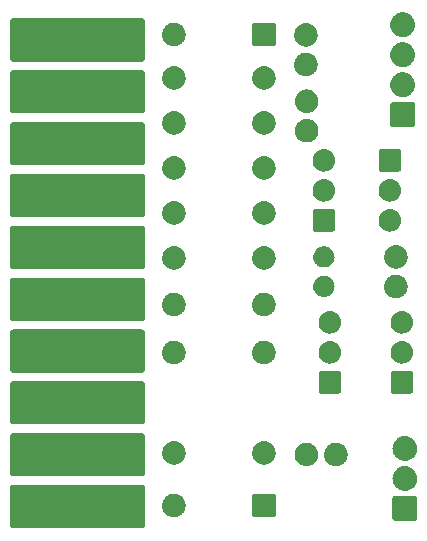
<source format=gbr>
G04 #@! TF.GenerationSoftware,KiCad,Pcbnew,8.0.1*
G04 #@! TF.CreationDate,2024-06-18T23:30:07-04:00*
G04 #@! TF.ProjectId,OdysseyDaughterCardSpotGenerator,4f647973-7365-4794-9461-756768746572,1.3*
G04 #@! TF.SameCoordinates,Original*
G04 #@! TF.FileFunction,Soldermask,Bot*
G04 #@! TF.FilePolarity,Negative*
%FSLAX46Y46*%
G04 Gerber Fmt 4.6, Leading zero omitted, Abs format (unit mm)*
G04 Created by KiCad (PCBNEW 8.0.1) date 2024-06-18 23:30:07*
%MOMM*%
%LPD*%
G01*
G04 APERTURE LIST*
G04 APERTURE END LIST*
G36*
X134516043Y-118928183D02*
G01*
X134548727Y-118932486D01*
X134556948Y-118936319D01*
X134576537Y-118940216D01*
X134602480Y-118957551D01*
X134613608Y-118962740D01*
X134620378Y-118969510D01*
X134641421Y-118983571D01*
X134655481Y-119004613D01*
X134662251Y-119011383D01*
X134667438Y-119022508D01*
X134684776Y-119048455D01*
X134688672Y-119068045D01*
X134692505Y-119076264D01*
X134696806Y-119108937D01*
X134700000Y-119124992D01*
X134700000Y-122374992D01*
X134696805Y-122391050D01*
X134692505Y-122423719D01*
X134688673Y-122431936D01*
X134684776Y-122451529D01*
X134667437Y-122477477D01*
X134662251Y-122488600D01*
X134655483Y-122495367D01*
X134641421Y-122516413D01*
X134620375Y-122530475D01*
X134613608Y-122537243D01*
X134602485Y-122542429D01*
X134576537Y-122559768D01*
X134556944Y-122563665D01*
X134548727Y-122567497D01*
X134516056Y-122571798D01*
X134500000Y-122574992D01*
X123500000Y-122574992D01*
X123483943Y-122571798D01*
X123451272Y-122567497D01*
X123443053Y-122563664D01*
X123423463Y-122559768D01*
X123397516Y-122542430D01*
X123386391Y-122537243D01*
X123379621Y-122530473D01*
X123358579Y-122516413D01*
X123344518Y-122495370D01*
X123337748Y-122488600D01*
X123332559Y-122477472D01*
X123315224Y-122451529D01*
X123311327Y-122431940D01*
X123307494Y-122423719D01*
X123303190Y-122391033D01*
X123300000Y-122374992D01*
X123300000Y-119124992D01*
X123303190Y-119108950D01*
X123307494Y-119076264D01*
X123311327Y-119068041D01*
X123315224Y-119048455D01*
X123332557Y-119022513D01*
X123337748Y-119011383D01*
X123344520Y-119004610D01*
X123358579Y-118983571D01*
X123379618Y-118969512D01*
X123386391Y-118962740D01*
X123397521Y-118957549D01*
X123423463Y-118940216D01*
X123443049Y-118936319D01*
X123451272Y-118932486D01*
X123483960Y-118928182D01*
X123500000Y-118924992D01*
X134500000Y-118924992D01*
X134516043Y-118928183D01*
G37*
G36*
X157584043Y-119857191D02*
G01*
X157616727Y-119861494D01*
X157624948Y-119865327D01*
X157644537Y-119869224D01*
X157670480Y-119886559D01*
X157681608Y-119891748D01*
X157688378Y-119898518D01*
X157709421Y-119912579D01*
X157723481Y-119933621D01*
X157730251Y-119940391D01*
X157735438Y-119951516D01*
X157752776Y-119977463D01*
X157756672Y-119997053D01*
X157760505Y-120005272D01*
X157764806Y-120037945D01*
X157768000Y-120054000D01*
X157768000Y-121754000D01*
X157764805Y-121770058D01*
X157760505Y-121802727D01*
X157756673Y-121810944D01*
X157752776Y-121830537D01*
X157735437Y-121856485D01*
X157730251Y-121867608D01*
X157723483Y-121874375D01*
X157709421Y-121895421D01*
X157688375Y-121909483D01*
X157681608Y-121916251D01*
X157670485Y-121921437D01*
X157644537Y-121938776D01*
X157624944Y-121942673D01*
X157616727Y-121946505D01*
X157584056Y-121950806D01*
X157568000Y-121954000D01*
X155868000Y-121954000D01*
X155851943Y-121950806D01*
X155819272Y-121946505D01*
X155811053Y-121942672D01*
X155791463Y-121938776D01*
X155765516Y-121921438D01*
X155754391Y-121916251D01*
X155747621Y-121909481D01*
X155726579Y-121895421D01*
X155712518Y-121874378D01*
X155705748Y-121867608D01*
X155700559Y-121856480D01*
X155683224Y-121830537D01*
X155679327Y-121810948D01*
X155675494Y-121802727D01*
X155671190Y-121770041D01*
X155668000Y-121754000D01*
X155668000Y-120054000D01*
X155671190Y-120037958D01*
X155675494Y-120005272D01*
X155679327Y-119997049D01*
X155683224Y-119977463D01*
X155700557Y-119951521D01*
X155705748Y-119940391D01*
X155712520Y-119933618D01*
X155726579Y-119912579D01*
X155747618Y-119898520D01*
X155754391Y-119891748D01*
X155765521Y-119886557D01*
X155791463Y-119869224D01*
X155811049Y-119865327D01*
X155819272Y-119861494D01*
X155851960Y-119857190D01*
X155868000Y-119854000D01*
X157568000Y-119854000D01*
X157584043Y-119857191D01*
G37*
G36*
X137208724Y-119654799D02*
G01*
X137252218Y-119654799D01*
X137300658Y-119663853D01*
X137355090Y-119669215D01*
X137396438Y-119681757D01*
X137433518Y-119688689D01*
X137484868Y-119708582D01*
X137542683Y-119726120D01*
X137575720Y-119743778D01*
X137605501Y-119755316D01*
X137657245Y-119787354D01*
X137715570Y-119818530D01*
X137740076Y-119838641D01*
X137762311Y-119852409D01*
X137811575Y-119897319D01*
X137867107Y-119942893D01*
X137883563Y-119962945D01*
X137898611Y-119976663D01*
X137942297Y-120034513D01*
X137991470Y-120094430D01*
X138000977Y-120112218D01*
X138009762Y-120123850D01*
X138044713Y-120194040D01*
X138083880Y-120267317D01*
X138088056Y-120281086D01*
X138091972Y-120288949D01*
X138115105Y-120370255D01*
X138140785Y-120454910D01*
X138141628Y-120463473D01*
X138142446Y-120466347D01*
X138150943Y-120558047D01*
X138160000Y-120650000D01*
X138150942Y-120741960D01*
X138142446Y-120833652D01*
X138141628Y-120836524D01*
X138140785Y-120845090D01*
X138115100Y-120929759D01*
X138091972Y-121011050D01*
X138088057Y-121018911D01*
X138083880Y-121032683D01*
X138044705Y-121105972D01*
X138009762Y-121176149D01*
X138000979Y-121187778D01*
X137991470Y-121205570D01*
X137942288Y-121265498D01*
X137898611Y-121323336D01*
X137883566Y-121337050D01*
X137867107Y-121357107D01*
X137811564Y-121402689D01*
X137762311Y-121447590D01*
X137740081Y-121461354D01*
X137715570Y-121481470D01*
X137657233Y-121512651D01*
X137605501Y-121544683D01*
X137575727Y-121556217D01*
X137542683Y-121573880D01*
X137484856Y-121591421D01*
X137433518Y-121611310D01*
X137396445Y-121618240D01*
X137355090Y-121630785D01*
X137300655Y-121636146D01*
X137252218Y-121645201D01*
X137208724Y-121645201D01*
X137160000Y-121650000D01*
X137111276Y-121645201D01*
X137067782Y-121645201D01*
X137019343Y-121636146D01*
X136964910Y-121630785D01*
X136923555Y-121618240D01*
X136886481Y-121611310D01*
X136835139Y-121591419D01*
X136777317Y-121573880D01*
X136744275Y-121556218D01*
X136714498Y-121544683D01*
X136662759Y-121512647D01*
X136604430Y-121481470D01*
X136579921Y-121461356D01*
X136557688Y-121447590D01*
X136508425Y-121402681D01*
X136452893Y-121357107D01*
X136436436Y-121337054D01*
X136421388Y-121323336D01*
X136377699Y-121265482D01*
X136328530Y-121205570D01*
X136319022Y-121187783D01*
X136310237Y-121176149D01*
X136275279Y-121105945D01*
X136236120Y-121032683D01*
X136231943Y-121018916D01*
X136228027Y-121011050D01*
X136204882Y-120929706D01*
X136179215Y-120845090D01*
X136178371Y-120836530D01*
X136177553Y-120833652D01*
X136169040Y-120741788D01*
X136160000Y-120650000D01*
X136169039Y-120558219D01*
X136177553Y-120466347D01*
X136178372Y-120463468D01*
X136179215Y-120454910D01*
X136204878Y-120370308D01*
X136228027Y-120288949D01*
X136231944Y-120281081D01*
X136236120Y-120267317D01*
X136275272Y-120194068D01*
X136310237Y-120123850D01*
X136319024Y-120112213D01*
X136328530Y-120094430D01*
X136377689Y-120034528D01*
X136421388Y-119976663D01*
X136436439Y-119962941D01*
X136452893Y-119942893D01*
X136508414Y-119897327D01*
X136557688Y-119852409D01*
X136579926Y-119838639D01*
X136604430Y-119818530D01*
X136662747Y-119787358D01*
X136714498Y-119755316D01*
X136744282Y-119743777D01*
X136777317Y-119726120D01*
X136835127Y-119708583D01*
X136886481Y-119688689D01*
X136923562Y-119681757D01*
X136964910Y-119669215D01*
X137019340Y-119663853D01*
X137067782Y-119654799D01*
X137111276Y-119654799D01*
X137160000Y-119650000D01*
X137208724Y-119654799D01*
G37*
G36*
X145596043Y-119653191D02*
G01*
X145628727Y-119657494D01*
X145636948Y-119661327D01*
X145656537Y-119665224D01*
X145682480Y-119682559D01*
X145693608Y-119687748D01*
X145700378Y-119694518D01*
X145721421Y-119708579D01*
X145735481Y-119729621D01*
X145742251Y-119736391D01*
X145747438Y-119747516D01*
X145764776Y-119773463D01*
X145768672Y-119793053D01*
X145772505Y-119801272D01*
X145776806Y-119833945D01*
X145780000Y-119850000D01*
X145780000Y-121450000D01*
X145776805Y-121466058D01*
X145772505Y-121498727D01*
X145768673Y-121506944D01*
X145764776Y-121526537D01*
X145747437Y-121552485D01*
X145742251Y-121563608D01*
X145735483Y-121570375D01*
X145721421Y-121591421D01*
X145700375Y-121605483D01*
X145693608Y-121612251D01*
X145682485Y-121617437D01*
X145656537Y-121634776D01*
X145636944Y-121638673D01*
X145628727Y-121642505D01*
X145596056Y-121646806D01*
X145580000Y-121650000D01*
X143980000Y-121650000D01*
X143963943Y-121646806D01*
X143931272Y-121642505D01*
X143923053Y-121638672D01*
X143903463Y-121634776D01*
X143877516Y-121617438D01*
X143866391Y-121612251D01*
X143859621Y-121605481D01*
X143838579Y-121591421D01*
X143824518Y-121570378D01*
X143817748Y-121563608D01*
X143812559Y-121552480D01*
X143795224Y-121526537D01*
X143791327Y-121506948D01*
X143787494Y-121498727D01*
X143783190Y-121466041D01*
X143780000Y-121450000D01*
X143780000Y-119850000D01*
X143783190Y-119833958D01*
X143787494Y-119801272D01*
X143791327Y-119793049D01*
X143795224Y-119773463D01*
X143812557Y-119747521D01*
X143817748Y-119736391D01*
X143824520Y-119729618D01*
X143838579Y-119708579D01*
X143859618Y-119694520D01*
X143866391Y-119687748D01*
X143877521Y-119682557D01*
X143903463Y-119665224D01*
X143923049Y-119661327D01*
X143931272Y-119657494D01*
X143963960Y-119653190D01*
X143980000Y-119650000D01*
X145580000Y-119650000D01*
X145596043Y-119653191D01*
G37*
G36*
X156768889Y-117319012D02*
G01*
X156814830Y-117319012D01*
X156865988Y-117328575D01*
X156922845Y-117334175D01*
X156966042Y-117347278D01*
X157005202Y-117354599D01*
X157059438Y-117375609D01*
X157119818Y-117393926D01*
X157154315Y-117412365D01*
X157185786Y-117424557D01*
X157240469Y-117458415D01*
X157301349Y-117490957D01*
X157326929Y-117511950D01*
X157350442Y-117526509D01*
X157402546Y-117574008D01*
X157460462Y-117621538D01*
X157477621Y-117642446D01*
X157493564Y-117656980D01*
X157539838Y-117718258D01*
X157591043Y-117780651D01*
X157600947Y-117799180D01*
X157610273Y-117811530D01*
X157647372Y-117886034D01*
X157688074Y-117962182D01*
X157692415Y-117976492D01*
X157696596Y-117984889D01*
X157721295Y-118071697D01*
X157747825Y-118159155D01*
X157748696Y-118168003D01*
X157749594Y-118171158D01*
X157758933Y-118271944D01*
X157768000Y-118364000D01*
X157758932Y-118456063D01*
X157749594Y-118556841D01*
X157748696Y-118559994D01*
X157747825Y-118568845D01*
X157721290Y-118656317D01*
X157696596Y-118743110D01*
X157692415Y-118751504D01*
X157688074Y-118765818D01*
X157647364Y-118841979D01*
X157610273Y-118916469D01*
X157600949Y-118928815D01*
X157591043Y-118947349D01*
X157539829Y-119009752D01*
X157493564Y-119071019D01*
X157477624Y-119085549D01*
X157460462Y-119106462D01*
X157402535Y-119154000D01*
X157350442Y-119201490D01*
X157326934Y-119216045D01*
X157301349Y-119237043D01*
X157240457Y-119269590D01*
X157185786Y-119303442D01*
X157154321Y-119315631D01*
X157119818Y-119334074D01*
X157059426Y-119352393D01*
X157005202Y-119373400D01*
X156966049Y-119380719D01*
X156922845Y-119393825D01*
X156865985Y-119399425D01*
X156814830Y-119408988D01*
X156768889Y-119408988D01*
X156718000Y-119414000D01*
X156667111Y-119408988D01*
X156621170Y-119408988D01*
X156570014Y-119399424D01*
X156513155Y-119393825D01*
X156469952Y-119380719D01*
X156430797Y-119373400D01*
X156376569Y-119352392D01*
X156316182Y-119334074D01*
X156281680Y-119315632D01*
X156250213Y-119303442D01*
X156195535Y-119269586D01*
X156134651Y-119237043D01*
X156109068Y-119216047D01*
X156085557Y-119201490D01*
X156033454Y-119153992D01*
X155975538Y-119106462D01*
X155958378Y-119085553D01*
X155942435Y-119071019D01*
X155896158Y-119009737D01*
X155844957Y-118947349D01*
X155835053Y-118928820D01*
X155825726Y-118916469D01*
X155788620Y-118841951D01*
X155747926Y-118765818D01*
X155743585Y-118751509D01*
X155739403Y-118743110D01*
X155714693Y-118656264D01*
X155688175Y-118568845D01*
X155687303Y-118560000D01*
X155686405Y-118556841D01*
X155677050Y-118455891D01*
X155668000Y-118364000D01*
X155677049Y-118272116D01*
X155686405Y-118171158D01*
X155687304Y-118167998D01*
X155688175Y-118159155D01*
X155714688Y-118071750D01*
X155739403Y-117984889D01*
X155743586Y-117976487D01*
X155747926Y-117962182D01*
X155788613Y-117886061D01*
X155825726Y-117811530D01*
X155835054Y-117799176D01*
X155844957Y-117780651D01*
X155896148Y-117718274D01*
X155942435Y-117656980D01*
X155958381Y-117642442D01*
X155975538Y-117621538D01*
X156033443Y-117574016D01*
X156085557Y-117526509D01*
X156109073Y-117511948D01*
X156134651Y-117490957D01*
X156195523Y-117458419D01*
X156250213Y-117424557D01*
X156281687Y-117412363D01*
X156316182Y-117393926D01*
X156376557Y-117375611D01*
X156430797Y-117354599D01*
X156469959Y-117347278D01*
X156513155Y-117334175D01*
X156570011Y-117328575D01*
X156621170Y-117319012D01*
X156667111Y-117319012D01*
X156718000Y-117314000D01*
X156768889Y-117319012D01*
G37*
G36*
X134516043Y-114539295D02*
G01*
X134548727Y-114543598D01*
X134556948Y-114547431D01*
X134576537Y-114551328D01*
X134602480Y-114568663D01*
X134613608Y-114573852D01*
X134620378Y-114580622D01*
X134641421Y-114594683D01*
X134655481Y-114615725D01*
X134662251Y-114622495D01*
X134667438Y-114633620D01*
X134684776Y-114659567D01*
X134688672Y-114679157D01*
X134692505Y-114687376D01*
X134696806Y-114720049D01*
X134700000Y-114736104D01*
X134700000Y-117986104D01*
X134696805Y-118002162D01*
X134692505Y-118034831D01*
X134688673Y-118043048D01*
X134684776Y-118062641D01*
X134667437Y-118088589D01*
X134662251Y-118099712D01*
X134655483Y-118106479D01*
X134641421Y-118127525D01*
X134620375Y-118141587D01*
X134613608Y-118148355D01*
X134602485Y-118153541D01*
X134576537Y-118170880D01*
X134556944Y-118174777D01*
X134548727Y-118178609D01*
X134516056Y-118182910D01*
X134500000Y-118186104D01*
X123500000Y-118186104D01*
X123483943Y-118182910D01*
X123451272Y-118178609D01*
X123443053Y-118174776D01*
X123423463Y-118170880D01*
X123397516Y-118153542D01*
X123386391Y-118148355D01*
X123379621Y-118141585D01*
X123358579Y-118127525D01*
X123344518Y-118106482D01*
X123337748Y-118099712D01*
X123332559Y-118088584D01*
X123315224Y-118062641D01*
X123311327Y-118043052D01*
X123307494Y-118034831D01*
X123303190Y-118002145D01*
X123300000Y-117986104D01*
X123300000Y-114736104D01*
X123303190Y-114720062D01*
X123307494Y-114687376D01*
X123311327Y-114679153D01*
X123315224Y-114659567D01*
X123332557Y-114633625D01*
X123337748Y-114622495D01*
X123344520Y-114615722D01*
X123358579Y-114594683D01*
X123379618Y-114580624D01*
X123386391Y-114573852D01*
X123397521Y-114568661D01*
X123423463Y-114551328D01*
X123443049Y-114547431D01*
X123451272Y-114543598D01*
X123483960Y-114539294D01*
X123500000Y-114536104D01*
X134500000Y-114536104D01*
X134516043Y-114539295D01*
G37*
G36*
X148424724Y-115336799D02*
G01*
X148468218Y-115336799D01*
X148516658Y-115345853D01*
X148571090Y-115351215D01*
X148612438Y-115363757D01*
X148649518Y-115370689D01*
X148700868Y-115390582D01*
X148758683Y-115408120D01*
X148791720Y-115425778D01*
X148821501Y-115437316D01*
X148873245Y-115469354D01*
X148931570Y-115500530D01*
X148956076Y-115520641D01*
X148978311Y-115534409D01*
X149027575Y-115579319D01*
X149083107Y-115624893D01*
X149099563Y-115644945D01*
X149114611Y-115658663D01*
X149158297Y-115716513D01*
X149207470Y-115776430D01*
X149216977Y-115794218D01*
X149225762Y-115805850D01*
X149260713Y-115876040D01*
X149299880Y-115949317D01*
X149304056Y-115963086D01*
X149307972Y-115970949D01*
X149331105Y-116052255D01*
X149356785Y-116136910D01*
X149357628Y-116145473D01*
X149358446Y-116148347D01*
X149366943Y-116240047D01*
X149376000Y-116332000D01*
X149366942Y-116423960D01*
X149358446Y-116515652D01*
X149357628Y-116518524D01*
X149356785Y-116527090D01*
X149331100Y-116611759D01*
X149307972Y-116693050D01*
X149304057Y-116700911D01*
X149299880Y-116714683D01*
X149260705Y-116787972D01*
X149225762Y-116858149D01*
X149216979Y-116869778D01*
X149207470Y-116887570D01*
X149158288Y-116947498D01*
X149114611Y-117005336D01*
X149099566Y-117019050D01*
X149083107Y-117039107D01*
X149027564Y-117084689D01*
X148978311Y-117129590D01*
X148956081Y-117143354D01*
X148931570Y-117163470D01*
X148873233Y-117194651D01*
X148821501Y-117226683D01*
X148791727Y-117238217D01*
X148758683Y-117255880D01*
X148700856Y-117273421D01*
X148649518Y-117293310D01*
X148612445Y-117300240D01*
X148571090Y-117312785D01*
X148516655Y-117318146D01*
X148468218Y-117327201D01*
X148424724Y-117327201D01*
X148376000Y-117332000D01*
X148327276Y-117327201D01*
X148283782Y-117327201D01*
X148235343Y-117318146D01*
X148180910Y-117312785D01*
X148139555Y-117300240D01*
X148102481Y-117293310D01*
X148051139Y-117273419D01*
X147993317Y-117255880D01*
X147960275Y-117238218D01*
X147930498Y-117226683D01*
X147878759Y-117194647D01*
X147820430Y-117163470D01*
X147795921Y-117143356D01*
X147773688Y-117129590D01*
X147724425Y-117084681D01*
X147668893Y-117039107D01*
X147652436Y-117019054D01*
X147637388Y-117005336D01*
X147593699Y-116947482D01*
X147544530Y-116887570D01*
X147535022Y-116869783D01*
X147526237Y-116858149D01*
X147491279Y-116787945D01*
X147452120Y-116714683D01*
X147447943Y-116700916D01*
X147444027Y-116693050D01*
X147420882Y-116611706D01*
X147395215Y-116527090D01*
X147394371Y-116518530D01*
X147393553Y-116515652D01*
X147385040Y-116423788D01*
X147376000Y-116332000D01*
X147385039Y-116240219D01*
X147393553Y-116148347D01*
X147394372Y-116145468D01*
X147395215Y-116136910D01*
X147420878Y-116052308D01*
X147444027Y-115970949D01*
X147447944Y-115963081D01*
X147452120Y-115949317D01*
X147491272Y-115876068D01*
X147526237Y-115805850D01*
X147535024Y-115794213D01*
X147544530Y-115776430D01*
X147593689Y-115716528D01*
X147637388Y-115658663D01*
X147652439Y-115644941D01*
X147668893Y-115624893D01*
X147724414Y-115579327D01*
X147773688Y-115534409D01*
X147795926Y-115520639D01*
X147820430Y-115500530D01*
X147878747Y-115469358D01*
X147930498Y-115437316D01*
X147960282Y-115425777D01*
X147993317Y-115408120D01*
X148051127Y-115390583D01*
X148102481Y-115370689D01*
X148139562Y-115363757D01*
X148180910Y-115351215D01*
X148235340Y-115345853D01*
X148283782Y-115336799D01*
X148327276Y-115336799D01*
X148376000Y-115332000D01*
X148424724Y-115336799D01*
G37*
G36*
X150924724Y-115336799D02*
G01*
X150968218Y-115336799D01*
X151016658Y-115345853D01*
X151071090Y-115351215D01*
X151112438Y-115363757D01*
X151149518Y-115370689D01*
X151200868Y-115390582D01*
X151258683Y-115408120D01*
X151291720Y-115425778D01*
X151321501Y-115437316D01*
X151373245Y-115469354D01*
X151431570Y-115500530D01*
X151456076Y-115520641D01*
X151478311Y-115534409D01*
X151527575Y-115579319D01*
X151583107Y-115624893D01*
X151599563Y-115644945D01*
X151614611Y-115658663D01*
X151658297Y-115716513D01*
X151707470Y-115776430D01*
X151716977Y-115794218D01*
X151725762Y-115805850D01*
X151760713Y-115876040D01*
X151799880Y-115949317D01*
X151804056Y-115963086D01*
X151807972Y-115970949D01*
X151831105Y-116052255D01*
X151856785Y-116136910D01*
X151857628Y-116145473D01*
X151858446Y-116148347D01*
X151866943Y-116240047D01*
X151876000Y-116332000D01*
X151866942Y-116423960D01*
X151858446Y-116515652D01*
X151857628Y-116518524D01*
X151856785Y-116527090D01*
X151831100Y-116611759D01*
X151807972Y-116693050D01*
X151804057Y-116700911D01*
X151799880Y-116714683D01*
X151760705Y-116787972D01*
X151725762Y-116858149D01*
X151716979Y-116869778D01*
X151707470Y-116887570D01*
X151658288Y-116947498D01*
X151614611Y-117005336D01*
X151599566Y-117019050D01*
X151583107Y-117039107D01*
X151527564Y-117084689D01*
X151478311Y-117129590D01*
X151456081Y-117143354D01*
X151431570Y-117163470D01*
X151373233Y-117194651D01*
X151321501Y-117226683D01*
X151291727Y-117238217D01*
X151258683Y-117255880D01*
X151200856Y-117273421D01*
X151149518Y-117293310D01*
X151112445Y-117300240D01*
X151071090Y-117312785D01*
X151016655Y-117318146D01*
X150968218Y-117327201D01*
X150924724Y-117327201D01*
X150876000Y-117332000D01*
X150827276Y-117327201D01*
X150783782Y-117327201D01*
X150735343Y-117318146D01*
X150680910Y-117312785D01*
X150639555Y-117300240D01*
X150602481Y-117293310D01*
X150551139Y-117273419D01*
X150493317Y-117255880D01*
X150460275Y-117238218D01*
X150430498Y-117226683D01*
X150378759Y-117194647D01*
X150320430Y-117163470D01*
X150295921Y-117143356D01*
X150273688Y-117129590D01*
X150224425Y-117084681D01*
X150168893Y-117039107D01*
X150152436Y-117019054D01*
X150137388Y-117005336D01*
X150093699Y-116947482D01*
X150044530Y-116887570D01*
X150035022Y-116869783D01*
X150026237Y-116858149D01*
X149991279Y-116787945D01*
X149952120Y-116714683D01*
X149947943Y-116700916D01*
X149944027Y-116693050D01*
X149920882Y-116611706D01*
X149895215Y-116527090D01*
X149894371Y-116518530D01*
X149893553Y-116515652D01*
X149885040Y-116423788D01*
X149876000Y-116332000D01*
X149885039Y-116240219D01*
X149893553Y-116148347D01*
X149894372Y-116145468D01*
X149895215Y-116136910D01*
X149920878Y-116052308D01*
X149944027Y-115970949D01*
X149947944Y-115963081D01*
X149952120Y-115949317D01*
X149991272Y-115876068D01*
X150026237Y-115805850D01*
X150035024Y-115794213D01*
X150044530Y-115776430D01*
X150093689Y-115716528D01*
X150137388Y-115658663D01*
X150152439Y-115644941D01*
X150168893Y-115624893D01*
X150224414Y-115579327D01*
X150273688Y-115534409D01*
X150295926Y-115520639D01*
X150320430Y-115500530D01*
X150378747Y-115469358D01*
X150430498Y-115437316D01*
X150460282Y-115425777D01*
X150493317Y-115408120D01*
X150551127Y-115390583D01*
X150602481Y-115370689D01*
X150639562Y-115363757D01*
X150680910Y-115351215D01*
X150735340Y-115345853D01*
X150783782Y-115336799D01*
X150827276Y-115336799D01*
X150876000Y-115332000D01*
X150924724Y-115336799D01*
G37*
G36*
X137208724Y-115209799D02*
G01*
X137252218Y-115209799D01*
X137300658Y-115218853D01*
X137355090Y-115224215D01*
X137396438Y-115236757D01*
X137433518Y-115243689D01*
X137484868Y-115263582D01*
X137542683Y-115281120D01*
X137575720Y-115298778D01*
X137605501Y-115310316D01*
X137657245Y-115342354D01*
X137715570Y-115373530D01*
X137740076Y-115393641D01*
X137762311Y-115407409D01*
X137811575Y-115452319D01*
X137867107Y-115497893D01*
X137883563Y-115517945D01*
X137898611Y-115531663D01*
X137942297Y-115589513D01*
X137991470Y-115649430D01*
X138000977Y-115667218D01*
X138009762Y-115678850D01*
X138044713Y-115749040D01*
X138083880Y-115822317D01*
X138088056Y-115836086D01*
X138091972Y-115843949D01*
X138115105Y-115925255D01*
X138140785Y-116009910D01*
X138141628Y-116018473D01*
X138142446Y-116021347D01*
X138150943Y-116113047D01*
X138160000Y-116205000D01*
X138150942Y-116296960D01*
X138142446Y-116388652D01*
X138141628Y-116391524D01*
X138140785Y-116400090D01*
X138115100Y-116484759D01*
X138091972Y-116566050D01*
X138088057Y-116573911D01*
X138083880Y-116587683D01*
X138044705Y-116660972D01*
X138009762Y-116731149D01*
X138000979Y-116742778D01*
X137991470Y-116760570D01*
X137942288Y-116820498D01*
X137898611Y-116878336D01*
X137883566Y-116892050D01*
X137867107Y-116912107D01*
X137811564Y-116957689D01*
X137762311Y-117002590D01*
X137740081Y-117016354D01*
X137715570Y-117036470D01*
X137657233Y-117067651D01*
X137605501Y-117099683D01*
X137575727Y-117111217D01*
X137542683Y-117128880D01*
X137484856Y-117146421D01*
X137433518Y-117166310D01*
X137396445Y-117173240D01*
X137355090Y-117185785D01*
X137300655Y-117191146D01*
X137252218Y-117200201D01*
X137208724Y-117200201D01*
X137160000Y-117205000D01*
X137111276Y-117200201D01*
X137067782Y-117200201D01*
X137019343Y-117191146D01*
X136964910Y-117185785D01*
X136923555Y-117173240D01*
X136886481Y-117166310D01*
X136835139Y-117146419D01*
X136777317Y-117128880D01*
X136744275Y-117111218D01*
X136714498Y-117099683D01*
X136662759Y-117067647D01*
X136604430Y-117036470D01*
X136579921Y-117016356D01*
X136557688Y-117002590D01*
X136508425Y-116957681D01*
X136452893Y-116912107D01*
X136436436Y-116892054D01*
X136421388Y-116878336D01*
X136377699Y-116820482D01*
X136328530Y-116760570D01*
X136319022Y-116742783D01*
X136310237Y-116731149D01*
X136275279Y-116660945D01*
X136236120Y-116587683D01*
X136231943Y-116573916D01*
X136228027Y-116566050D01*
X136204882Y-116484706D01*
X136179215Y-116400090D01*
X136178371Y-116391530D01*
X136177553Y-116388652D01*
X136169040Y-116296788D01*
X136160000Y-116205000D01*
X136169039Y-116113219D01*
X136177553Y-116021347D01*
X136178372Y-116018468D01*
X136179215Y-116009910D01*
X136204878Y-115925308D01*
X136228027Y-115843949D01*
X136231944Y-115836081D01*
X136236120Y-115822317D01*
X136275272Y-115749068D01*
X136310237Y-115678850D01*
X136319024Y-115667213D01*
X136328530Y-115649430D01*
X136377689Y-115589528D01*
X136421388Y-115531663D01*
X136436439Y-115517941D01*
X136452893Y-115497893D01*
X136508414Y-115452327D01*
X136557688Y-115407409D01*
X136579926Y-115393639D01*
X136604430Y-115373530D01*
X136662747Y-115342358D01*
X136714498Y-115310316D01*
X136744282Y-115298777D01*
X136777317Y-115281120D01*
X136835127Y-115263583D01*
X136886481Y-115243689D01*
X136923562Y-115236757D01*
X136964910Y-115224215D01*
X137019340Y-115218853D01*
X137067782Y-115209799D01*
X137111276Y-115209799D01*
X137160000Y-115205000D01*
X137208724Y-115209799D01*
G37*
G36*
X144828724Y-115209799D02*
G01*
X144872218Y-115209799D01*
X144920658Y-115218853D01*
X144975090Y-115224215D01*
X145016438Y-115236757D01*
X145053518Y-115243689D01*
X145104868Y-115263582D01*
X145162683Y-115281120D01*
X145195720Y-115298778D01*
X145225501Y-115310316D01*
X145277245Y-115342354D01*
X145335570Y-115373530D01*
X145360076Y-115393641D01*
X145382311Y-115407409D01*
X145431575Y-115452319D01*
X145487107Y-115497893D01*
X145503563Y-115517945D01*
X145518611Y-115531663D01*
X145562297Y-115589513D01*
X145611470Y-115649430D01*
X145620977Y-115667218D01*
X145629762Y-115678850D01*
X145664713Y-115749040D01*
X145703880Y-115822317D01*
X145708056Y-115836086D01*
X145711972Y-115843949D01*
X145735105Y-115925255D01*
X145760785Y-116009910D01*
X145761628Y-116018473D01*
X145762446Y-116021347D01*
X145770943Y-116113047D01*
X145780000Y-116205000D01*
X145770942Y-116296960D01*
X145762446Y-116388652D01*
X145761628Y-116391524D01*
X145760785Y-116400090D01*
X145735100Y-116484759D01*
X145711972Y-116566050D01*
X145708057Y-116573911D01*
X145703880Y-116587683D01*
X145664705Y-116660972D01*
X145629762Y-116731149D01*
X145620979Y-116742778D01*
X145611470Y-116760570D01*
X145562288Y-116820498D01*
X145518611Y-116878336D01*
X145503566Y-116892050D01*
X145487107Y-116912107D01*
X145431564Y-116957689D01*
X145382311Y-117002590D01*
X145360081Y-117016354D01*
X145335570Y-117036470D01*
X145277233Y-117067651D01*
X145225501Y-117099683D01*
X145195727Y-117111217D01*
X145162683Y-117128880D01*
X145104856Y-117146421D01*
X145053518Y-117166310D01*
X145016445Y-117173240D01*
X144975090Y-117185785D01*
X144920655Y-117191146D01*
X144872218Y-117200201D01*
X144828724Y-117200201D01*
X144780000Y-117205000D01*
X144731276Y-117200201D01*
X144687782Y-117200201D01*
X144639343Y-117191146D01*
X144584910Y-117185785D01*
X144543555Y-117173240D01*
X144506481Y-117166310D01*
X144455139Y-117146419D01*
X144397317Y-117128880D01*
X144364275Y-117111218D01*
X144334498Y-117099683D01*
X144282759Y-117067647D01*
X144224430Y-117036470D01*
X144199921Y-117016356D01*
X144177688Y-117002590D01*
X144128425Y-116957681D01*
X144072893Y-116912107D01*
X144056436Y-116892054D01*
X144041388Y-116878336D01*
X143997699Y-116820482D01*
X143948530Y-116760570D01*
X143939022Y-116742783D01*
X143930237Y-116731149D01*
X143895279Y-116660945D01*
X143856120Y-116587683D01*
X143851943Y-116573916D01*
X143848027Y-116566050D01*
X143824882Y-116484706D01*
X143799215Y-116400090D01*
X143798371Y-116391530D01*
X143797553Y-116388652D01*
X143789040Y-116296788D01*
X143780000Y-116205000D01*
X143789039Y-116113219D01*
X143797553Y-116021347D01*
X143798372Y-116018468D01*
X143799215Y-116009910D01*
X143824878Y-115925308D01*
X143848027Y-115843949D01*
X143851944Y-115836081D01*
X143856120Y-115822317D01*
X143895272Y-115749068D01*
X143930237Y-115678850D01*
X143939024Y-115667213D01*
X143948530Y-115649430D01*
X143997689Y-115589528D01*
X144041388Y-115531663D01*
X144056439Y-115517941D01*
X144072893Y-115497893D01*
X144128414Y-115452327D01*
X144177688Y-115407409D01*
X144199926Y-115393639D01*
X144224430Y-115373530D01*
X144282747Y-115342358D01*
X144334498Y-115310316D01*
X144364282Y-115298777D01*
X144397317Y-115281120D01*
X144455127Y-115263583D01*
X144506481Y-115243689D01*
X144543562Y-115236757D01*
X144584910Y-115224215D01*
X144639340Y-115218853D01*
X144687782Y-115209799D01*
X144731276Y-115209799D01*
X144780000Y-115205000D01*
X144828724Y-115209799D01*
G37*
G36*
X156768889Y-114779012D02*
G01*
X156814830Y-114779012D01*
X156865988Y-114788575D01*
X156922845Y-114794175D01*
X156966042Y-114807278D01*
X157005202Y-114814599D01*
X157059438Y-114835609D01*
X157119818Y-114853926D01*
X157154315Y-114872365D01*
X157185786Y-114884557D01*
X157240469Y-114918415D01*
X157301349Y-114950957D01*
X157326929Y-114971950D01*
X157350442Y-114986509D01*
X157402546Y-115034008D01*
X157460462Y-115081538D01*
X157477621Y-115102446D01*
X157493564Y-115116980D01*
X157539838Y-115178258D01*
X157591043Y-115240651D01*
X157600947Y-115259180D01*
X157610273Y-115271530D01*
X157647372Y-115346034D01*
X157688074Y-115422182D01*
X157692415Y-115436492D01*
X157696596Y-115444889D01*
X157721285Y-115531663D01*
X157747825Y-115619155D01*
X157748696Y-115628003D01*
X157749594Y-115631158D01*
X157758933Y-115731944D01*
X157768000Y-115824000D01*
X157758932Y-115916063D01*
X157749594Y-116016841D01*
X157748696Y-116019994D01*
X157747825Y-116028845D01*
X157721290Y-116116317D01*
X157696596Y-116203110D01*
X157692415Y-116211504D01*
X157688074Y-116225818D01*
X157647364Y-116301979D01*
X157610273Y-116376469D01*
X157600949Y-116388815D01*
X157591043Y-116407349D01*
X157539829Y-116469752D01*
X157493564Y-116531019D01*
X157477624Y-116545549D01*
X157460462Y-116566462D01*
X157402535Y-116614000D01*
X157350442Y-116661490D01*
X157326934Y-116676045D01*
X157301349Y-116697043D01*
X157240457Y-116729590D01*
X157185786Y-116763442D01*
X157154321Y-116775631D01*
X157119818Y-116794074D01*
X157059426Y-116812393D01*
X157005202Y-116833400D01*
X156966049Y-116840719D01*
X156922845Y-116853825D01*
X156865985Y-116859425D01*
X156814830Y-116868988D01*
X156768889Y-116868988D01*
X156718000Y-116874000D01*
X156667111Y-116868988D01*
X156621170Y-116868988D01*
X156570014Y-116859424D01*
X156513155Y-116853825D01*
X156469952Y-116840719D01*
X156430797Y-116833400D01*
X156376569Y-116812392D01*
X156316182Y-116794074D01*
X156281680Y-116775632D01*
X156250213Y-116763442D01*
X156195535Y-116729586D01*
X156134651Y-116697043D01*
X156109068Y-116676047D01*
X156085557Y-116661490D01*
X156033454Y-116613992D01*
X155975538Y-116566462D01*
X155958378Y-116545553D01*
X155942435Y-116531019D01*
X155896158Y-116469737D01*
X155844957Y-116407349D01*
X155835053Y-116388820D01*
X155825726Y-116376469D01*
X155788620Y-116301951D01*
X155747926Y-116225818D01*
X155743585Y-116211509D01*
X155739403Y-116203110D01*
X155714693Y-116116264D01*
X155688175Y-116028845D01*
X155687303Y-116020000D01*
X155686405Y-116016841D01*
X155677050Y-115915891D01*
X155668000Y-115824000D01*
X155677049Y-115732116D01*
X155686405Y-115631158D01*
X155687304Y-115627998D01*
X155688175Y-115619155D01*
X155714688Y-115531750D01*
X155739403Y-115444889D01*
X155743586Y-115436487D01*
X155747926Y-115422182D01*
X155788613Y-115346061D01*
X155825726Y-115271530D01*
X155835054Y-115259176D01*
X155844957Y-115240651D01*
X155896148Y-115178274D01*
X155942435Y-115116980D01*
X155958381Y-115102442D01*
X155975538Y-115081538D01*
X156033443Y-115034016D01*
X156085557Y-114986509D01*
X156109073Y-114971948D01*
X156134651Y-114950957D01*
X156195523Y-114918419D01*
X156250213Y-114884557D01*
X156281687Y-114872363D01*
X156316182Y-114853926D01*
X156376557Y-114835611D01*
X156430797Y-114814599D01*
X156469959Y-114807278D01*
X156513155Y-114794175D01*
X156570011Y-114788575D01*
X156621170Y-114779012D01*
X156667111Y-114779012D01*
X156718000Y-114774000D01*
X156768889Y-114779012D01*
G37*
G36*
X134516043Y-110150407D02*
G01*
X134548727Y-110154710D01*
X134556948Y-110158543D01*
X134576537Y-110162440D01*
X134602480Y-110179775D01*
X134613608Y-110184964D01*
X134620378Y-110191734D01*
X134641421Y-110205795D01*
X134655481Y-110226837D01*
X134662251Y-110233607D01*
X134667438Y-110244732D01*
X134684776Y-110270679D01*
X134688672Y-110290269D01*
X134692505Y-110298488D01*
X134696806Y-110331161D01*
X134700000Y-110347216D01*
X134700000Y-113597216D01*
X134696805Y-113613274D01*
X134692505Y-113645943D01*
X134688673Y-113654160D01*
X134684776Y-113673753D01*
X134667437Y-113699701D01*
X134662251Y-113710824D01*
X134655483Y-113717591D01*
X134641421Y-113738637D01*
X134620375Y-113752699D01*
X134613608Y-113759467D01*
X134602485Y-113764653D01*
X134576537Y-113781992D01*
X134556944Y-113785889D01*
X134548727Y-113789721D01*
X134516056Y-113794022D01*
X134500000Y-113797216D01*
X123500000Y-113797216D01*
X123483943Y-113794022D01*
X123451272Y-113789721D01*
X123443053Y-113785888D01*
X123423463Y-113781992D01*
X123397516Y-113764654D01*
X123386391Y-113759467D01*
X123379621Y-113752697D01*
X123358579Y-113738637D01*
X123344518Y-113717594D01*
X123337748Y-113710824D01*
X123332559Y-113699696D01*
X123315224Y-113673753D01*
X123311327Y-113654164D01*
X123307494Y-113645943D01*
X123303190Y-113613257D01*
X123300000Y-113597216D01*
X123300000Y-110347216D01*
X123303190Y-110331174D01*
X123307494Y-110298488D01*
X123311327Y-110290265D01*
X123315224Y-110270679D01*
X123332557Y-110244737D01*
X123337748Y-110233607D01*
X123344520Y-110226834D01*
X123358579Y-110205795D01*
X123379618Y-110191736D01*
X123386391Y-110184964D01*
X123397521Y-110179773D01*
X123423463Y-110162440D01*
X123443049Y-110158543D01*
X123451272Y-110154710D01*
X123483960Y-110150406D01*
X123500000Y-110147216D01*
X134500000Y-110147216D01*
X134516043Y-110150407D01*
G37*
G36*
X151168023Y-109288650D02*
G01*
X151180670Y-109294547D01*
X151196036Y-109297604D01*
X151216389Y-109311204D01*
X151234485Y-109319642D01*
X151245493Y-109330650D01*
X151262192Y-109341808D01*
X151273349Y-109358506D01*
X151284357Y-109369514D01*
X151292794Y-109387607D01*
X151306396Y-109407964D01*
X151309452Y-109423331D01*
X151315349Y-109435976D01*
X151318000Y-109456111D01*
X151318000Y-111015888D01*
X151315349Y-111036023D01*
X151309453Y-111048666D01*
X151306396Y-111064036D01*
X151292792Y-111084394D01*
X151284357Y-111102485D01*
X151273351Y-111113490D01*
X151262192Y-111130192D01*
X151245490Y-111141351D01*
X151234485Y-111152357D01*
X151216394Y-111160792D01*
X151196036Y-111174396D01*
X151180666Y-111177453D01*
X151168023Y-111183349D01*
X151147889Y-111186000D01*
X151137698Y-111186000D01*
X149598302Y-111186000D01*
X149588111Y-111186000D01*
X149567976Y-111183349D01*
X149555331Y-111177452D01*
X149539964Y-111174396D01*
X149519607Y-111160794D01*
X149501514Y-111152357D01*
X149490506Y-111141349D01*
X149473808Y-111130192D01*
X149462650Y-111113493D01*
X149451642Y-111102485D01*
X149443204Y-111084389D01*
X149429604Y-111064036D01*
X149426547Y-111048670D01*
X149420650Y-111036023D01*
X149418000Y-111015888D01*
X149418000Y-109456111D01*
X149420650Y-109435976D01*
X149426547Y-109423327D01*
X149429604Y-109407964D01*
X149443202Y-109387612D01*
X149451642Y-109369514D01*
X149462652Y-109358503D01*
X149473808Y-109341808D01*
X149490503Y-109330652D01*
X149501514Y-109319642D01*
X149519612Y-109311202D01*
X149539964Y-109297604D01*
X149555327Y-109294547D01*
X149567976Y-109288650D01*
X149588111Y-109286000D01*
X151147889Y-109286000D01*
X151168023Y-109288650D01*
G37*
G36*
X157264023Y-109288650D02*
G01*
X157276670Y-109294547D01*
X157292036Y-109297604D01*
X157312389Y-109311204D01*
X157330485Y-109319642D01*
X157341493Y-109330650D01*
X157358192Y-109341808D01*
X157369349Y-109358506D01*
X157380357Y-109369514D01*
X157388794Y-109387607D01*
X157402396Y-109407964D01*
X157405452Y-109423331D01*
X157411349Y-109435976D01*
X157414000Y-109456111D01*
X157414000Y-111015888D01*
X157411349Y-111036023D01*
X157405453Y-111048666D01*
X157402396Y-111064036D01*
X157388792Y-111084394D01*
X157380357Y-111102485D01*
X157369351Y-111113490D01*
X157358192Y-111130192D01*
X157341490Y-111141351D01*
X157330485Y-111152357D01*
X157312394Y-111160792D01*
X157292036Y-111174396D01*
X157276666Y-111177453D01*
X157264023Y-111183349D01*
X157243889Y-111186000D01*
X157233698Y-111186000D01*
X155694302Y-111186000D01*
X155684111Y-111186000D01*
X155663976Y-111183349D01*
X155651331Y-111177452D01*
X155635964Y-111174396D01*
X155615607Y-111160794D01*
X155597514Y-111152357D01*
X155586506Y-111141349D01*
X155569808Y-111130192D01*
X155558650Y-111113493D01*
X155547642Y-111102485D01*
X155539204Y-111084389D01*
X155525604Y-111064036D01*
X155522547Y-111048670D01*
X155516650Y-111036023D01*
X155514000Y-111015888D01*
X155514000Y-109456111D01*
X155516650Y-109435976D01*
X155522547Y-109423327D01*
X155525604Y-109407964D01*
X155539202Y-109387612D01*
X155547642Y-109369514D01*
X155558652Y-109358503D01*
X155569808Y-109341808D01*
X155586503Y-109330652D01*
X155597514Y-109319642D01*
X155615612Y-109311202D01*
X155635964Y-109297604D01*
X155651327Y-109294547D01*
X155663976Y-109288650D01*
X155684111Y-109286000D01*
X157243889Y-109286000D01*
X157264023Y-109288650D01*
G37*
G36*
X134516043Y-105761519D02*
G01*
X134548727Y-105765822D01*
X134556948Y-105769655D01*
X134576537Y-105773552D01*
X134602480Y-105790887D01*
X134613608Y-105796076D01*
X134620378Y-105802846D01*
X134641421Y-105816907D01*
X134655481Y-105837949D01*
X134662251Y-105844719D01*
X134667438Y-105855844D01*
X134684776Y-105881791D01*
X134688672Y-105901381D01*
X134692505Y-105909600D01*
X134696806Y-105942273D01*
X134700000Y-105958328D01*
X134700000Y-109208328D01*
X134696805Y-109224386D01*
X134692505Y-109257055D01*
X134688673Y-109265272D01*
X134684776Y-109284865D01*
X134667437Y-109310813D01*
X134662251Y-109321936D01*
X134655483Y-109328703D01*
X134641421Y-109349749D01*
X134620375Y-109363811D01*
X134613608Y-109370579D01*
X134602485Y-109375765D01*
X134576537Y-109393104D01*
X134556944Y-109397001D01*
X134548727Y-109400833D01*
X134516056Y-109405134D01*
X134500000Y-109408328D01*
X123500000Y-109408328D01*
X123483943Y-109405134D01*
X123451272Y-109400833D01*
X123443053Y-109397000D01*
X123423463Y-109393104D01*
X123397516Y-109375766D01*
X123386391Y-109370579D01*
X123379621Y-109363809D01*
X123358579Y-109349749D01*
X123344518Y-109328706D01*
X123337748Y-109321936D01*
X123332559Y-109310808D01*
X123315224Y-109284865D01*
X123311327Y-109265276D01*
X123307494Y-109257055D01*
X123303190Y-109224369D01*
X123300000Y-109208328D01*
X123300000Y-105958328D01*
X123303190Y-105942286D01*
X123307494Y-105909600D01*
X123311327Y-105901377D01*
X123315224Y-105881791D01*
X123332557Y-105855849D01*
X123337748Y-105844719D01*
X123344520Y-105837946D01*
X123358579Y-105816907D01*
X123379618Y-105802848D01*
X123386391Y-105796076D01*
X123397521Y-105790885D01*
X123423463Y-105773552D01*
X123443049Y-105769655D01*
X123451272Y-105765822D01*
X123483960Y-105761518D01*
X123500000Y-105758328D01*
X134500000Y-105758328D01*
X134516043Y-105761519D01*
G37*
G36*
X137208724Y-106700799D02*
G01*
X137252218Y-106700799D01*
X137300658Y-106709853D01*
X137355090Y-106715215D01*
X137396438Y-106727757D01*
X137433518Y-106734689D01*
X137484868Y-106754582D01*
X137542683Y-106772120D01*
X137575720Y-106789778D01*
X137605501Y-106801316D01*
X137657245Y-106833354D01*
X137715570Y-106864530D01*
X137740076Y-106884641D01*
X137762311Y-106898409D01*
X137811575Y-106943319D01*
X137867107Y-106988893D01*
X137883563Y-107008945D01*
X137898611Y-107022663D01*
X137942297Y-107080513D01*
X137991470Y-107140430D01*
X138000977Y-107158218D01*
X138009762Y-107169850D01*
X138044713Y-107240040D01*
X138083880Y-107313317D01*
X138088056Y-107327086D01*
X138091972Y-107334949D01*
X138115105Y-107416255D01*
X138140785Y-107500910D01*
X138141628Y-107509473D01*
X138142446Y-107512347D01*
X138150943Y-107604047D01*
X138160000Y-107696000D01*
X138150942Y-107787960D01*
X138142446Y-107879652D01*
X138141628Y-107882524D01*
X138140785Y-107891090D01*
X138115100Y-107975759D01*
X138091972Y-108057050D01*
X138088057Y-108064911D01*
X138083880Y-108078683D01*
X138044705Y-108151972D01*
X138009762Y-108222149D01*
X138000979Y-108233778D01*
X137991470Y-108251570D01*
X137942288Y-108311498D01*
X137898611Y-108369336D01*
X137883566Y-108383050D01*
X137867107Y-108403107D01*
X137811564Y-108448689D01*
X137762311Y-108493590D01*
X137740081Y-108507354D01*
X137715570Y-108527470D01*
X137657233Y-108558651D01*
X137605501Y-108590683D01*
X137575727Y-108602217D01*
X137542683Y-108619880D01*
X137484856Y-108637421D01*
X137433518Y-108657310D01*
X137396445Y-108664240D01*
X137355090Y-108676785D01*
X137300655Y-108682146D01*
X137252218Y-108691201D01*
X137208724Y-108691201D01*
X137160000Y-108696000D01*
X137111276Y-108691201D01*
X137067782Y-108691201D01*
X137019343Y-108682146D01*
X136964910Y-108676785D01*
X136923555Y-108664240D01*
X136886481Y-108657310D01*
X136835139Y-108637419D01*
X136777317Y-108619880D01*
X136744275Y-108602218D01*
X136714498Y-108590683D01*
X136662759Y-108558647D01*
X136604430Y-108527470D01*
X136579921Y-108507356D01*
X136557688Y-108493590D01*
X136508425Y-108448681D01*
X136452893Y-108403107D01*
X136436436Y-108383054D01*
X136421388Y-108369336D01*
X136377699Y-108311482D01*
X136328530Y-108251570D01*
X136319022Y-108233783D01*
X136310237Y-108222149D01*
X136275279Y-108151945D01*
X136236120Y-108078683D01*
X136231943Y-108064916D01*
X136228027Y-108057050D01*
X136204882Y-107975706D01*
X136179215Y-107891090D01*
X136178371Y-107882530D01*
X136177553Y-107879652D01*
X136169040Y-107787788D01*
X136160000Y-107696000D01*
X136169039Y-107604219D01*
X136177553Y-107512347D01*
X136178372Y-107509468D01*
X136179215Y-107500910D01*
X136204878Y-107416308D01*
X136228027Y-107334949D01*
X136231944Y-107327081D01*
X136236120Y-107313317D01*
X136275272Y-107240068D01*
X136310237Y-107169850D01*
X136319024Y-107158213D01*
X136328530Y-107140430D01*
X136377689Y-107080528D01*
X136421388Y-107022663D01*
X136436439Y-107008941D01*
X136452893Y-106988893D01*
X136508414Y-106943327D01*
X136557688Y-106898409D01*
X136579926Y-106884639D01*
X136604430Y-106864530D01*
X136662747Y-106833358D01*
X136714498Y-106801316D01*
X136744282Y-106789777D01*
X136777317Y-106772120D01*
X136835127Y-106754583D01*
X136886481Y-106734689D01*
X136923562Y-106727757D01*
X136964910Y-106715215D01*
X137019340Y-106709853D01*
X137067782Y-106700799D01*
X137111276Y-106700799D01*
X137160000Y-106696000D01*
X137208724Y-106700799D01*
G37*
G36*
X144828724Y-106700799D02*
G01*
X144872218Y-106700799D01*
X144920658Y-106709853D01*
X144975090Y-106715215D01*
X145016438Y-106727757D01*
X145053518Y-106734689D01*
X145104868Y-106754582D01*
X145162683Y-106772120D01*
X145195720Y-106789778D01*
X145225501Y-106801316D01*
X145277245Y-106833354D01*
X145335570Y-106864530D01*
X145360076Y-106884641D01*
X145382311Y-106898409D01*
X145431575Y-106943319D01*
X145487107Y-106988893D01*
X145503563Y-107008945D01*
X145518611Y-107022663D01*
X145562297Y-107080513D01*
X145611470Y-107140430D01*
X145620977Y-107158218D01*
X145629762Y-107169850D01*
X145664713Y-107240040D01*
X145703880Y-107313317D01*
X145708056Y-107327086D01*
X145711972Y-107334949D01*
X145735105Y-107416255D01*
X145760785Y-107500910D01*
X145761628Y-107509473D01*
X145762446Y-107512347D01*
X145770943Y-107604047D01*
X145780000Y-107696000D01*
X145770942Y-107787960D01*
X145762446Y-107879652D01*
X145761628Y-107882524D01*
X145760785Y-107891090D01*
X145735100Y-107975759D01*
X145711972Y-108057050D01*
X145708057Y-108064911D01*
X145703880Y-108078683D01*
X145664705Y-108151972D01*
X145629762Y-108222149D01*
X145620979Y-108233778D01*
X145611470Y-108251570D01*
X145562288Y-108311498D01*
X145518611Y-108369336D01*
X145503566Y-108383050D01*
X145487107Y-108403107D01*
X145431564Y-108448689D01*
X145382311Y-108493590D01*
X145360081Y-108507354D01*
X145335570Y-108527470D01*
X145277233Y-108558651D01*
X145225501Y-108590683D01*
X145195727Y-108602217D01*
X145162683Y-108619880D01*
X145104856Y-108637421D01*
X145053518Y-108657310D01*
X145016445Y-108664240D01*
X144975090Y-108676785D01*
X144920655Y-108682146D01*
X144872218Y-108691201D01*
X144828724Y-108691201D01*
X144780000Y-108696000D01*
X144731276Y-108691201D01*
X144687782Y-108691201D01*
X144639343Y-108682146D01*
X144584910Y-108676785D01*
X144543555Y-108664240D01*
X144506481Y-108657310D01*
X144455139Y-108637419D01*
X144397317Y-108619880D01*
X144364275Y-108602218D01*
X144334498Y-108590683D01*
X144282759Y-108558647D01*
X144224430Y-108527470D01*
X144199921Y-108507356D01*
X144177688Y-108493590D01*
X144128425Y-108448681D01*
X144072893Y-108403107D01*
X144056436Y-108383054D01*
X144041388Y-108369336D01*
X143997699Y-108311482D01*
X143948530Y-108251570D01*
X143939022Y-108233783D01*
X143930237Y-108222149D01*
X143895279Y-108151945D01*
X143856120Y-108078683D01*
X143851943Y-108064916D01*
X143848027Y-108057050D01*
X143824882Y-107975706D01*
X143799215Y-107891090D01*
X143798371Y-107882530D01*
X143797553Y-107879652D01*
X143789040Y-107787788D01*
X143780000Y-107696000D01*
X143789039Y-107604219D01*
X143797553Y-107512347D01*
X143798372Y-107509468D01*
X143799215Y-107500910D01*
X143824878Y-107416308D01*
X143848027Y-107334949D01*
X143851944Y-107327081D01*
X143856120Y-107313317D01*
X143895272Y-107240068D01*
X143930237Y-107169850D01*
X143939024Y-107158213D01*
X143948530Y-107140430D01*
X143997689Y-107080528D01*
X144041388Y-107022663D01*
X144056439Y-107008941D01*
X144072893Y-106988893D01*
X144128414Y-106943327D01*
X144177688Y-106898409D01*
X144199926Y-106884639D01*
X144224430Y-106864530D01*
X144282747Y-106833358D01*
X144334498Y-106801316D01*
X144364282Y-106789777D01*
X144397317Y-106772120D01*
X144455127Y-106754583D01*
X144506481Y-106734689D01*
X144543562Y-106727757D01*
X144584910Y-106715215D01*
X144639340Y-106709853D01*
X144687782Y-106700799D01*
X144731276Y-106700799D01*
X144780000Y-106696000D01*
X144828724Y-106700799D01*
G37*
G36*
X150414675Y-106746000D02*
G01*
X150456028Y-106746000D01*
X150502078Y-106754608D01*
X150554233Y-106759745D01*
X150593855Y-106771764D01*
X150629096Y-106778352D01*
X150677904Y-106797260D01*
X150733308Y-106814067D01*
X150764962Y-106830986D01*
X150793267Y-106841952D01*
X150842449Y-106872404D01*
X150898346Y-106902282D01*
X150921830Y-106921555D01*
X150942955Y-106934635D01*
X150989760Y-106977304D01*
X151043002Y-107020998D01*
X151058779Y-107040222D01*
X151073064Y-107053245D01*
X151114533Y-107108159D01*
X151161718Y-107165654D01*
X151170842Y-107182724D01*
X151179167Y-107193748D01*
X151212287Y-107260262D01*
X151249933Y-107330692D01*
X151253947Y-107343927D01*
X151257643Y-107351348D01*
X151279467Y-107428055D01*
X151304255Y-107509767D01*
X151305069Y-107518035D01*
X151305824Y-107520688D01*
X151313671Y-107605374D01*
X151322597Y-107696000D01*
X151313670Y-107786633D01*
X151305824Y-107871311D01*
X151305069Y-107873962D01*
X151304255Y-107882233D01*
X151279463Y-107963960D01*
X151257643Y-108040651D01*
X151253948Y-108048070D01*
X151249933Y-108061308D01*
X151212280Y-108131750D01*
X151179167Y-108198251D01*
X151170844Y-108209272D01*
X151161718Y-108226346D01*
X151114524Y-108283852D01*
X151073064Y-108338754D01*
X151058782Y-108351773D01*
X151043002Y-108371002D01*
X150989749Y-108414704D01*
X150942955Y-108457364D01*
X150921835Y-108470440D01*
X150898346Y-108489718D01*
X150842438Y-108519601D01*
X150793267Y-108550047D01*
X150764969Y-108561009D01*
X150733308Y-108577933D01*
X150677892Y-108594743D01*
X150629096Y-108613647D01*
X150593862Y-108620233D01*
X150554233Y-108632255D01*
X150502075Y-108637391D01*
X150456028Y-108646000D01*
X150414675Y-108646000D01*
X150368000Y-108650597D01*
X150321325Y-108646000D01*
X150279972Y-108646000D01*
X150233923Y-108637391D01*
X150181767Y-108632255D01*
X150142138Y-108620233D01*
X150106903Y-108613647D01*
X150058102Y-108594741D01*
X150002692Y-108577933D01*
X149971032Y-108561010D01*
X149942732Y-108550047D01*
X149893554Y-108519597D01*
X149837654Y-108489718D01*
X149814167Y-108470443D01*
X149793044Y-108457364D01*
X149746240Y-108414696D01*
X149692998Y-108371002D01*
X149677220Y-108351776D01*
X149662935Y-108338754D01*
X149621463Y-108283836D01*
X149574282Y-108226346D01*
X149565158Y-108209276D01*
X149556832Y-108198251D01*
X149523705Y-108131723D01*
X149486067Y-108061308D01*
X149482052Y-108048075D01*
X149478356Y-108040651D01*
X149456520Y-107963906D01*
X149431745Y-107882233D01*
X149430930Y-107873968D01*
X149430175Y-107871311D01*
X149422312Y-107786462D01*
X149413403Y-107696000D01*
X149422311Y-107605545D01*
X149430175Y-107520688D01*
X149430931Y-107518030D01*
X149431745Y-107509767D01*
X149456516Y-107428108D01*
X149478356Y-107351348D01*
X149482053Y-107343922D01*
X149486067Y-107330692D01*
X149523697Y-107260290D01*
X149556832Y-107193748D01*
X149565160Y-107182719D01*
X149574282Y-107165654D01*
X149621453Y-107108174D01*
X149662935Y-107053245D01*
X149677223Y-107040219D01*
X149692998Y-107020998D01*
X149746229Y-106977312D01*
X149793044Y-106934635D01*
X149814172Y-106921552D01*
X149837654Y-106902282D01*
X149893542Y-106872408D01*
X149942732Y-106841952D01*
X149971039Y-106830985D01*
X150002692Y-106814067D01*
X150058090Y-106797261D01*
X150106903Y-106778352D01*
X150142145Y-106771764D01*
X150181767Y-106759745D01*
X150233920Y-106754608D01*
X150279972Y-106746000D01*
X150321325Y-106746000D01*
X150368000Y-106741403D01*
X150414675Y-106746000D01*
G37*
G36*
X156510675Y-106746000D02*
G01*
X156552028Y-106746000D01*
X156598078Y-106754608D01*
X156650233Y-106759745D01*
X156689855Y-106771764D01*
X156725096Y-106778352D01*
X156773904Y-106797260D01*
X156829308Y-106814067D01*
X156860962Y-106830986D01*
X156889267Y-106841952D01*
X156938449Y-106872404D01*
X156994346Y-106902282D01*
X157017830Y-106921555D01*
X157038955Y-106934635D01*
X157085760Y-106977304D01*
X157139002Y-107020998D01*
X157154779Y-107040222D01*
X157169064Y-107053245D01*
X157210533Y-107108159D01*
X157257718Y-107165654D01*
X157266842Y-107182724D01*
X157275167Y-107193748D01*
X157308287Y-107260262D01*
X157345933Y-107330692D01*
X157349947Y-107343927D01*
X157353643Y-107351348D01*
X157375467Y-107428055D01*
X157400255Y-107509767D01*
X157401069Y-107518035D01*
X157401824Y-107520688D01*
X157409671Y-107605374D01*
X157418597Y-107696000D01*
X157409670Y-107786633D01*
X157401824Y-107871311D01*
X157401069Y-107873962D01*
X157400255Y-107882233D01*
X157375463Y-107963960D01*
X157353643Y-108040651D01*
X157349948Y-108048070D01*
X157345933Y-108061308D01*
X157308280Y-108131750D01*
X157275167Y-108198251D01*
X157266844Y-108209272D01*
X157257718Y-108226346D01*
X157210524Y-108283852D01*
X157169064Y-108338754D01*
X157154782Y-108351773D01*
X157139002Y-108371002D01*
X157085749Y-108414704D01*
X157038955Y-108457364D01*
X157017835Y-108470440D01*
X156994346Y-108489718D01*
X156938438Y-108519601D01*
X156889267Y-108550047D01*
X156860969Y-108561009D01*
X156829308Y-108577933D01*
X156773892Y-108594743D01*
X156725096Y-108613647D01*
X156689862Y-108620233D01*
X156650233Y-108632255D01*
X156598075Y-108637391D01*
X156552028Y-108646000D01*
X156510675Y-108646000D01*
X156464000Y-108650597D01*
X156417325Y-108646000D01*
X156375972Y-108646000D01*
X156329923Y-108637391D01*
X156277767Y-108632255D01*
X156238138Y-108620233D01*
X156202903Y-108613647D01*
X156154102Y-108594741D01*
X156098692Y-108577933D01*
X156067032Y-108561010D01*
X156038732Y-108550047D01*
X155989554Y-108519597D01*
X155933654Y-108489718D01*
X155910167Y-108470443D01*
X155889044Y-108457364D01*
X155842240Y-108414696D01*
X155788998Y-108371002D01*
X155773220Y-108351776D01*
X155758935Y-108338754D01*
X155717463Y-108283836D01*
X155670282Y-108226346D01*
X155661158Y-108209276D01*
X155652832Y-108198251D01*
X155619705Y-108131723D01*
X155582067Y-108061308D01*
X155578052Y-108048075D01*
X155574356Y-108040651D01*
X155552520Y-107963906D01*
X155527745Y-107882233D01*
X155526930Y-107873968D01*
X155526175Y-107871311D01*
X155518312Y-107786462D01*
X155509403Y-107696000D01*
X155518311Y-107605545D01*
X155526175Y-107520688D01*
X155526931Y-107518030D01*
X155527745Y-107509767D01*
X155552516Y-107428108D01*
X155574356Y-107351348D01*
X155578053Y-107343922D01*
X155582067Y-107330692D01*
X155619697Y-107260290D01*
X155652832Y-107193748D01*
X155661160Y-107182719D01*
X155670282Y-107165654D01*
X155717453Y-107108174D01*
X155758935Y-107053245D01*
X155773223Y-107040219D01*
X155788998Y-107020998D01*
X155842229Y-106977312D01*
X155889044Y-106934635D01*
X155910172Y-106921552D01*
X155933654Y-106902282D01*
X155989542Y-106872408D01*
X156038732Y-106841952D01*
X156067039Y-106830985D01*
X156098692Y-106814067D01*
X156154090Y-106797261D01*
X156202903Y-106778352D01*
X156238145Y-106771764D01*
X156277767Y-106759745D01*
X156329920Y-106754608D01*
X156375972Y-106746000D01*
X156417325Y-106746000D01*
X156464000Y-106741403D01*
X156510675Y-106746000D01*
G37*
G36*
X150414675Y-104206000D02*
G01*
X150456028Y-104206000D01*
X150502078Y-104214608D01*
X150554233Y-104219745D01*
X150593855Y-104231764D01*
X150629096Y-104238352D01*
X150677904Y-104257260D01*
X150733308Y-104274067D01*
X150764962Y-104290986D01*
X150793267Y-104301952D01*
X150842449Y-104332404D01*
X150898346Y-104362282D01*
X150921830Y-104381555D01*
X150942955Y-104394635D01*
X150989760Y-104437304D01*
X151043002Y-104480998D01*
X151058779Y-104500222D01*
X151073064Y-104513245D01*
X151114533Y-104568159D01*
X151161718Y-104625654D01*
X151170842Y-104642724D01*
X151179167Y-104653748D01*
X151212287Y-104720262D01*
X151249933Y-104790692D01*
X151253947Y-104803927D01*
X151257643Y-104811348D01*
X151279467Y-104888055D01*
X151304255Y-104969767D01*
X151305069Y-104978035D01*
X151305824Y-104980688D01*
X151313671Y-105065374D01*
X151322597Y-105156000D01*
X151313670Y-105246633D01*
X151305824Y-105331311D01*
X151305069Y-105333962D01*
X151304255Y-105342233D01*
X151279463Y-105423960D01*
X151257643Y-105500651D01*
X151253948Y-105508070D01*
X151249933Y-105521308D01*
X151212280Y-105591750D01*
X151179167Y-105658251D01*
X151170844Y-105669272D01*
X151161718Y-105686346D01*
X151114524Y-105743852D01*
X151073064Y-105798754D01*
X151058782Y-105811773D01*
X151043002Y-105831002D01*
X150989749Y-105874704D01*
X150942955Y-105917364D01*
X150921835Y-105930440D01*
X150898346Y-105949718D01*
X150842438Y-105979601D01*
X150793267Y-106010047D01*
X150764969Y-106021009D01*
X150733308Y-106037933D01*
X150677892Y-106054743D01*
X150629096Y-106073647D01*
X150593862Y-106080233D01*
X150554233Y-106092255D01*
X150502075Y-106097391D01*
X150456028Y-106106000D01*
X150414675Y-106106000D01*
X150368000Y-106110597D01*
X150321325Y-106106000D01*
X150279972Y-106106000D01*
X150233923Y-106097391D01*
X150181767Y-106092255D01*
X150142138Y-106080233D01*
X150106903Y-106073647D01*
X150058102Y-106054741D01*
X150002692Y-106037933D01*
X149971032Y-106021010D01*
X149942732Y-106010047D01*
X149893554Y-105979597D01*
X149837654Y-105949718D01*
X149814167Y-105930443D01*
X149793044Y-105917364D01*
X149746240Y-105874696D01*
X149692998Y-105831002D01*
X149677220Y-105811776D01*
X149662935Y-105798754D01*
X149621463Y-105743836D01*
X149574282Y-105686346D01*
X149565158Y-105669276D01*
X149556832Y-105658251D01*
X149523705Y-105591723D01*
X149486067Y-105521308D01*
X149482052Y-105508075D01*
X149478356Y-105500651D01*
X149456520Y-105423906D01*
X149431745Y-105342233D01*
X149430930Y-105333968D01*
X149430175Y-105331311D01*
X149422312Y-105246462D01*
X149413403Y-105156000D01*
X149422311Y-105065545D01*
X149430175Y-104980688D01*
X149430931Y-104978030D01*
X149431745Y-104969767D01*
X149456516Y-104888108D01*
X149478356Y-104811348D01*
X149482053Y-104803922D01*
X149486067Y-104790692D01*
X149523697Y-104720290D01*
X149556832Y-104653748D01*
X149565160Y-104642719D01*
X149574282Y-104625654D01*
X149621453Y-104568174D01*
X149662935Y-104513245D01*
X149677223Y-104500219D01*
X149692998Y-104480998D01*
X149746229Y-104437312D01*
X149793044Y-104394635D01*
X149814172Y-104381552D01*
X149837654Y-104362282D01*
X149893542Y-104332408D01*
X149942732Y-104301952D01*
X149971039Y-104290985D01*
X150002692Y-104274067D01*
X150058090Y-104257261D01*
X150106903Y-104238352D01*
X150142145Y-104231764D01*
X150181767Y-104219745D01*
X150233920Y-104214608D01*
X150279972Y-104206000D01*
X150321325Y-104206000D01*
X150368000Y-104201403D01*
X150414675Y-104206000D01*
G37*
G36*
X156510675Y-104206000D02*
G01*
X156552028Y-104206000D01*
X156598078Y-104214608D01*
X156650233Y-104219745D01*
X156689855Y-104231764D01*
X156725096Y-104238352D01*
X156773904Y-104257260D01*
X156829308Y-104274067D01*
X156860962Y-104290986D01*
X156889267Y-104301952D01*
X156938449Y-104332404D01*
X156994346Y-104362282D01*
X157017830Y-104381555D01*
X157038955Y-104394635D01*
X157085760Y-104437304D01*
X157139002Y-104480998D01*
X157154779Y-104500222D01*
X157169064Y-104513245D01*
X157210533Y-104568159D01*
X157257718Y-104625654D01*
X157266842Y-104642724D01*
X157275167Y-104653748D01*
X157308287Y-104720262D01*
X157345933Y-104790692D01*
X157349947Y-104803927D01*
X157353643Y-104811348D01*
X157375467Y-104888055D01*
X157400255Y-104969767D01*
X157401069Y-104978035D01*
X157401824Y-104980688D01*
X157409671Y-105065374D01*
X157418597Y-105156000D01*
X157409670Y-105246633D01*
X157401824Y-105331311D01*
X157401069Y-105333962D01*
X157400255Y-105342233D01*
X157375463Y-105423960D01*
X157353643Y-105500651D01*
X157349948Y-105508070D01*
X157345933Y-105521308D01*
X157308280Y-105591750D01*
X157275167Y-105658251D01*
X157266844Y-105669272D01*
X157257718Y-105686346D01*
X157210524Y-105743852D01*
X157169064Y-105798754D01*
X157154782Y-105811773D01*
X157139002Y-105831002D01*
X157085749Y-105874704D01*
X157038955Y-105917364D01*
X157017835Y-105930440D01*
X156994346Y-105949718D01*
X156938438Y-105979601D01*
X156889267Y-106010047D01*
X156860969Y-106021009D01*
X156829308Y-106037933D01*
X156773892Y-106054743D01*
X156725096Y-106073647D01*
X156689862Y-106080233D01*
X156650233Y-106092255D01*
X156598075Y-106097391D01*
X156552028Y-106106000D01*
X156510675Y-106106000D01*
X156464000Y-106110597D01*
X156417325Y-106106000D01*
X156375972Y-106106000D01*
X156329923Y-106097391D01*
X156277767Y-106092255D01*
X156238138Y-106080233D01*
X156202903Y-106073647D01*
X156154102Y-106054741D01*
X156098692Y-106037933D01*
X156067032Y-106021010D01*
X156038732Y-106010047D01*
X155989554Y-105979597D01*
X155933654Y-105949718D01*
X155910167Y-105930443D01*
X155889044Y-105917364D01*
X155842240Y-105874696D01*
X155788998Y-105831002D01*
X155773220Y-105811776D01*
X155758935Y-105798754D01*
X155717463Y-105743836D01*
X155670282Y-105686346D01*
X155661158Y-105669276D01*
X155652832Y-105658251D01*
X155619705Y-105591723D01*
X155582067Y-105521308D01*
X155578052Y-105508075D01*
X155574356Y-105500651D01*
X155552520Y-105423906D01*
X155527745Y-105342233D01*
X155526930Y-105333968D01*
X155526175Y-105331311D01*
X155518312Y-105246462D01*
X155509403Y-105156000D01*
X155518311Y-105065545D01*
X155526175Y-104980688D01*
X155526931Y-104978030D01*
X155527745Y-104969767D01*
X155552516Y-104888108D01*
X155574356Y-104811348D01*
X155578053Y-104803922D01*
X155582067Y-104790692D01*
X155619697Y-104720290D01*
X155652832Y-104653748D01*
X155661160Y-104642719D01*
X155670282Y-104625654D01*
X155717453Y-104568174D01*
X155758935Y-104513245D01*
X155773223Y-104500219D01*
X155788998Y-104480998D01*
X155842229Y-104437312D01*
X155889044Y-104394635D01*
X155910172Y-104381552D01*
X155933654Y-104362282D01*
X155989542Y-104332408D01*
X156038732Y-104301952D01*
X156067039Y-104290985D01*
X156098692Y-104274067D01*
X156154090Y-104257261D01*
X156202903Y-104238352D01*
X156238145Y-104231764D01*
X156277767Y-104219745D01*
X156329920Y-104214608D01*
X156375972Y-104206000D01*
X156417325Y-104206000D01*
X156464000Y-104201403D01*
X156510675Y-104206000D01*
G37*
G36*
X134516043Y-101372631D02*
G01*
X134548727Y-101376934D01*
X134556948Y-101380767D01*
X134576537Y-101384664D01*
X134602480Y-101401999D01*
X134613608Y-101407188D01*
X134620378Y-101413958D01*
X134641421Y-101428019D01*
X134655481Y-101449061D01*
X134662251Y-101455831D01*
X134667438Y-101466956D01*
X134684776Y-101492903D01*
X134688672Y-101512493D01*
X134692505Y-101520712D01*
X134696806Y-101553385D01*
X134700000Y-101569440D01*
X134700000Y-104819440D01*
X134696805Y-104835498D01*
X134692505Y-104868167D01*
X134688673Y-104876384D01*
X134684776Y-104895977D01*
X134667437Y-104921925D01*
X134662251Y-104933048D01*
X134655483Y-104939815D01*
X134641421Y-104960861D01*
X134620375Y-104974923D01*
X134613608Y-104981691D01*
X134602485Y-104986877D01*
X134576537Y-105004216D01*
X134556944Y-105008113D01*
X134548727Y-105011945D01*
X134516056Y-105016246D01*
X134500000Y-105019440D01*
X123500000Y-105019440D01*
X123483943Y-105016246D01*
X123451272Y-105011945D01*
X123443053Y-105008112D01*
X123423463Y-105004216D01*
X123397516Y-104986878D01*
X123386391Y-104981691D01*
X123379621Y-104974921D01*
X123358579Y-104960861D01*
X123344518Y-104939818D01*
X123337748Y-104933048D01*
X123332559Y-104921920D01*
X123315224Y-104895977D01*
X123311327Y-104876388D01*
X123307494Y-104868167D01*
X123303190Y-104835481D01*
X123300000Y-104819440D01*
X123300000Y-101569440D01*
X123303190Y-101553398D01*
X123307494Y-101520712D01*
X123311327Y-101512489D01*
X123315224Y-101492903D01*
X123332557Y-101466961D01*
X123337748Y-101455831D01*
X123344520Y-101449058D01*
X123358579Y-101428019D01*
X123379618Y-101413960D01*
X123386391Y-101407188D01*
X123397521Y-101401997D01*
X123423463Y-101384664D01*
X123443049Y-101380767D01*
X123451272Y-101376934D01*
X123483960Y-101372630D01*
X123500000Y-101369440D01*
X134500000Y-101369440D01*
X134516043Y-101372631D01*
G37*
G36*
X137208724Y-102636799D02*
G01*
X137252218Y-102636799D01*
X137300658Y-102645853D01*
X137355090Y-102651215D01*
X137396438Y-102663757D01*
X137433518Y-102670689D01*
X137484868Y-102690582D01*
X137542683Y-102708120D01*
X137575720Y-102725778D01*
X137605501Y-102737316D01*
X137657245Y-102769354D01*
X137715570Y-102800530D01*
X137740076Y-102820641D01*
X137762311Y-102834409D01*
X137811575Y-102879319D01*
X137867107Y-102924893D01*
X137883563Y-102944945D01*
X137898611Y-102958663D01*
X137942297Y-103016513D01*
X137991470Y-103076430D01*
X138000977Y-103094218D01*
X138009762Y-103105850D01*
X138044713Y-103176040D01*
X138083880Y-103249317D01*
X138088056Y-103263086D01*
X138091972Y-103270949D01*
X138115105Y-103352255D01*
X138140785Y-103436910D01*
X138141628Y-103445473D01*
X138142446Y-103448347D01*
X138150943Y-103540047D01*
X138160000Y-103632000D01*
X138150942Y-103723960D01*
X138142446Y-103815652D01*
X138141628Y-103818524D01*
X138140785Y-103827090D01*
X138115100Y-103911759D01*
X138091972Y-103993050D01*
X138088057Y-104000911D01*
X138083880Y-104014683D01*
X138044705Y-104087972D01*
X138009762Y-104158149D01*
X138000979Y-104169778D01*
X137991470Y-104187570D01*
X137942288Y-104247498D01*
X137898611Y-104305336D01*
X137883566Y-104319050D01*
X137867107Y-104339107D01*
X137811564Y-104384689D01*
X137762311Y-104429590D01*
X137740081Y-104443354D01*
X137715570Y-104463470D01*
X137657233Y-104494651D01*
X137605501Y-104526683D01*
X137575727Y-104538217D01*
X137542683Y-104555880D01*
X137484856Y-104573421D01*
X137433518Y-104593310D01*
X137396445Y-104600240D01*
X137355090Y-104612785D01*
X137300655Y-104618146D01*
X137252218Y-104627201D01*
X137208724Y-104627201D01*
X137160000Y-104632000D01*
X137111276Y-104627201D01*
X137067782Y-104627201D01*
X137019343Y-104618146D01*
X136964910Y-104612785D01*
X136923555Y-104600240D01*
X136886481Y-104593310D01*
X136835139Y-104573419D01*
X136777317Y-104555880D01*
X136744275Y-104538218D01*
X136714498Y-104526683D01*
X136662759Y-104494647D01*
X136604430Y-104463470D01*
X136579921Y-104443356D01*
X136557688Y-104429590D01*
X136508425Y-104384681D01*
X136452893Y-104339107D01*
X136436436Y-104319054D01*
X136421388Y-104305336D01*
X136377699Y-104247482D01*
X136328530Y-104187570D01*
X136319022Y-104169783D01*
X136310237Y-104158149D01*
X136275279Y-104087945D01*
X136236120Y-104014683D01*
X136231943Y-104000916D01*
X136228027Y-103993050D01*
X136204882Y-103911706D01*
X136179215Y-103827090D01*
X136178371Y-103818530D01*
X136177553Y-103815652D01*
X136169040Y-103723788D01*
X136160000Y-103632000D01*
X136169039Y-103540219D01*
X136177553Y-103448347D01*
X136178372Y-103445468D01*
X136179215Y-103436910D01*
X136204878Y-103352308D01*
X136228027Y-103270949D01*
X136231944Y-103263081D01*
X136236120Y-103249317D01*
X136275272Y-103176068D01*
X136310237Y-103105850D01*
X136319024Y-103094213D01*
X136328530Y-103076430D01*
X136377689Y-103016528D01*
X136421388Y-102958663D01*
X136436439Y-102944941D01*
X136452893Y-102924893D01*
X136508414Y-102879327D01*
X136557688Y-102834409D01*
X136579926Y-102820639D01*
X136604430Y-102800530D01*
X136662747Y-102769358D01*
X136714498Y-102737316D01*
X136744282Y-102725777D01*
X136777317Y-102708120D01*
X136835127Y-102690583D01*
X136886481Y-102670689D01*
X136923562Y-102663757D01*
X136964910Y-102651215D01*
X137019340Y-102645853D01*
X137067782Y-102636799D01*
X137111276Y-102636799D01*
X137160000Y-102632000D01*
X137208724Y-102636799D01*
G37*
G36*
X144828724Y-102636799D02*
G01*
X144872218Y-102636799D01*
X144920658Y-102645853D01*
X144975090Y-102651215D01*
X145016438Y-102663757D01*
X145053518Y-102670689D01*
X145104868Y-102690582D01*
X145162683Y-102708120D01*
X145195720Y-102725778D01*
X145225501Y-102737316D01*
X145277245Y-102769354D01*
X145335570Y-102800530D01*
X145360076Y-102820641D01*
X145382311Y-102834409D01*
X145431575Y-102879319D01*
X145487107Y-102924893D01*
X145503563Y-102944945D01*
X145518611Y-102958663D01*
X145562297Y-103016513D01*
X145611470Y-103076430D01*
X145620977Y-103094218D01*
X145629762Y-103105850D01*
X145664713Y-103176040D01*
X145703880Y-103249317D01*
X145708056Y-103263086D01*
X145711972Y-103270949D01*
X145735105Y-103352255D01*
X145760785Y-103436910D01*
X145761628Y-103445473D01*
X145762446Y-103448347D01*
X145770943Y-103540047D01*
X145780000Y-103632000D01*
X145770942Y-103723960D01*
X145762446Y-103815652D01*
X145761628Y-103818524D01*
X145760785Y-103827090D01*
X145735100Y-103911759D01*
X145711972Y-103993050D01*
X145708057Y-104000911D01*
X145703880Y-104014683D01*
X145664705Y-104087972D01*
X145629762Y-104158149D01*
X145620979Y-104169778D01*
X145611470Y-104187570D01*
X145562288Y-104247498D01*
X145518611Y-104305336D01*
X145503566Y-104319050D01*
X145487107Y-104339107D01*
X145431564Y-104384689D01*
X145382311Y-104429590D01*
X145360081Y-104443354D01*
X145335570Y-104463470D01*
X145277233Y-104494651D01*
X145225501Y-104526683D01*
X145195727Y-104538217D01*
X145162683Y-104555880D01*
X145104856Y-104573421D01*
X145053518Y-104593310D01*
X145016445Y-104600240D01*
X144975090Y-104612785D01*
X144920655Y-104618146D01*
X144872218Y-104627201D01*
X144828724Y-104627201D01*
X144780000Y-104632000D01*
X144731276Y-104627201D01*
X144687782Y-104627201D01*
X144639343Y-104618146D01*
X144584910Y-104612785D01*
X144543555Y-104600240D01*
X144506481Y-104593310D01*
X144455139Y-104573419D01*
X144397317Y-104555880D01*
X144364275Y-104538218D01*
X144334498Y-104526683D01*
X144282759Y-104494647D01*
X144224430Y-104463470D01*
X144199921Y-104443356D01*
X144177688Y-104429590D01*
X144128425Y-104384681D01*
X144072893Y-104339107D01*
X144056436Y-104319054D01*
X144041388Y-104305336D01*
X143997699Y-104247482D01*
X143948530Y-104187570D01*
X143939022Y-104169783D01*
X143930237Y-104158149D01*
X143895279Y-104087945D01*
X143856120Y-104014683D01*
X143851943Y-104000916D01*
X143848027Y-103993050D01*
X143824882Y-103911706D01*
X143799215Y-103827090D01*
X143798371Y-103818530D01*
X143797553Y-103815652D01*
X143789040Y-103723788D01*
X143780000Y-103632000D01*
X143789039Y-103540219D01*
X143797553Y-103448347D01*
X143798372Y-103445468D01*
X143799215Y-103436910D01*
X143824878Y-103352308D01*
X143848027Y-103270949D01*
X143851944Y-103263081D01*
X143856120Y-103249317D01*
X143895272Y-103176068D01*
X143930237Y-103105850D01*
X143939024Y-103094213D01*
X143948530Y-103076430D01*
X143997689Y-103016528D01*
X144041388Y-102958663D01*
X144056439Y-102944941D01*
X144072893Y-102924893D01*
X144128414Y-102879327D01*
X144177688Y-102834409D01*
X144199926Y-102820639D01*
X144224430Y-102800530D01*
X144282747Y-102769358D01*
X144334498Y-102737316D01*
X144364282Y-102725777D01*
X144397317Y-102708120D01*
X144455127Y-102690583D01*
X144506481Y-102670689D01*
X144543562Y-102663757D01*
X144584910Y-102651215D01*
X144639340Y-102645853D01*
X144687782Y-102636799D01*
X144731276Y-102636799D01*
X144780000Y-102632000D01*
X144828724Y-102636799D01*
G37*
G36*
X156004724Y-101112799D02*
G01*
X156048218Y-101112799D01*
X156096658Y-101121853D01*
X156151090Y-101127215D01*
X156192438Y-101139757D01*
X156229518Y-101146689D01*
X156280868Y-101166582D01*
X156338683Y-101184120D01*
X156371720Y-101201778D01*
X156401501Y-101213316D01*
X156453245Y-101245354D01*
X156511570Y-101276530D01*
X156536076Y-101296641D01*
X156558311Y-101310409D01*
X156607575Y-101355319D01*
X156663107Y-101400893D01*
X156679563Y-101420945D01*
X156694611Y-101434663D01*
X156738297Y-101492513D01*
X156787470Y-101552430D01*
X156796977Y-101570218D01*
X156805762Y-101581850D01*
X156840713Y-101652040D01*
X156879880Y-101725317D01*
X156884056Y-101739086D01*
X156887972Y-101746949D01*
X156911105Y-101828255D01*
X156936785Y-101912910D01*
X156937628Y-101921473D01*
X156938446Y-101924347D01*
X156946943Y-102016047D01*
X156956000Y-102108000D01*
X156946942Y-102199960D01*
X156938446Y-102291652D01*
X156937628Y-102294524D01*
X156936785Y-102303090D01*
X156911100Y-102387759D01*
X156887972Y-102469050D01*
X156884057Y-102476911D01*
X156879880Y-102490683D01*
X156840705Y-102563972D01*
X156805762Y-102634149D01*
X156796979Y-102645778D01*
X156787470Y-102663570D01*
X156738288Y-102723498D01*
X156694611Y-102781336D01*
X156679566Y-102795050D01*
X156663107Y-102815107D01*
X156607564Y-102860689D01*
X156558311Y-102905590D01*
X156536081Y-102919354D01*
X156511570Y-102939470D01*
X156453233Y-102970651D01*
X156401501Y-103002683D01*
X156371727Y-103014217D01*
X156338683Y-103031880D01*
X156280856Y-103049421D01*
X156229518Y-103069310D01*
X156192445Y-103076240D01*
X156151090Y-103088785D01*
X156096655Y-103094146D01*
X156048218Y-103103201D01*
X156004724Y-103103201D01*
X155956000Y-103108000D01*
X155907276Y-103103201D01*
X155863782Y-103103201D01*
X155815343Y-103094146D01*
X155760910Y-103088785D01*
X155719555Y-103076240D01*
X155682481Y-103069310D01*
X155631139Y-103049419D01*
X155573317Y-103031880D01*
X155540275Y-103014218D01*
X155510498Y-103002683D01*
X155458759Y-102970647D01*
X155400430Y-102939470D01*
X155375921Y-102919356D01*
X155353688Y-102905590D01*
X155304425Y-102860681D01*
X155248893Y-102815107D01*
X155232436Y-102795054D01*
X155217388Y-102781336D01*
X155173699Y-102723482D01*
X155124530Y-102663570D01*
X155115022Y-102645783D01*
X155106237Y-102634149D01*
X155071279Y-102563945D01*
X155032120Y-102490683D01*
X155027943Y-102476916D01*
X155024027Y-102469050D01*
X155000882Y-102387706D01*
X154975215Y-102303090D01*
X154974371Y-102294530D01*
X154973553Y-102291652D01*
X154965040Y-102199788D01*
X154956000Y-102108000D01*
X154965039Y-102016219D01*
X154973553Y-101924347D01*
X154974372Y-101921468D01*
X154975215Y-101912910D01*
X155000878Y-101828308D01*
X155024027Y-101746949D01*
X155027944Y-101739081D01*
X155032120Y-101725317D01*
X155071272Y-101652068D01*
X155106237Y-101581850D01*
X155115024Y-101570213D01*
X155124530Y-101552430D01*
X155173689Y-101492528D01*
X155217388Y-101434663D01*
X155232439Y-101420941D01*
X155248893Y-101400893D01*
X155304414Y-101355327D01*
X155353688Y-101310409D01*
X155375926Y-101296639D01*
X155400430Y-101276530D01*
X155458747Y-101245358D01*
X155510498Y-101213316D01*
X155540282Y-101201777D01*
X155573317Y-101184120D01*
X155631127Y-101166583D01*
X155682481Y-101146689D01*
X155719562Y-101139757D01*
X155760910Y-101127215D01*
X155815340Y-101121853D01*
X155863782Y-101112799D01*
X155907276Y-101112799D01*
X155956000Y-101108000D01*
X156004724Y-101112799D01*
G37*
G36*
X149903921Y-101212930D02*
G01*
X149954076Y-101212930D01*
X149997385Y-101222135D01*
X150035460Y-101225886D01*
X150083296Y-101240396D01*
X150138115Y-101252049D01*
X150173191Y-101267665D01*
X150204186Y-101277068D01*
X150253442Y-101303396D01*
X150310000Y-101328577D01*
X150336294Y-101347680D01*
X150359673Y-101360177D01*
X150407367Y-101399318D01*
X150462218Y-101439170D01*
X150480025Y-101458947D01*
X150495968Y-101472031D01*
X150538808Y-101524232D01*
X150588115Y-101578993D01*
X150598474Y-101596935D01*
X150607822Y-101608326D01*
X150642398Y-101673015D01*
X150682191Y-101741937D01*
X150686768Y-101756026D01*
X150690931Y-101763813D01*
X150713875Y-101839450D01*
X150740333Y-101920879D01*
X150741264Y-101929741D01*
X150742113Y-101932539D01*
X150750377Y-102016448D01*
X150760000Y-102108000D01*
X150750376Y-102199559D01*
X150742113Y-102283460D01*
X150741264Y-102286256D01*
X150740333Y-102295121D01*
X150713870Y-102376563D01*
X150690931Y-102452186D01*
X150686769Y-102459971D01*
X150682191Y-102474063D01*
X150642391Y-102542997D01*
X150607822Y-102607673D01*
X150598476Y-102619060D01*
X150588115Y-102637007D01*
X150538799Y-102691777D01*
X150495968Y-102743968D01*
X150480029Y-102757048D01*
X150462218Y-102776830D01*
X150407356Y-102816688D01*
X150359673Y-102855822D01*
X150336299Y-102868315D01*
X150310000Y-102887423D01*
X150253431Y-102912608D01*
X150204186Y-102938931D01*
X150173198Y-102948330D01*
X150138115Y-102963951D01*
X150083285Y-102975605D01*
X150035460Y-102990113D01*
X149997394Y-102993862D01*
X149954076Y-103003070D01*
X149903911Y-103003070D01*
X149860000Y-103007395D01*
X149816089Y-103003070D01*
X149765924Y-103003070D01*
X149722605Y-102993862D01*
X149684539Y-102990113D01*
X149636711Y-102975604D01*
X149581885Y-102963951D01*
X149546803Y-102948331D01*
X149515813Y-102938931D01*
X149466562Y-102912606D01*
X149410000Y-102887423D01*
X149383703Y-102868317D01*
X149360326Y-102855822D01*
X149312634Y-102816682D01*
X149257782Y-102776830D01*
X149239973Y-102757051D01*
X149224031Y-102743968D01*
X149181189Y-102691765D01*
X149131885Y-102637007D01*
X149121526Y-102619065D01*
X149112177Y-102607673D01*
X149077594Y-102542974D01*
X149037809Y-102474063D01*
X149033231Y-102459976D01*
X149029068Y-102452186D01*
X149006114Y-102376517D01*
X148979667Y-102295121D01*
X148978735Y-102286261D01*
X148977886Y-102283460D01*
X148969607Y-102199408D01*
X148960000Y-102108000D01*
X148969606Y-102016599D01*
X148977886Y-101932539D01*
X148978736Y-101929736D01*
X148979667Y-101920879D01*
X149006109Y-101839496D01*
X149029068Y-101763813D01*
X149033232Y-101756021D01*
X149037809Y-101741937D01*
X149077587Y-101673038D01*
X149112177Y-101608326D01*
X149121528Y-101596931D01*
X149131885Y-101578993D01*
X149181180Y-101524245D01*
X149224031Y-101472031D01*
X149239976Y-101458944D01*
X149257782Y-101439170D01*
X149312623Y-101399325D01*
X149360326Y-101360177D01*
X149383708Y-101347678D01*
X149410000Y-101328577D01*
X149466551Y-101303398D01*
X149515813Y-101277068D01*
X149546810Y-101267664D01*
X149581885Y-101252049D01*
X149636700Y-101240397D01*
X149684539Y-101225886D01*
X149722614Y-101222135D01*
X149765924Y-101212930D01*
X149816079Y-101212930D01*
X149860000Y-101208604D01*
X149903921Y-101212930D01*
G37*
G36*
X137208724Y-98699799D02*
G01*
X137252218Y-98699799D01*
X137300658Y-98708853D01*
X137355090Y-98714215D01*
X137396438Y-98726757D01*
X137433518Y-98733689D01*
X137484868Y-98753582D01*
X137542683Y-98771120D01*
X137575720Y-98788778D01*
X137605501Y-98800316D01*
X137657245Y-98832354D01*
X137715570Y-98863530D01*
X137740076Y-98883641D01*
X137762311Y-98897409D01*
X137811575Y-98942319D01*
X137867107Y-98987893D01*
X137883563Y-99007945D01*
X137898611Y-99021663D01*
X137942297Y-99079513D01*
X137991470Y-99139430D01*
X138000977Y-99157218D01*
X138009762Y-99168850D01*
X138044713Y-99239040D01*
X138083880Y-99312317D01*
X138088056Y-99326086D01*
X138091972Y-99333949D01*
X138115105Y-99415255D01*
X138140785Y-99499910D01*
X138141628Y-99508473D01*
X138142446Y-99511347D01*
X138150943Y-99603047D01*
X138160000Y-99695000D01*
X138150942Y-99786960D01*
X138142446Y-99878652D01*
X138141628Y-99881524D01*
X138140785Y-99890090D01*
X138115100Y-99974759D01*
X138091972Y-100056050D01*
X138088057Y-100063911D01*
X138083880Y-100077683D01*
X138044705Y-100150972D01*
X138009762Y-100221149D01*
X138000979Y-100232778D01*
X137991470Y-100250570D01*
X137942288Y-100310498D01*
X137898611Y-100368336D01*
X137883566Y-100382050D01*
X137867107Y-100402107D01*
X137811564Y-100447689D01*
X137762311Y-100492590D01*
X137740081Y-100506354D01*
X137715570Y-100526470D01*
X137657233Y-100557651D01*
X137605501Y-100589683D01*
X137575727Y-100601217D01*
X137542683Y-100618880D01*
X137484856Y-100636421D01*
X137433518Y-100656310D01*
X137396445Y-100663240D01*
X137355090Y-100675785D01*
X137300655Y-100681146D01*
X137252218Y-100690201D01*
X137208724Y-100690201D01*
X137160000Y-100695000D01*
X137111276Y-100690201D01*
X137067782Y-100690201D01*
X137019343Y-100681146D01*
X136964910Y-100675785D01*
X136923555Y-100663240D01*
X136886481Y-100656310D01*
X136835139Y-100636419D01*
X136777317Y-100618880D01*
X136744275Y-100601218D01*
X136714498Y-100589683D01*
X136662759Y-100557647D01*
X136604430Y-100526470D01*
X136579921Y-100506356D01*
X136557688Y-100492590D01*
X136508425Y-100447681D01*
X136452893Y-100402107D01*
X136436436Y-100382054D01*
X136421388Y-100368336D01*
X136377699Y-100310482D01*
X136328530Y-100250570D01*
X136319022Y-100232783D01*
X136310237Y-100221149D01*
X136275279Y-100150945D01*
X136236120Y-100077683D01*
X136231943Y-100063916D01*
X136228027Y-100056050D01*
X136204882Y-99974706D01*
X136179215Y-99890090D01*
X136178371Y-99881530D01*
X136177553Y-99878652D01*
X136169040Y-99786788D01*
X136160000Y-99695000D01*
X136169039Y-99603219D01*
X136177553Y-99511347D01*
X136178372Y-99508468D01*
X136179215Y-99499910D01*
X136204878Y-99415308D01*
X136228027Y-99333949D01*
X136231944Y-99326081D01*
X136236120Y-99312317D01*
X136275272Y-99239068D01*
X136310237Y-99168850D01*
X136319024Y-99157213D01*
X136328530Y-99139430D01*
X136377689Y-99079528D01*
X136421388Y-99021663D01*
X136436439Y-99007941D01*
X136452893Y-98987893D01*
X136508414Y-98942327D01*
X136557688Y-98897409D01*
X136579926Y-98883639D01*
X136604430Y-98863530D01*
X136662747Y-98832358D01*
X136714498Y-98800316D01*
X136744282Y-98788777D01*
X136777317Y-98771120D01*
X136835127Y-98753583D01*
X136886481Y-98733689D01*
X136923562Y-98726757D01*
X136964910Y-98714215D01*
X137019340Y-98708853D01*
X137067782Y-98699799D01*
X137111276Y-98699799D01*
X137160000Y-98695000D01*
X137208724Y-98699799D01*
G37*
G36*
X144828724Y-98699799D02*
G01*
X144872218Y-98699799D01*
X144920658Y-98708853D01*
X144975090Y-98714215D01*
X145016438Y-98726757D01*
X145053518Y-98733689D01*
X145104868Y-98753582D01*
X145162683Y-98771120D01*
X145195720Y-98788778D01*
X145225501Y-98800316D01*
X145277245Y-98832354D01*
X145335570Y-98863530D01*
X145360076Y-98883641D01*
X145382311Y-98897409D01*
X145431575Y-98942319D01*
X145487107Y-98987893D01*
X145503563Y-99007945D01*
X145518611Y-99021663D01*
X145562297Y-99079513D01*
X145611470Y-99139430D01*
X145620977Y-99157218D01*
X145629762Y-99168850D01*
X145664713Y-99239040D01*
X145703880Y-99312317D01*
X145708056Y-99326086D01*
X145711972Y-99333949D01*
X145735105Y-99415255D01*
X145760785Y-99499910D01*
X145761628Y-99508473D01*
X145762446Y-99511347D01*
X145770943Y-99603047D01*
X145780000Y-99695000D01*
X145770942Y-99786960D01*
X145762446Y-99878652D01*
X145761628Y-99881524D01*
X145760785Y-99890090D01*
X145735100Y-99974759D01*
X145711972Y-100056050D01*
X145708057Y-100063911D01*
X145703880Y-100077683D01*
X145664705Y-100150972D01*
X145629762Y-100221149D01*
X145620979Y-100232778D01*
X145611470Y-100250570D01*
X145562288Y-100310498D01*
X145518611Y-100368336D01*
X145503566Y-100382050D01*
X145487107Y-100402107D01*
X145431564Y-100447689D01*
X145382311Y-100492590D01*
X145360081Y-100506354D01*
X145335570Y-100526470D01*
X145277233Y-100557651D01*
X145225501Y-100589683D01*
X145195727Y-100601217D01*
X145162683Y-100618880D01*
X145104856Y-100636421D01*
X145053518Y-100656310D01*
X145016445Y-100663240D01*
X144975090Y-100675785D01*
X144920655Y-100681146D01*
X144872218Y-100690201D01*
X144828724Y-100690201D01*
X144780000Y-100695000D01*
X144731276Y-100690201D01*
X144687782Y-100690201D01*
X144639343Y-100681146D01*
X144584910Y-100675785D01*
X144543555Y-100663240D01*
X144506481Y-100656310D01*
X144455139Y-100636419D01*
X144397317Y-100618880D01*
X144364275Y-100601218D01*
X144334498Y-100589683D01*
X144282759Y-100557647D01*
X144224430Y-100526470D01*
X144199921Y-100506356D01*
X144177688Y-100492590D01*
X144128425Y-100447681D01*
X144072893Y-100402107D01*
X144056436Y-100382054D01*
X144041388Y-100368336D01*
X143997699Y-100310482D01*
X143948530Y-100250570D01*
X143939022Y-100232783D01*
X143930237Y-100221149D01*
X143895279Y-100150945D01*
X143856120Y-100077683D01*
X143851943Y-100063916D01*
X143848027Y-100056050D01*
X143824882Y-99974706D01*
X143799215Y-99890090D01*
X143798371Y-99881530D01*
X143797553Y-99878652D01*
X143789040Y-99786788D01*
X143780000Y-99695000D01*
X143789039Y-99603219D01*
X143797553Y-99511347D01*
X143798372Y-99508468D01*
X143799215Y-99499910D01*
X143824878Y-99415308D01*
X143848027Y-99333949D01*
X143851944Y-99326081D01*
X143856120Y-99312317D01*
X143895272Y-99239068D01*
X143930237Y-99168850D01*
X143939024Y-99157213D01*
X143948530Y-99139430D01*
X143997689Y-99079528D01*
X144041388Y-99021663D01*
X144056439Y-99007941D01*
X144072893Y-98987893D01*
X144128414Y-98942327D01*
X144177688Y-98897409D01*
X144199926Y-98883639D01*
X144224430Y-98863530D01*
X144282747Y-98832358D01*
X144334498Y-98800316D01*
X144364282Y-98788777D01*
X144397317Y-98771120D01*
X144455127Y-98753583D01*
X144506481Y-98733689D01*
X144543562Y-98726757D01*
X144584910Y-98714215D01*
X144639340Y-98708853D01*
X144687782Y-98699799D01*
X144731276Y-98699799D01*
X144780000Y-98695000D01*
X144828724Y-98699799D01*
G37*
G36*
X134516043Y-96983743D02*
G01*
X134548727Y-96988046D01*
X134556948Y-96991879D01*
X134576537Y-96995776D01*
X134602480Y-97013111D01*
X134613608Y-97018300D01*
X134620378Y-97025070D01*
X134641421Y-97039131D01*
X134655481Y-97060173D01*
X134662251Y-97066943D01*
X134667438Y-97078068D01*
X134684776Y-97104015D01*
X134688672Y-97123605D01*
X134692505Y-97131824D01*
X134696806Y-97164497D01*
X134700000Y-97180552D01*
X134700000Y-100430552D01*
X134696805Y-100446610D01*
X134692505Y-100479279D01*
X134688673Y-100487496D01*
X134684776Y-100507089D01*
X134667437Y-100533037D01*
X134662251Y-100544160D01*
X134655483Y-100550927D01*
X134641421Y-100571973D01*
X134620375Y-100586035D01*
X134613608Y-100592803D01*
X134602485Y-100597989D01*
X134576537Y-100615328D01*
X134556944Y-100619225D01*
X134548727Y-100623057D01*
X134516056Y-100627358D01*
X134500000Y-100630552D01*
X123500000Y-100630552D01*
X123483943Y-100627358D01*
X123451272Y-100623057D01*
X123443053Y-100619224D01*
X123423463Y-100615328D01*
X123397516Y-100597990D01*
X123386391Y-100592803D01*
X123379621Y-100586033D01*
X123358579Y-100571973D01*
X123344518Y-100550930D01*
X123337748Y-100544160D01*
X123332559Y-100533032D01*
X123315224Y-100507089D01*
X123311327Y-100487500D01*
X123307494Y-100479279D01*
X123303190Y-100446593D01*
X123300000Y-100430552D01*
X123300000Y-97180552D01*
X123303190Y-97164510D01*
X123307494Y-97131824D01*
X123311327Y-97123601D01*
X123315224Y-97104015D01*
X123332557Y-97078073D01*
X123337748Y-97066943D01*
X123344520Y-97060170D01*
X123358579Y-97039131D01*
X123379618Y-97025072D01*
X123386391Y-97018300D01*
X123397521Y-97013109D01*
X123423463Y-96995776D01*
X123443049Y-96991879D01*
X123451272Y-96988046D01*
X123483960Y-96983742D01*
X123500000Y-96980552D01*
X134500000Y-96980552D01*
X134516043Y-96983743D01*
G37*
G36*
X156004724Y-98612799D02*
G01*
X156048218Y-98612799D01*
X156096658Y-98621853D01*
X156151090Y-98627215D01*
X156192438Y-98639757D01*
X156229518Y-98646689D01*
X156280868Y-98666582D01*
X156338683Y-98684120D01*
X156371720Y-98701778D01*
X156401501Y-98713316D01*
X156453245Y-98745354D01*
X156511570Y-98776530D01*
X156536076Y-98796641D01*
X156558311Y-98810409D01*
X156607575Y-98855319D01*
X156663107Y-98900893D01*
X156679563Y-98920945D01*
X156694611Y-98934663D01*
X156738297Y-98992513D01*
X156787470Y-99052430D01*
X156796977Y-99070218D01*
X156805762Y-99081850D01*
X156840713Y-99152040D01*
X156879880Y-99225317D01*
X156884056Y-99239086D01*
X156887972Y-99246949D01*
X156911105Y-99328255D01*
X156936785Y-99412910D01*
X156937628Y-99421473D01*
X156938446Y-99424347D01*
X156946943Y-99516047D01*
X156956000Y-99608000D01*
X156946942Y-99699960D01*
X156938446Y-99791652D01*
X156937628Y-99794524D01*
X156936785Y-99803090D01*
X156911100Y-99887759D01*
X156887972Y-99969050D01*
X156884057Y-99976911D01*
X156879880Y-99990683D01*
X156840705Y-100063972D01*
X156805762Y-100134149D01*
X156796979Y-100145778D01*
X156787470Y-100163570D01*
X156738288Y-100223498D01*
X156694611Y-100281336D01*
X156679566Y-100295050D01*
X156663107Y-100315107D01*
X156607564Y-100360689D01*
X156558311Y-100405590D01*
X156536081Y-100419354D01*
X156511570Y-100439470D01*
X156453233Y-100470651D01*
X156401501Y-100502683D01*
X156371727Y-100514217D01*
X156338683Y-100531880D01*
X156280856Y-100549421D01*
X156229518Y-100569310D01*
X156192445Y-100576240D01*
X156151090Y-100588785D01*
X156096655Y-100594146D01*
X156048218Y-100603201D01*
X156004724Y-100603201D01*
X155956000Y-100608000D01*
X155907276Y-100603201D01*
X155863782Y-100603201D01*
X155815343Y-100594146D01*
X155760910Y-100588785D01*
X155719555Y-100576240D01*
X155682481Y-100569310D01*
X155631139Y-100549419D01*
X155573317Y-100531880D01*
X155540275Y-100514218D01*
X155510498Y-100502683D01*
X155458759Y-100470647D01*
X155400430Y-100439470D01*
X155375921Y-100419356D01*
X155353688Y-100405590D01*
X155304425Y-100360681D01*
X155248893Y-100315107D01*
X155232436Y-100295054D01*
X155217388Y-100281336D01*
X155173699Y-100223482D01*
X155124530Y-100163570D01*
X155115022Y-100145783D01*
X155106237Y-100134149D01*
X155071279Y-100063945D01*
X155032120Y-99990683D01*
X155027943Y-99976916D01*
X155024027Y-99969050D01*
X155000882Y-99887706D01*
X154975215Y-99803090D01*
X154974371Y-99794530D01*
X154973553Y-99791652D01*
X154965040Y-99699788D01*
X154956000Y-99608000D01*
X154965039Y-99516219D01*
X154973553Y-99424347D01*
X154974372Y-99421468D01*
X154975215Y-99412910D01*
X155000878Y-99328308D01*
X155024027Y-99246949D01*
X155027944Y-99239081D01*
X155032120Y-99225317D01*
X155071272Y-99152068D01*
X155106237Y-99081850D01*
X155115024Y-99070213D01*
X155124530Y-99052430D01*
X155173689Y-98992528D01*
X155217388Y-98934663D01*
X155232439Y-98920941D01*
X155248893Y-98900893D01*
X155304414Y-98855327D01*
X155353688Y-98810409D01*
X155375926Y-98796639D01*
X155400430Y-98776530D01*
X155458747Y-98745358D01*
X155510498Y-98713316D01*
X155540282Y-98701777D01*
X155573317Y-98684120D01*
X155631127Y-98666583D01*
X155682481Y-98646689D01*
X155719562Y-98639757D01*
X155760910Y-98627215D01*
X155815340Y-98621853D01*
X155863782Y-98612799D01*
X155907276Y-98612799D01*
X155956000Y-98608000D01*
X156004724Y-98612799D01*
G37*
G36*
X149903921Y-98712930D02*
G01*
X149954076Y-98712930D01*
X149997385Y-98722135D01*
X150035460Y-98725886D01*
X150083296Y-98740396D01*
X150138115Y-98752049D01*
X150173191Y-98767665D01*
X150204186Y-98777068D01*
X150253442Y-98803396D01*
X150310000Y-98828577D01*
X150336294Y-98847680D01*
X150359673Y-98860177D01*
X150407367Y-98899318D01*
X150462218Y-98939170D01*
X150480025Y-98958947D01*
X150495968Y-98972031D01*
X150538808Y-99024232D01*
X150588115Y-99078993D01*
X150598474Y-99096935D01*
X150607822Y-99108326D01*
X150642398Y-99173015D01*
X150682191Y-99241937D01*
X150686768Y-99256026D01*
X150690931Y-99263813D01*
X150713875Y-99339450D01*
X150740333Y-99420879D01*
X150741264Y-99429741D01*
X150742113Y-99432539D01*
X150750377Y-99516448D01*
X150760000Y-99608000D01*
X150750376Y-99699559D01*
X150742113Y-99783460D01*
X150741264Y-99786256D01*
X150740333Y-99795121D01*
X150713870Y-99876563D01*
X150690931Y-99952186D01*
X150686769Y-99959971D01*
X150682191Y-99974063D01*
X150642391Y-100042997D01*
X150607822Y-100107673D01*
X150598476Y-100119060D01*
X150588115Y-100137007D01*
X150538799Y-100191777D01*
X150495968Y-100243968D01*
X150480029Y-100257048D01*
X150462218Y-100276830D01*
X150407356Y-100316688D01*
X150359673Y-100355822D01*
X150336299Y-100368315D01*
X150310000Y-100387423D01*
X150253431Y-100412608D01*
X150204186Y-100438931D01*
X150173198Y-100448330D01*
X150138115Y-100463951D01*
X150083285Y-100475605D01*
X150035460Y-100490113D01*
X149997394Y-100493862D01*
X149954076Y-100503070D01*
X149903911Y-100503070D01*
X149860000Y-100507395D01*
X149816089Y-100503070D01*
X149765924Y-100503070D01*
X149722605Y-100493862D01*
X149684539Y-100490113D01*
X149636711Y-100475604D01*
X149581885Y-100463951D01*
X149546803Y-100448331D01*
X149515813Y-100438931D01*
X149466562Y-100412606D01*
X149410000Y-100387423D01*
X149383703Y-100368317D01*
X149360326Y-100355822D01*
X149312634Y-100316682D01*
X149257782Y-100276830D01*
X149239973Y-100257051D01*
X149224031Y-100243968D01*
X149181189Y-100191765D01*
X149131885Y-100137007D01*
X149121526Y-100119065D01*
X149112177Y-100107673D01*
X149077594Y-100042974D01*
X149037809Y-99974063D01*
X149033231Y-99959976D01*
X149029068Y-99952186D01*
X149006114Y-99876517D01*
X148979667Y-99795121D01*
X148978735Y-99786261D01*
X148977886Y-99783460D01*
X148969607Y-99699408D01*
X148960000Y-99608000D01*
X148969606Y-99516599D01*
X148977886Y-99432539D01*
X148978736Y-99429736D01*
X148979667Y-99420879D01*
X149006109Y-99339496D01*
X149029068Y-99263813D01*
X149033232Y-99256021D01*
X149037809Y-99241937D01*
X149077587Y-99173038D01*
X149112177Y-99108326D01*
X149121528Y-99096931D01*
X149131885Y-99078993D01*
X149181180Y-99024245D01*
X149224031Y-98972031D01*
X149239976Y-98958944D01*
X149257782Y-98939170D01*
X149312623Y-98899325D01*
X149360326Y-98860177D01*
X149383708Y-98847678D01*
X149410000Y-98828577D01*
X149466551Y-98803398D01*
X149515813Y-98777068D01*
X149546810Y-98767664D01*
X149581885Y-98752049D01*
X149636700Y-98740397D01*
X149684539Y-98725886D01*
X149722614Y-98722135D01*
X149765924Y-98712930D01*
X149816079Y-98712930D01*
X149860000Y-98708604D01*
X149903921Y-98712930D01*
G37*
G36*
X155494675Y-95570000D02*
G01*
X155536028Y-95570000D01*
X155582078Y-95578608D01*
X155634233Y-95583745D01*
X155673855Y-95595764D01*
X155709096Y-95602352D01*
X155757904Y-95621260D01*
X155813308Y-95638067D01*
X155844962Y-95654986D01*
X155873267Y-95665952D01*
X155922449Y-95696404D01*
X155978346Y-95726282D01*
X156001830Y-95745555D01*
X156022955Y-95758635D01*
X156069760Y-95801304D01*
X156123002Y-95844998D01*
X156138779Y-95864222D01*
X156153064Y-95877245D01*
X156194533Y-95932159D01*
X156241718Y-95989654D01*
X156250842Y-96006724D01*
X156259167Y-96017748D01*
X156292287Y-96084262D01*
X156329933Y-96154692D01*
X156333947Y-96167927D01*
X156337643Y-96175348D01*
X156359467Y-96252055D01*
X156384255Y-96333767D01*
X156385069Y-96342035D01*
X156385824Y-96344688D01*
X156393671Y-96429374D01*
X156402597Y-96520000D01*
X156393670Y-96610633D01*
X156385824Y-96695311D01*
X156385069Y-96697962D01*
X156384255Y-96706233D01*
X156359463Y-96787960D01*
X156337643Y-96864651D01*
X156333948Y-96872070D01*
X156329933Y-96885308D01*
X156292280Y-96955750D01*
X156259167Y-97022251D01*
X156250844Y-97033272D01*
X156241718Y-97050346D01*
X156194524Y-97107852D01*
X156153064Y-97162754D01*
X156138782Y-97175773D01*
X156123002Y-97195002D01*
X156069749Y-97238704D01*
X156022955Y-97281364D01*
X156001835Y-97294440D01*
X155978346Y-97313718D01*
X155922438Y-97343601D01*
X155873267Y-97374047D01*
X155844969Y-97385009D01*
X155813308Y-97401933D01*
X155757892Y-97418743D01*
X155709096Y-97437647D01*
X155673862Y-97444233D01*
X155634233Y-97456255D01*
X155582075Y-97461391D01*
X155536028Y-97470000D01*
X155494675Y-97470000D01*
X155448000Y-97474597D01*
X155401325Y-97470000D01*
X155359972Y-97470000D01*
X155313923Y-97461391D01*
X155261767Y-97456255D01*
X155222138Y-97444233D01*
X155186903Y-97437647D01*
X155138102Y-97418741D01*
X155082692Y-97401933D01*
X155051032Y-97385010D01*
X155022732Y-97374047D01*
X154973554Y-97343597D01*
X154917654Y-97313718D01*
X154894167Y-97294443D01*
X154873044Y-97281364D01*
X154826240Y-97238696D01*
X154772998Y-97195002D01*
X154757220Y-97175776D01*
X154742935Y-97162754D01*
X154701463Y-97107836D01*
X154654282Y-97050346D01*
X154645158Y-97033276D01*
X154636832Y-97022251D01*
X154603705Y-96955723D01*
X154566067Y-96885308D01*
X154562052Y-96872075D01*
X154558356Y-96864651D01*
X154536520Y-96787906D01*
X154511745Y-96706233D01*
X154510930Y-96697968D01*
X154510175Y-96695311D01*
X154502312Y-96610462D01*
X154493403Y-96520000D01*
X154502311Y-96429545D01*
X154510175Y-96344688D01*
X154510931Y-96342030D01*
X154511745Y-96333767D01*
X154536516Y-96252108D01*
X154558356Y-96175348D01*
X154562053Y-96167922D01*
X154566067Y-96154692D01*
X154603697Y-96084290D01*
X154636832Y-96017748D01*
X154645160Y-96006719D01*
X154654282Y-95989654D01*
X154701453Y-95932174D01*
X154742935Y-95877245D01*
X154757223Y-95864219D01*
X154772998Y-95844998D01*
X154826229Y-95801312D01*
X154873044Y-95758635D01*
X154894172Y-95745552D01*
X154917654Y-95726282D01*
X154973542Y-95696408D01*
X155022732Y-95665952D01*
X155051039Y-95654985D01*
X155082692Y-95638067D01*
X155138090Y-95621261D01*
X155186903Y-95602352D01*
X155222145Y-95595764D01*
X155261767Y-95583745D01*
X155313920Y-95578608D01*
X155359972Y-95570000D01*
X155401325Y-95570000D01*
X155448000Y-95565403D01*
X155494675Y-95570000D01*
G37*
G36*
X150660023Y-95572650D02*
G01*
X150672670Y-95578547D01*
X150688036Y-95581604D01*
X150708389Y-95595204D01*
X150726485Y-95603642D01*
X150737493Y-95614650D01*
X150754192Y-95625808D01*
X150765349Y-95642506D01*
X150776357Y-95653514D01*
X150784794Y-95671607D01*
X150798396Y-95691964D01*
X150801452Y-95707331D01*
X150807349Y-95719976D01*
X150810000Y-95740111D01*
X150810000Y-97299888D01*
X150807349Y-97320023D01*
X150801453Y-97332666D01*
X150798396Y-97348036D01*
X150784792Y-97368394D01*
X150776357Y-97386485D01*
X150765351Y-97397490D01*
X150754192Y-97414192D01*
X150737490Y-97425351D01*
X150726485Y-97436357D01*
X150708394Y-97444792D01*
X150688036Y-97458396D01*
X150672666Y-97461453D01*
X150660023Y-97467349D01*
X150639889Y-97470000D01*
X150629698Y-97470000D01*
X149090302Y-97470000D01*
X149080111Y-97470000D01*
X149059976Y-97467349D01*
X149047331Y-97461452D01*
X149031964Y-97458396D01*
X149011607Y-97444794D01*
X148993514Y-97436357D01*
X148982506Y-97425349D01*
X148965808Y-97414192D01*
X148954650Y-97397493D01*
X148943642Y-97386485D01*
X148935204Y-97368389D01*
X148921604Y-97348036D01*
X148918547Y-97332670D01*
X148912650Y-97320023D01*
X148910000Y-97299888D01*
X148910000Y-95740111D01*
X148912650Y-95719976D01*
X148918547Y-95707327D01*
X148921604Y-95691964D01*
X148935202Y-95671612D01*
X148943642Y-95653514D01*
X148954652Y-95642503D01*
X148965808Y-95625808D01*
X148982503Y-95614652D01*
X148993514Y-95603642D01*
X149011612Y-95595202D01*
X149031964Y-95581604D01*
X149047327Y-95578547D01*
X149059976Y-95572650D01*
X149080111Y-95570000D01*
X150639889Y-95570000D01*
X150660023Y-95572650D01*
G37*
G36*
X137208724Y-94889799D02*
G01*
X137252218Y-94889799D01*
X137300658Y-94898853D01*
X137355090Y-94904215D01*
X137396438Y-94916757D01*
X137433518Y-94923689D01*
X137484868Y-94943582D01*
X137542683Y-94961120D01*
X137575720Y-94978778D01*
X137605501Y-94990316D01*
X137657245Y-95022354D01*
X137715570Y-95053530D01*
X137740076Y-95073641D01*
X137762311Y-95087409D01*
X137811575Y-95132319D01*
X137867107Y-95177893D01*
X137883563Y-95197945D01*
X137898611Y-95211663D01*
X137942297Y-95269513D01*
X137991470Y-95329430D01*
X138000977Y-95347218D01*
X138009762Y-95358850D01*
X138044713Y-95429040D01*
X138083880Y-95502317D01*
X138088056Y-95516086D01*
X138091972Y-95523949D01*
X138115105Y-95605255D01*
X138140785Y-95689910D01*
X138141628Y-95698473D01*
X138142446Y-95701347D01*
X138150943Y-95793047D01*
X138160000Y-95885000D01*
X138150942Y-95976960D01*
X138142446Y-96068652D01*
X138141628Y-96071524D01*
X138140785Y-96080090D01*
X138115100Y-96164759D01*
X138091972Y-96246050D01*
X138088057Y-96253911D01*
X138083880Y-96267683D01*
X138044705Y-96340972D01*
X138009762Y-96411149D01*
X138000979Y-96422778D01*
X137991470Y-96440570D01*
X137942288Y-96500498D01*
X137898611Y-96558336D01*
X137883566Y-96572050D01*
X137867107Y-96592107D01*
X137811564Y-96637689D01*
X137762311Y-96682590D01*
X137740081Y-96696354D01*
X137715570Y-96716470D01*
X137657233Y-96747651D01*
X137605501Y-96779683D01*
X137575727Y-96791217D01*
X137542683Y-96808880D01*
X137484856Y-96826421D01*
X137433518Y-96846310D01*
X137396445Y-96853240D01*
X137355090Y-96865785D01*
X137300655Y-96871146D01*
X137252218Y-96880201D01*
X137208724Y-96880201D01*
X137160000Y-96885000D01*
X137111276Y-96880201D01*
X137067782Y-96880201D01*
X137019343Y-96871146D01*
X136964910Y-96865785D01*
X136923555Y-96853240D01*
X136886481Y-96846310D01*
X136835139Y-96826419D01*
X136777317Y-96808880D01*
X136744275Y-96791218D01*
X136714498Y-96779683D01*
X136662759Y-96747647D01*
X136604430Y-96716470D01*
X136579921Y-96696356D01*
X136557688Y-96682590D01*
X136508425Y-96637681D01*
X136452893Y-96592107D01*
X136436436Y-96572054D01*
X136421388Y-96558336D01*
X136377699Y-96500482D01*
X136328530Y-96440570D01*
X136319022Y-96422783D01*
X136310237Y-96411149D01*
X136275279Y-96340945D01*
X136236120Y-96267683D01*
X136231943Y-96253916D01*
X136228027Y-96246050D01*
X136204882Y-96164706D01*
X136179215Y-96080090D01*
X136178371Y-96071530D01*
X136177553Y-96068652D01*
X136169040Y-95976788D01*
X136160000Y-95885000D01*
X136169039Y-95793219D01*
X136177553Y-95701347D01*
X136178372Y-95698468D01*
X136179215Y-95689910D01*
X136204878Y-95605308D01*
X136228027Y-95523949D01*
X136231944Y-95516081D01*
X136236120Y-95502317D01*
X136275272Y-95429068D01*
X136310237Y-95358850D01*
X136319024Y-95347213D01*
X136328530Y-95329430D01*
X136377689Y-95269528D01*
X136421388Y-95211663D01*
X136436439Y-95197941D01*
X136452893Y-95177893D01*
X136508414Y-95132327D01*
X136557688Y-95087409D01*
X136579926Y-95073639D01*
X136604430Y-95053530D01*
X136662747Y-95022358D01*
X136714498Y-94990316D01*
X136744282Y-94978777D01*
X136777317Y-94961120D01*
X136835127Y-94943583D01*
X136886481Y-94923689D01*
X136923562Y-94916757D01*
X136964910Y-94904215D01*
X137019340Y-94898853D01*
X137067782Y-94889799D01*
X137111276Y-94889799D01*
X137160000Y-94885000D01*
X137208724Y-94889799D01*
G37*
G36*
X144828724Y-94889799D02*
G01*
X144872218Y-94889799D01*
X144920658Y-94898853D01*
X144975090Y-94904215D01*
X145016438Y-94916757D01*
X145053518Y-94923689D01*
X145104868Y-94943582D01*
X145162683Y-94961120D01*
X145195720Y-94978778D01*
X145225501Y-94990316D01*
X145277245Y-95022354D01*
X145335570Y-95053530D01*
X145360076Y-95073641D01*
X145382311Y-95087409D01*
X145431575Y-95132319D01*
X145487107Y-95177893D01*
X145503563Y-95197945D01*
X145518611Y-95211663D01*
X145562297Y-95269513D01*
X145611470Y-95329430D01*
X145620977Y-95347218D01*
X145629762Y-95358850D01*
X145664713Y-95429040D01*
X145703880Y-95502317D01*
X145708056Y-95516086D01*
X145711972Y-95523949D01*
X145735105Y-95605255D01*
X145760785Y-95689910D01*
X145761628Y-95698473D01*
X145762446Y-95701347D01*
X145770943Y-95793047D01*
X145780000Y-95885000D01*
X145770942Y-95976960D01*
X145762446Y-96068652D01*
X145761628Y-96071524D01*
X145760785Y-96080090D01*
X145735100Y-96164759D01*
X145711972Y-96246050D01*
X145708057Y-96253911D01*
X145703880Y-96267683D01*
X145664705Y-96340972D01*
X145629762Y-96411149D01*
X145620979Y-96422778D01*
X145611470Y-96440570D01*
X145562288Y-96500498D01*
X145518611Y-96558336D01*
X145503566Y-96572050D01*
X145487107Y-96592107D01*
X145431564Y-96637689D01*
X145382311Y-96682590D01*
X145360081Y-96696354D01*
X145335570Y-96716470D01*
X145277233Y-96747651D01*
X145225501Y-96779683D01*
X145195727Y-96791217D01*
X145162683Y-96808880D01*
X145104856Y-96826421D01*
X145053518Y-96846310D01*
X145016445Y-96853240D01*
X144975090Y-96865785D01*
X144920655Y-96871146D01*
X144872218Y-96880201D01*
X144828724Y-96880201D01*
X144780000Y-96885000D01*
X144731276Y-96880201D01*
X144687782Y-96880201D01*
X144639343Y-96871146D01*
X144584910Y-96865785D01*
X144543555Y-96853240D01*
X144506481Y-96846310D01*
X144455139Y-96826419D01*
X144397317Y-96808880D01*
X144364275Y-96791218D01*
X144334498Y-96779683D01*
X144282759Y-96747647D01*
X144224430Y-96716470D01*
X144199921Y-96696356D01*
X144177688Y-96682590D01*
X144128425Y-96637681D01*
X144072893Y-96592107D01*
X144056436Y-96572054D01*
X144041388Y-96558336D01*
X143997699Y-96500482D01*
X143948530Y-96440570D01*
X143939022Y-96422783D01*
X143930237Y-96411149D01*
X143895279Y-96340945D01*
X143856120Y-96267683D01*
X143851943Y-96253916D01*
X143848027Y-96246050D01*
X143824882Y-96164706D01*
X143799215Y-96080090D01*
X143798371Y-96071530D01*
X143797553Y-96068652D01*
X143789040Y-95976788D01*
X143780000Y-95885000D01*
X143789039Y-95793219D01*
X143797553Y-95701347D01*
X143798372Y-95698468D01*
X143799215Y-95689910D01*
X143824878Y-95605308D01*
X143848027Y-95523949D01*
X143851944Y-95516081D01*
X143856120Y-95502317D01*
X143895272Y-95429068D01*
X143930237Y-95358850D01*
X143939024Y-95347213D01*
X143948530Y-95329430D01*
X143997689Y-95269528D01*
X144041388Y-95211663D01*
X144056439Y-95197941D01*
X144072893Y-95177893D01*
X144128414Y-95132327D01*
X144177688Y-95087409D01*
X144199926Y-95073639D01*
X144224430Y-95053530D01*
X144282747Y-95022358D01*
X144334498Y-94990316D01*
X144364282Y-94978777D01*
X144397317Y-94961120D01*
X144455127Y-94943583D01*
X144506481Y-94923689D01*
X144543562Y-94916757D01*
X144584910Y-94904215D01*
X144639340Y-94898853D01*
X144687782Y-94889799D01*
X144731276Y-94889799D01*
X144780000Y-94885000D01*
X144828724Y-94889799D01*
G37*
G36*
X134516043Y-92594855D02*
G01*
X134548727Y-92599158D01*
X134556948Y-92602991D01*
X134576537Y-92606888D01*
X134602480Y-92624223D01*
X134613608Y-92629412D01*
X134620378Y-92636182D01*
X134641421Y-92650243D01*
X134655481Y-92671285D01*
X134662251Y-92678055D01*
X134667438Y-92689180D01*
X134684776Y-92715127D01*
X134688672Y-92734717D01*
X134692505Y-92742936D01*
X134696806Y-92775609D01*
X134700000Y-92791664D01*
X134700000Y-96041664D01*
X134696805Y-96057722D01*
X134692505Y-96090391D01*
X134688673Y-96098608D01*
X134684776Y-96118201D01*
X134667437Y-96144149D01*
X134662251Y-96155272D01*
X134655483Y-96162039D01*
X134641421Y-96183085D01*
X134620375Y-96197147D01*
X134613608Y-96203915D01*
X134602485Y-96209101D01*
X134576537Y-96226440D01*
X134556944Y-96230337D01*
X134548727Y-96234169D01*
X134516056Y-96238470D01*
X134500000Y-96241664D01*
X123500000Y-96241664D01*
X123483943Y-96238470D01*
X123451272Y-96234169D01*
X123443053Y-96230336D01*
X123423463Y-96226440D01*
X123397516Y-96209102D01*
X123386391Y-96203915D01*
X123379621Y-96197145D01*
X123358579Y-96183085D01*
X123344518Y-96162042D01*
X123337748Y-96155272D01*
X123332559Y-96144144D01*
X123315224Y-96118201D01*
X123311327Y-96098612D01*
X123307494Y-96090391D01*
X123303190Y-96057705D01*
X123300000Y-96041664D01*
X123300000Y-92791664D01*
X123303190Y-92775622D01*
X123307494Y-92742936D01*
X123311327Y-92734713D01*
X123315224Y-92715127D01*
X123332557Y-92689185D01*
X123337748Y-92678055D01*
X123344520Y-92671282D01*
X123358579Y-92650243D01*
X123379618Y-92636184D01*
X123386391Y-92629412D01*
X123397521Y-92624221D01*
X123423463Y-92606888D01*
X123443049Y-92602991D01*
X123451272Y-92599158D01*
X123483960Y-92594854D01*
X123500000Y-92591664D01*
X134500000Y-92591664D01*
X134516043Y-92594855D01*
G37*
G36*
X149906675Y-93030000D02*
G01*
X149948028Y-93030000D01*
X149994078Y-93038608D01*
X150046233Y-93043745D01*
X150085855Y-93055764D01*
X150121096Y-93062352D01*
X150169904Y-93081260D01*
X150225308Y-93098067D01*
X150256962Y-93114986D01*
X150285267Y-93125952D01*
X150334449Y-93156404D01*
X150390346Y-93186282D01*
X150413830Y-93205555D01*
X150434955Y-93218635D01*
X150481760Y-93261304D01*
X150535002Y-93304998D01*
X150550779Y-93324222D01*
X150565064Y-93337245D01*
X150606533Y-93392159D01*
X150653718Y-93449654D01*
X150662842Y-93466724D01*
X150671167Y-93477748D01*
X150704287Y-93544262D01*
X150741933Y-93614692D01*
X150745947Y-93627927D01*
X150749643Y-93635348D01*
X150771467Y-93712055D01*
X150796255Y-93793767D01*
X150797069Y-93802035D01*
X150797824Y-93804688D01*
X150805671Y-93889374D01*
X150814597Y-93980000D01*
X150805670Y-94070633D01*
X150797824Y-94155311D01*
X150797069Y-94157962D01*
X150796255Y-94166233D01*
X150771463Y-94247960D01*
X150749643Y-94324651D01*
X150745948Y-94332070D01*
X150741933Y-94345308D01*
X150704280Y-94415750D01*
X150671167Y-94482251D01*
X150662844Y-94493272D01*
X150653718Y-94510346D01*
X150606524Y-94567852D01*
X150565064Y-94622754D01*
X150550782Y-94635773D01*
X150535002Y-94655002D01*
X150481749Y-94698704D01*
X150434955Y-94741364D01*
X150413835Y-94754440D01*
X150390346Y-94773718D01*
X150334438Y-94803601D01*
X150285267Y-94834047D01*
X150256969Y-94845009D01*
X150225308Y-94861933D01*
X150169892Y-94878743D01*
X150121096Y-94897647D01*
X150085862Y-94904233D01*
X150046233Y-94916255D01*
X149994075Y-94921391D01*
X149948028Y-94930000D01*
X149906675Y-94930000D01*
X149860000Y-94934597D01*
X149813325Y-94930000D01*
X149771972Y-94930000D01*
X149725923Y-94921391D01*
X149673767Y-94916255D01*
X149634138Y-94904233D01*
X149598903Y-94897647D01*
X149550102Y-94878741D01*
X149494692Y-94861933D01*
X149463032Y-94845010D01*
X149434732Y-94834047D01*
X149385554Y-94803597D01*
X149329654Y-94773718D01*
X149306167Y-94754443D01*
X149285044Y-94741364D01*
X149238240Y-94698696D01*
X149184998Y-94655002D01*
X149169220Y-94635776D01*
X149154935Y-94622754D01*
X149113463Y-94567836D01*
X149066282Y-94510346D01*
X149057158Y-94493276D01*
X149048832Y-94482251D01*
X149015705Y-94415723D01*
X148978067Y-94345308D01*
X148974052Y-94332075D01*
X148970356Y-94324651D01*
X148948520Y-94247906D01*
X148923745Y-94166233D01*
X148922930Y-94157968D01*
X148922175Y-94155311D01*
X148914312Y-94070462D01*
X148905403Y-93980000D01*
X148914311Y-93889545D01*
X148922175Y-93804688D01*
X148922931Y-93802030D01*
X148923745Y-93793767D01*
X148948516Y-93712108D01*
X148970356Y-93635348D01*
X148974053Y-93627922D01*
X148978067Y-93614692D01*
X149015697Y-93544290D01*
X149048832Y-93477748D01*
X149057160Y-93466719D01*
X149066282Y-93449654D01*
X149113453Y-93392174D01*
X149154935Y-93337245D01*
X149169223Y-93324219D01*
X149184998Y-93304998D01*
X149238229Y-93261312D01*
X149285044Y-93218635D01*
X149306172Y-93205552D01*
X149329654Y-93186282D01*
X149385542Y-93156408D01*
X149434732Y-93125952D01*
X149463039Y-93114985D01*
X149494692Y-93098067D01*
X149550090Y-93081261D01*
X149598903Y-93062352D01*
X149634145Y-93055764D01*
X149673767Y-93043745D01*
X149725920Y-93038608D01*
X149771972Y-93030000D01*
X149813325Y-93030000D01*
X149860000Y-93025403D01*
X149906675Y-93030000D01*
G37*
G36*
X155494675Y-93030000D02*
G01*
X155536028Y-93030000D01*
X155582078Y-93038608D01*
X155634233Y-93043745D01*
X155673855Y-93055764D01*
X155709096Y-93062352D01*
X155757904Y-93081260D01*
X155813308Y-93098067D01*
X155844962Y-93114986D01*
X155873267Y-93125952D01*
X155922449Y-93156404D01*
X155978346Y-93186282D01*
X156001830Y-93205555D01*
X156022955Y-93218635D01*
X156069760Y-93261304D01*
X156123002Y-93304998D01*
X156138779Y-93324222D01*
X156153064Y-93337245D01*
X156194533Y-93392159D01*
X156241718Y-93449654D01*
X156250842Y-93466724D01*
X156259167Y-93477748D01*
X156292287Y-93544262D01*
X156329933Y-93614692D01*
X156333947Y-93627927D01*
X156337643Y-93635348D01*
X156359467Y-93712055D01*
X156384255Y-93793767D01*
X156385069Y-93802035D01*
X156385824Y-93804688D01*
X156393671Y-93889374D01*
X156402597Y-93980000D01*
X156393670Y-94070633D01*
X156385824Y-94155311D01*
X156385069Y-94157962D01*
X156384255Y-94166233D01*
X156359463Y-94247960D01*
X156337643Y-94324651D01*
X156333948Y-94332070D01*
X156329933Y-94345308D01*
X156292280Y-94415750D01*
X156259167Y-94482251D01*
X156250844Y-94493272D01*
X156241718Y-94510346D01*
X156194524Y-94567852D01*
X156153064Y-94622754D01*
X156138782Y-94635773D01*
X156123002Y-94655002D01*
X156069749Y-94698704D01*
X156022955Y-94741364D01*
X156001835Y-94754440D01*
X155978346Y-94773718D01*
X155922438Y-94803601D01*
X155873267Y-94834047D01*
X155844969Y-94845009D01*
X155813308Y-94861933D01*
X155757892Y-94878743D01*
X155709096Y-94897647D01*
X155673862Y-94904233D01*
X155634233Y-94916255D01*
X155582075Y-94921391D01*
X155536028Y-94930000D01*
X155494675Y-94930000D01*
X155448000Y-94934597D01*
X155401325Y-94930000D01*
X155359972Y-94930000D01*
X155313923Y-94921391D01*
X155261767Y-94916255D01*
X155222138Y-94904233D01*
X155186903Y-94897647D01*
X155138102Y-94878741D01*
X155082692Y-94861933D01*
X155051032Y-94845010D01*
X155022732Y-94834047D01*
X154973554Y-94803597D01*
X154917654Y-94773718D01*
X154894167Y-94754443D01*
X154873044Y-94741364D01*
X154826240Y-94698696D01*
X154772998Y-94655002D01*
X154757220Y-94635776D01*
X154742935Y-94622754D01*
X154701463Y-94567836D01*
X154654282Y-94510346D01*
X154645158Y-94493276D01*
X154636832Y-94482251D01*
X154603705Y-94415723D01*
X154566067Y-94345308D01*
X154562052Y-94332075D01*
X154558356Y-94324651D01*
X154536520Y-94247906D01*
X154511745Y-94166233D01*
X154510930Y-94157968D01*
X154510175Y-94155311D01*
X154502312Y-94070462D01*
X154493403Y-93980000D01*
X154502311Y-93889545D01*
X154510175Y-93804688D01*
X154510931Y-93802030D01*
X154511745Y-93793767D01*
X154536516Y-93712108D01*
X154558356Y-93635348D01*
X154562053Y-93627922D01*
X154566067Y-93614692D01*
X154603697Y-93544290D01*
X154636832Y-93477748D01*
X154645160Y-93466719D01*
X154654282Y-93449654D01*
X154701453Y-93392174D01*
X154742935Y-93337245D01*
X154757223Y-93324219D01*
X154772998Y-93304998D01*
X154826229Y-93261312D01*
X154873044Y-93218635D01*
X154894172Y-93205552D01*
X154917654Y-93186282D01*
X154973542Y-93156408D01*
X155022732Y-93125952D01*
X155051039Y-93114985D01*
X155082692Y-93098067D01*
X155138090Y-93081261D01*
X155186903Y-93062352D01*
X155222145Y-93055764D01*
X155261767Y-93043745D01*
X155313920Y-93038608D01*
X155359972Y-93030000D01*
X155401325Y-93030000D01*
X155448000Y-93025403D01*
X155494675Y-93030000D01*
G37*
G36*
X137208724Y-91079799D02*
G01*
X137252218Y-91079799D01*
X137300658Y-91088853D01*
X137355090Y-91094215D01*
X137396438Y-91106757D01*
X137433518Y-91113689D01*
X137484868Y-91133582D01*
X137542683Y-91151120D01*
X137575720Y-91168778D01*
X137605501Y-91180316D01*
X137657245Y-91212354D01*
X137715570Y-91243530D01*
X137740076Y-91263641D01*
X137762311Y-91277409D01*
X137811575Y-91322319D01*
X137867107Y-91367893D01*
X137883563Y-91387945D01*
X137898611Y-91401663D01*
X137942297Y-91459513D01*
X137991470Y-91519430D01*
X138000977Y-91537218D01*
X138009762Y-91548850D01*
X138044713Y-91619040D01*
X138083880Y-91692317D01*
X138088056Y-91706086D01*
X138091972Y-91713949D01*
X138115105Y-91795255D01*
X138140785Y-91879910D01*
X138141628Y-91888473D01*
X138142446Y-91891347D01*
X138150943Y-91983047D01*
X138160000Y-92075000D01*
X138150942Y-92166960D01*
X138142446Y-92258652D01*
X138141628Y-92261524D01*
X138140785Y-92270090D01*
X138115100Y-92354759D01*
X138091972Y-92436050D01*
X138088057Y-92443911D01*
X138083880Y-92457683D01*
X138044705Y-92530972D01*
X138009762Y-92601149D01*
X138000979Y-92612778D01*
X137991470Y-92630570D01*
X137942288Y-92690498D01*
X137898611Y-92748336D01*
X137883566Y-92762050D01*
X137867107Y-92782107D01*
X137811564Y-92827689D01*
X137762311Y-92872590D01*
X137740081Y-92886354D01*
X137715570Y-92906470D01*
X137657233Y-92937651D01*
X137605501Y-92969683D01*
X137575727Y-92981217D01*
X137542683Y-92998880D01*
X137484856Y-93016421D01*
X137433518Y-93036310D01*
X137396445Y-93043240D01*
X137355090Y-93055785D01*
X137300655Y-93061146D01*
X137252218Y-93070201D01*
X137208724Y-93070201D01*
X137160000Y-93075000D01*
X137111276Y-93070201D01*
X137067782Y-93070201D01*
X137019343Y-93061146D01*
X136964910Y-93055785D01*
X136923555Y-93043240D01*
X136886481Y-93036310D01*
X136835139Y-93016419D01*
X136777317Y-92998880D01*
X136744275Y-92981218D01*
X136714498Y-92969683D01*
X136662759Y-92937647D01*
X136604430Y-92906470D01*
X136579921Y-92886356D01*
X136557688Y-92872590D01*
X136508425Y-92827681D01*
X136452893Y-92782107D01*
X136436436Y-92762054D01*
X136421388Y-92748336D01*
X136377699Y-92690482D01*
X136328530Y-92630570D01*
X136319022Y-92612783D01*
X136310237Y-92601149D01*
X136275279Y-92530945D01*
X136236120Y-92457683D01*
X136231943Y-92443916D01*
X136228027Y-92436050D01*
X136204882Y-92354706D01*
X136179215Y-92270090D01*
X136178371Y-92261530D01*
X136177553Y-92258652D01*
X136169040Y-92166788D01*
X136160000Y-92075000D01*
X136169039Y-91983219D01*
X136177553Y-91891347D01*
X136178372Y-91888468D01*
X136179215Y-91879910D01*
X136204878Y-91795308D01*
X136228027Y-91713949D01*
X136231944Y-91706081D01*
X136236120Y-91692317D01*
X136275272Y-91619068D01*
X136310237Y-91548850D01*
X136319024Y-91537213D01*
X136328530Y-91519430D01*
X136377689Y-91459528D01*
X136421388Y-91401663D01*
X136436439Y-91387941D01*
X136452893Y-91367893D01*
X136508414Y-91322327D01*
X136557688Y-91277409D01*
X136579926Y-91263639D01*
X136604430Y-91243530D01*
X136662747Y-91212358D01*
X136714498Y-91180316D01*
X136744282Y-91168777D01*
X136777317Y-91151120D01*
X136835127Y-91133583D01*
X136886481Y-91113689D01*
X136923562Y-91106757D01*
X136964910Y-91094215D01*
X137019340Y-91088853D01*
X137067782Y-91079799D01*
X137111276Y-91079799D01*
X137160000Y-91075000D01*
X137208724Y-91079799D01*
G37*
G36*
X144828724Y-91079799D02*
G01*
X144872218Y-91079799D01*
X144920658Y-91088853D01*
X144975090Y-91094215D01*
X145016438Y-91106757D01*
X145053518Y-91113689D01*
X145104868Y-91133582D01*
X145162683Y-91151120D01*
X145195720Y-91168778D01*
X145225501Y-91180316D01*
X145277245Y-91212354D01*
X145335570Y-91243530D01*
X145360076Y-91263641D01*
X145382311Y-91277409D01*
X145431575Y-91322319D01*
X145487107Y-91367893D01*
X145503563Y-91387945D01*
X145518611Y-91401663D01*
X145562297Y-91459513D01*
X145611470Y-91519430D01*
X145620977Y-91537218D01*
X145629762Y-91548850D01*
X145664713Y-91619040D01*
X145703880Y-91692317D01*
X145708056Y-91706086D01*
X145711972Y-91713949D01*
X145735105Y-91795255D01*
X145760785Y-91879910D01*
X145761628Y-91888473D01*
X145762446Y-91891347D01*
X145770943Y-91983047D01*
X145780000Y-92075000D01*
X145770942Y-92166960D01*
X145762446Y-92258652D01*
X145761628Y-92261524D01*
X145760785Y-92270090D01*
X145735100Y-92354759D01*
X145711972Y-92436050D01*
X145708057Y-92443911D01*
X145703880Y-92457683D01*
X145664705Y-92530972D01*
X145629762Y-92601149D01*
X145620979Y-92612778D01*
X145611470Y-92630570D01*
X145562288Y-92690498D01*
X145518611Y-92748336D01*
X145503566Y-92762050D01*
X145487107Y-92782107D01*
X145431564Y-92827689D01*
X145382311Y-92872590D01*
X145360081Y-92886354D01*
X145335570Y-92906470D01*
X145277233Y-92937651D01*
X145225501Y-92969683D01*
X145195727Y-92981217D01*
X145162683Y-92998880D01*
X145104856Y-93016421D01*
X145053518Y-93036310D01*
X145016445Y-93043240D01*
X144975090Y-93055785D01*
X144920655Y-93061146D01*
X144872218Y-93070201D01*
X144828724Y-93070201D01*
X144780000Y-93075000D01*
X144731276Y-93070201D01*
X144687782Y-93070201D01*
X144639343Y-93061146D01*
X144584910Y-93055785D01*
X144543555Y-93043240D01*
X144506481Y-93036310D01*
X144455139Y-93016419D01*
X144397317Y-92998880D01*
X144364275Y-92981218D01*
X144334498Y-92969683D01*
X144282759Y-92937647D01*
X144224430Y-92906470D01*
X144199921Y-92886356D01*
X144177688Y-92872590D01*
X144128425Y-92827681D01*
X144072893Y-92782107D01*
X144056436Y-92762054D01*
X144041388Y-92748336D01*
X143997699Y-92690482D01*
X143948530Y-92630570D01*
X143939022Y-92612783D01*
X143930237Y-92601149D01*
X143895279Y-92530945D01*
X143856120Y-92457683D01*
X143851943Y-92443916D01*
X143848027Y-92436050D01*
X143824882Y-92354706D01*
X143799215Y-92270090D01*
X143798371Y-92261530D01*
X143797553Y-92258652D01*
X143789040Y-92166788D01*
X143780000Y-92075000D01*
X143789039Y-91983219D01*
X143797553Y-91891347D01*
X143798372Y-91888468D01*
X143799215Y-91879910D01*
X143824878Y-91795308D01*
X143848027Y-91713949D01*
X143851944Y-91706081D01*
X143856120Y-91692317D01*
X143895272Y-91619068D01*
X143930237Y-91548850D01*
X143939024Y-91537213D01*
X143948530Y-91519430D01*
X143997689Y-91459528D01*
X144041388Y-91401663D01*
X144056439Y-91387941D01*
X144072893Y-91367893D01*
X144128414Y-91322327D01*
X144177688Y-91277409D01*
X144199926Y-91263639D01*
X144224430Y-91243530D01*
X144282747Y-91212358D01*
X144334498Y-91180316D01*
X144364282Y-91168777D01*
X144397317Y-91151120D01*
X144455127Y-91133583D01*
X144506481Y-91113689D01*
X144543562Y-91106757D01*
X144584910Y-91094215D01*
X144639340Y-91088853D01*
X144687782Y-91079799D01*
X144731276Y-91079799D01*
X144780000Y-91075000D01*
X144828724Y-91079799D01*
G37*
G36*
X149906675Y-90490000D02*
G01*
X149948028Y-90490000D01*
X149994078Y-90498608D01*
X150046233Y-90503745D01*
X150085855Y-90515764D01*
X150121096Y-90522352D01*
X150169904Y-90541260D01*
X150225308Y-90558067D01*
X150256962Y-90574986D01*
X150285267Y-90585952D01*
X150334449Y-90616404D01*
X150390346Y-90646282D01*
X150413830Y-90665555D01*
X150434955Y-90678635D01*
X150481760Y-90721304D01*
X150535002Y-90764998D01*
X150550779Y-90784222D01*
X150565064Y-90797245D01*
X150606533Y-90852159D01*
X150653718Y-90909654D01*
X150662842Y-90926724D01*
X150671167Y-90937748D01*
X150704287Y-91004262D01*
X150741933Y-91074692D01*
X150745947Y-91087927D01*
X150749643Y-91095348D01*
X150771467Y-91172055D01*
X150796255Y-91253767D01*
X150797069Y-91262035D01*
X150797824Y-91264688D01*
X150805671Y-91349374D01*
X150814597Y-91440000D01*
X150805670Y-91530633D01*
X150797824Y-91615311D01*
X150797069Y-91617962D01*
X150796255Y-91626233D01*
X150771463Y-91707960D01*
X150749643Y-91784651D01*
X150745948Y-91792070D01*
X150741933Y-91805308D01*
X150704280Y-91875750D01*
X150671167Y-91942251D01*
X150662844Y-91953272D01*
X150653718Y-91970346D01*
X150606524Y-92027852D01*
X150565064Y-92082754D01*
X150550782Y-92095773D01*
X150535002Y-92115002D01*
X150481749Y-92158704D01*
X150434955Y-92201364D01*
X150413835Y-92214440D01*
X150390346Y-92233718D01*
X150334438Y-92263601D01*
X150285267Y-92294047D01*
X150256969Y-92305009D01*
X150225308Y-92321933D01*
X150169892Y-92338743D01*
X150121096Y-92357647D01*
X150085862Y-92364233D01*
X150046233Y-92376255D01*
X149994075Y-92381391D01*
X149948028Y-92390000D01*
X149906675Y-92390000D01*
X149860000Y-92394597D01*
X149813325Y-92390000D01*
X149771972Y-92390000D01*
X149725923Y-92381391D01*
X149673767Y-92376255D01*
X149634138Y-92364233D01*
X149598903Y-92357647D01*
X149550102Y-92338741D01*
X149494692Y-92321933D01*
X149463032Y-92305010D01*
X149434732Y-92294047D01*
X149385554Y-92263597D01*
X149329654Y-92233718D01*
X149306167Y-92214443D01*
X149285044Y-92201364D01*
X149238240Y-92158696D01*
X149184998Y-92115002D01*
X149169220Y-92095776D01*
X149154935Y-92082754D01*
X149113463Y-92027836D01*
X149066282Y-91970346D01*
X149057158Y-91953276D01*
X149048832Y-91942251D01*
X149015705Y-91875723D01*
X148978067Y-91805308D01*
X148974052Y-91792075D01*
X148970356Y-91784651D01*
X148948520Y-91707906D01*
X148923745Y-91626233D01*
X148922930Y-91617968D01*
X148922175Y-91615311D01*
X148914312Y-91530462D01*
X148905403Y-91440000D01*
X148914311Y-91349545D01*
X148922175Y-91264688D01*
X148922931Y-91262030D01*
X148923745Y-91253767D01*
X148948516Y-91172108D01*
X148970356Y-91095348D01*
X148974053Y-91087922D01*
X148978067Y-91074692D01*
X149015697Y-91004290D01*
X149048832Y-90937748D01*
X149057160Y-90926719D01*
X149066282Y-90909654D01*
X149113453Y-90852174D01*
X149154935Y-90797245D01*
X149169223Y-90784219D01*
X149184998Y-90764998D01*
X149238229Y-90721312D01*
X149285044Y-90678635D01*
X149306172Y-90665552D01*
X149329654Y-90646282D01*
X149385542Y-90616408D01*
X149434732Y-90585952D01*
X149463039Y-90574985D01*
X149494692Y-90558067D01*
X149550090Y-90541261D01*
X149598903Y-90522352D01*
X149634145Y-90515764D01*
X149673767Y-90503745D01*
X149725920Y-90498608D01*
X149771972Y-90490000D01*
X149813325Y-90490000D01*
X149860000Y-90485403D01*
X149906675Y-90490000D01*
G37*
G36*
X156248023Y-90492650D02*
G01*
X156260670Y-90498547D01*
X156276036Y-90501604D01*
X156296389Y-90515204D01*
X156314485Y-90523642D01*
X156325493Y-90534650D01*
X156342192Y-90545808D01*
X156353349Y-90562506D01*
X156364357Y-90573514D01*
X156372794Y-90591607D01*
X156386396Y-90611964D01*
X156389452Y-90627331D01*
X156395349Y-90639976D01*
X156398000Y-90660111D01*
X156398000Y-92219888D01*
X156395349Y-92240023D01*
X156389453Y-92252666D01*
X156386396Y-92268036D01*
X156372792Y-92288394D01*
X156364357Y-92306485D01*
X156353351Y-92317490D01*
X156342192Y-92334192D01*
X156325490Y-92345351D01*
X156314485Y-92356357D01*
X156296394Y-92364792D01*
X156276036Y-92378396D01*
X156260666Y-92381453D01*
X156248023Y-92387349D01*
X156227889Y-92390000D01*
X156217698Y-92390000D01*
X154678302Y-92390000D01*
X154668111Y-92390000D01*
X154647976Y-92387349D01*
X154635331Y-92381452D01*
X154619964Y-92378396D01*
X154599607Y-92364794D01*
X154581514Y-92356357D01*
X154570506Y-92345349D01*
X154553808Y-92334192D01*
X154542650Y-92317493D01*
X154531642Y-92306485D01*
X154523204Y-92288389D01*
X154509604Y-92268036D01*
X154506547Y-92252670D01*
X154500650Y-92240023D01*
X154498000Y-92219888D01*
X154498000Y-90660111D01*
X154500650Y-90639976D01*
X154506547Y-90627327D01*
X154509604Y-90611964D01*
X154523202Y-90591612D01*
X154531642Y-90573514D01*
X154542652Y-90562503D01*
X154553808Y-90545808D01*
X154570503Y-90534652D01*
X154581514Y-90523642D01*
X154599612Y-90515202D01*
X154619964Y-90501604D01*
X154635327Y-90498547D01*
X154647976Y-90492650D01*
X154668111Y-90490000D01*
X156227889Y-90490000D01*
X156248023Y-90492650D01*
G37*
G36*
X134516043Y-88205967D02*
G01*
X134548727Y-88210270D01*
X134556948Y-88214103D01*
X134576537Y-88218000D01*
X134602480Y-88235335D01*
X134613608Y-88240524D01*
X134620378Y-88247294D01*
X134641421Y-88261355D01*
X134655481Y-88282397D01*
X134662251Y-88289167D01*
X134667438Y-88300292D01*
X134684776Y-88326239D01*
X134688672Y-88345829D01*
X134692505Y-88354048D01*
X134696806Y-88386721D01*
X134700000Y-88402776D01*
X134700000Y-91652776D01*
X134696805Y-91668834D01*
X134692505Y-91701503D01*
X134688673Y-91709720D01*
X134684776Y-91729313D01*
X134667437Y-91755261D01*
X134662251Y-91766384D01*
X134655483Y-91773151D01*
X134641421Y-91794197D01*
X134620375Y-91808259D01*
X134613608Y-91815027D01*
X134602485Y-91820213D01*
X134576537Y-91837552D01*
X134556944Y-91841449D01*
X134548727Y-91845281D01*
X134516056Y-91849582D01*
X134500000Y-91852776D01*
X123500000Y-91852776D01*
X123483943Y-91849582D01*
X123451272Y-91845281D01*
X123443053Y-91841448D01*
X123423463Y-91837552D01*
X123397516Y-91820214D01*
X123386391Y-91815027D01*
X123379621Y-91808257D01*
X123358579Y-91794197D01*
X123344518Y-91773154D01*
X123337748Y-91766384D01*
X123332559Y-91755256D01*
X123315224Y-91729313D01*
X123311327Y-91709724D01*
X123307494Y-91701503D01*
X123303190Y-91668817D01*
X123300000Y-91652776D01*
X123300000Y-88402776D01*
X123303190Y-88386734D01*
X123307494Y-88354048D01*
X123311327Y-88345825D01*
X123315224Y-88326239D01*
X123332557Y-88300297D01*
X123337748Y-88289167D01*
X123344520Y-88282394D01*
X123358579Y-88261355D01*
X123379618Y-88247296D01*
X123386391Y-88240524D01*
X123397521Y-88235333D01*
X123423463Y-88218000D01*
X123443049Y-88214103D01*
X123451272Y-88210270D01*
X123483960Y-88205966D01*
X123500000Y-88202776D01*
X134500000Y-88202776D01*
X134516043Y-88205967D01*
G37*
G36*
X148448724Y-87928299D02*
G01*
X148492218Y-87928299D01*
X148540658Y-87937353D01*
X148595090Y-87942715D01*
X148636438Y-87955257D01*
X148673518Y-87962189D01*
X148724868Y-87982082D01*
X148782683Y-87999620D01*
X148815720Y-88017278D01*
X148845501Y-88028816D01*
X148897245Y-88060854D01*
X148955570Y-88092030D01*
X148980076Y-88112141D01*
X149002311Y-88125909D01*
X149051575Y-88170819D01*
X149107107Y-88216393D01*
X149123563Y-88236445D01*
X149138611Y-88250163D01*
X149182297Y-88308013D01*
X149231470Y-88367930D01*
X149240977Y-88385718D01*
X149249762Y-88397350D01*
X149284713Y-88467540D01*
X149323880Y-88540817D01*
X149328056Y-88554586D01*
X149331972Y-88562449D01*
X149355105Y-88643755D01*
X149380785Y-88728410D01*
X149381628Y-88736973D01*
X149382446Y-88739847D01*
X149390943Y-88831547D01*
X149400000Y-88923500D01*
X149390942Y-89015460D01*
X149382446Y-89107152D01*
X149381628Y-89110024D01*
X149380785Y-89118590D01*
X149355100Y-89203259D01*
X149331972Y-89284550D01*
X149328057Y-89292411D01*
X149323880Y-89306183D01*
X149284705Y-89379472D01*
X149249762Y-89449649D01*
X149240979Y-89461278D01*
X149231470Y-89479070D01*
X149182288Y-89538998D01*
X149138611Y-89596836D01*
X149123566Y-89610550D01*
X149107107Y-89630607D01*
X149051564Y-89676189D01*
X149002311Y-89721090D01*
X148980081Y-89734854D01*
X148955570Y-89754970D01*
X148897233Y-89786151D01*
X148845501Y-89818183D01*
X148815727Y-89829717D01*
X148782683Y-89847380D01*
X148724856Y-89864921D01*
X148673518Y-89884810D01*
X148636445Y-89891740D01*
X148595090Y-89904285D01*
X148540655Y-89909646D01*
X148492218Y-89918701D01*
X148448724Y-89918701D01*
X148400000Y-89923500D01*
X148351276Y-89918701D01*
X148307782Y-89918701D01*
X148259343Y-89909646D01*
X148204910Y-89904285D01*
X148163555Y-89891740D01*
X148126481Y-89884810D01*
X148075139Y-89864919D01*
X148017317Y-89847380D01*
X147984275Y-89829718D01*
X147954498Y-89818183D01*
X147902759Y-89786147D01*
X147844430Y-89754970D01*
X147819921Y-89734856D01*
X147797688Y-89721090D01*
X147748425Y-89676181D01*
X147692893Y-89630607D01*
X147676436Y-89610554D01*
X147661388Y-89596836D01*
X147617699Y-89538982D01*
X147568530Y-89479070D01*
X147559022Y-89461283D01*
X147550237Y-89449649D01*
X147515279Y-89379445D01*
X147476120Y-89306183D01*
X147471943Y-89292416D01*
X147468027Y-89284550D01*
X147444882Y-89203206D01*
X147419215Y-89118590D01*
X147418371Y-89110030D01*
X147417553Y-89107152D01*
X147409040Y-89015288D01*
X147400000Y-88923500D01*
X147409039Y-88831719D01*
X147417553Y-88739847D01*
X147418372Y-88736968D01*
X147419215Y-88728410D01*
X147444878Y-88643808D01*
X147468027Y-88562449D01*
X147471944Y-88554581D01*
X147476120Y-88540817D01*
X147515272Y-88467568D01*
X147550237Y-88397350D01*
X147559024Y-88385713D01*
X147568530Y-88367930D01*
X147617689Y-88308028D01*
X147661388Y-88250163D01*
X147676439Y-88236441D01*
X147692893Y-88216393D01*
X147748414Y-88170827D01*
X147797688Y-88125909D01*
X147819926Y-88112139D01*
X147844430Y-88092030D01*
X147902747Y-88060858D01*
X147954498Y-88028816D01*
X147984282Y-88017277D01*
X148017317Y-87999620D01*
X148075127Y-87982083D01*
X148126481Y-87962189D01*
X148163562Y-87955257D01*
X148204910Y-87942715D01*
X148259340Y-87937353D01*
X148307782Y-87928299D01*
X148351276Y-87928299D01*
X148400000Y-87923500D01*
X148448724Y-87928299D01*
G37*
G36*
X137208724Y-87269799D02*
G01*
X137252218Y-87269799D01*
X137300658Y-87278853D01*
X137355090Y-87284215D01*
X137396438Y-87296757D01*
X137433518Y-87303689D01*
X137484868Y-87323582D01*
X137542683Y-87341120D01*
X137575720Y-87358778D01*
X137605501Y-87370316D01*
X137657245Y-87402354D01*
X137715570Y-87433530D01*
X137740076Y-87453641D01*
X137762311Y-87467409D01*
X137811575Y-87512319D01*
X137867107Y-87557893D01*
X137883563Y-87577945D01*
X137898611Y-87591663D01*
X137942297Y-87649513D01*
X137991470Y-87709430D01*
X138000977Y-87727218D01*
X138009762Y-87738850D01*
X138044713Y-87809040D01*
X138083880Y-87882317D01*
X138088056Y-87896086D01*
X138091972Y-87903949D01*
X138115105Y-87985255D01*
X138140785Y-88069910D01*
X138141628Y-88078473D01*
X138142446Y-88081347D01*
X138150943Y-88173047D01*
X138160000Y-88265000D01*
X138150942Y-88356960D01*
X138142446Y-88448652D01*
X138141628Y-88451524D01*
X138140785Y-88460090D01*
X138115100Y-88544759D01*
X138091972Y-88626050D01*
X138088057Y-88633911D01*
X138083880Y-88647683D01*
X138044705Y-88720972D01*
X138009762Y-88791149D01*
X138000979Y-88802778D01*
X137991470Y-88820570D01*
X137942288Y-88880498D01*
X137898611Y-88938336D01*
X137883566Y-88952050D01*
X137867107Y-88972107D01*
X137811564Y-89017689D01*
X137762311Y-89062590D01*
X137740081Y-89076354D01*
X137715570Y-89096470D01*
X137657233Y-89127651D01*
X137605501Y-89159683D01*
X137575727Y-89171217D01*
X137542683Y-89188880D01*
X137484856Y-89206421D01*
X137433518Y-89226310D01*
X137396445Y-89233240D01*
X137355090Y-89245785D01*
X137300655Y-89251146D01*
X137252218Y-89260201D01*
X137208724Y-89260201D01*
X137160000Y-89265000D01*
X137111276Y-89260201D01*
X137067782Y-89260201D01*
X137019343Y-89251146D01*
X136964910Y-89245785D01*
X136923555Y-89233240D01*
X136886481Y-89226310D01*
X136835139Y-89206419D01*
X136777317Y-89188880D01*
X136744275Y-89171218D01*
X136714498Y-89159683D01*
X136662759Y-89127647D01*
X136604430Y-89096470D01*
X136579921Y-89076356D01*
X136557688Y-89062590D01*
X136508425Y-89017681D01*
X136452893Y-88972107D01*
X136436436Y-88952054D01*
X136421388Y-88938336D01*
X136377699Y-88880482D01*
X136328530Y-88820570D01*
X136319022Y-88802783D01*
X136310237Y-88791149D01*
X136275279Y-88720945D01*
X136236120Y-88647683D01*
X136231943Y-88633916D01*
X136228027Y-88626050D01*
X136204882Y-88544706D01*
X136179215Y-88460090D01*
X136178371Y-88451530D01*
X136177553Y-88448652D01*
X136169040Y-88356788D01*
X136160000Y-88265000D01*
X136169039Y-88173219D01*
X136177553Y-88081347D01*
X136178372Y-88078468D01*
X136179215Y-88069910D01*
X136204878Y-87985308D01*
X136228027Y-87903949D01*
X136231944Y-87896081D01*
X136236120Y-87882317D01*
X136275272Y-87809068D01*
X136310237Y-87738850D01*
X136319024Y-87727213D01*
X136328530Y-87709430D01*
X136377689Y-87649528D01*
X136421388Y-87591663D01*
X136436439Y-87577941D01*
X136452893Y-87557893D01*
X136508414Y-87512327D01*
X136557688Y-87467409D01*
X136579926Y-87453639D01*
X136604430Y-87433530D01*
X136662747Y-87402358D01*
X136714498Y-87370316D01*
X136744282Y-87358777D01*
X136777317Y-87341120D01*
X136835127Y-87323583D01*
X136886481Y-87303689D01*
X136923562Y-87296757D01*
X136964910Y-87284215D01*
X137019340Y-87278853D01*
X137067782Y-87269799D01*
X137111276Y-87269799D01*
X137160000Y-87265000D01*
X137208724Y-87269799D01*
G37*
G36*
X144828724Y-87269799D02*
G01*
X144872218Y-87269799D01*
X144920658Y-87278853D01*
X144975090Y-87284215D01*
X145016438Y-87296757D01*
X145053518Y-87303689D01*
X145104868Y-87323582D01*
X145162683Y-87341120D01*
X145195720Y-87358778D01*
X145225501Y-87370316D01*
X145277245Y-87402354D01*
X145335570Y-87433530D01*
X145360076Y-87453641D01*
X145382311Y-87467409D01*
X145431575Y-87512319D01*
X145487107Y-87557893D01*
X145503563Y-87577945D01*
X145518611Y-87591663D01*
X145562297Y-87649513D01*
X145611470Y-87709430D01*
X145620977Y-87727218D01*
X145629762Y-87738850D01*
X145664713Y-87809040D01*
X145703880Y-87882317D01*
X145708056Y-87896086D01*
X145711972Y-87903949D01*
X145735105Y-87985255D01*
X145760785Y-88069910D01*
X145761628Y-88078473D01*
X145762446Y-88081347D01*
X145770943Y-88173047D01*
X145780000Y-88265000D01*
X145770942Y-88356960D01*
X145762446Y-88448652D01*
X145761628Y-88451524D01*
X145760785Y-88460090D01*
X145735100Y-88544759D01*
X145711972Y-88626050D01*
X145708057Y-88633911D01*
X145703880Y-88647683D01*
X145664705Y-88720972D01*
X145629762Y-88791149D01*
X145620979Y-88802778D01*
X145611470Y-88820570D01*
X145562288Y-88880498D01*
X145518611Y-88938336D01*
X145503566Y-88952050D01*
X145487107Y-88972107D01*
X145431564Y-89017689D01*
X145382311Y-89062590D01*
X145360081Y-89076354D01*
X145335570Y-89096470D01*
X145277233Y-89127651D01*
X145225501Y-89159683D01*
X145195727Y-89171217D01*
X145162683Y-89188880D01*
X145104856Y-89206421D01*
X145053518Y-89226310D01*
X145016445Y-89233240D01*
X144975090Y-89245785D01*
X144920655Y-89251146D01*
X144872218Y-89260201D01*
X144828724Y-89260201D01*
X144780000Y-89265000D01*
X144731276Y-89260201D01*
X144687782Y-89260201D01*
X144639343Y-89251146D01*
X144584910Y-89245785D01*
X144543555Y-89233240D01*
X144506481Y-89226310D01*
X144455139Y-89206419D01*
X144397317Y-89188880D01*
X144364275Y-89171218D01*
X144334498Y-89159683D01*
X144282759Y-89127647D01*
X144224430Y-89096470D01*
X144199921Y-89076356D01*
X144177688Y-89062590D01*
X144128425Y-89017681D01*
X144072893Y-88972107D01*
X144056436Y-88952054D01*
X144041388Y-88938336D01*
X143997699Y-88880482D01*
X143948530Y-88820570D01*
X143939022Y-88802783D01*
X143930237Y-88791149D01*
X143895279Y-88720945D01*
X143856120Y-88647683D01*
X143851943Y-88633916D01*
X143848027Y-88626050D01*
X143824882Y-88544706D01*
X143799215Y-88460090D01*
X143798371Y-88451530D01*
X143797553Y-88448652D01*
X143789040Y-88356788D01*
X143780000Y-88265000D01*
X143789039Y-88173219D01*
X143797553Y-88081347D01*
X143798372Y-88078468D01*
X143799215Y-88069910D01*
X143824878Y-87985308D01*
X143848027Y-87903949D01*
X143851944Y-87896081D01*
X143856120Y-87882317D01*
X143895272Y-87809068D01*
X143930237Y-87738850D01*
X143939024Y-87727213D01*
X143948530Y-87709430D01*
X143997689Y-87649528D01*
X144041388Y-87591663D01*
X144056439Y-87577941D01*
X144072893Y-87557893D01*
X144128414Y-87512327D01*
X144177688Y-87467409D01*
X144199926Y-87453639D01*
X144224430Y-87433530D01*
X144282747Y-87402358D01*
X144334498Y-87370316D01*
X144364282Y-87358777D01*
X144397317Y-87341120D01*
X144455127Y-87323583D01*
X144506481Y-87303689D01*
X144543562Y-87296757D01*
X144584910Y-87284215D01*
X144639340Y-87278853D01*
X144687782Y-87269799D01*
X144731276Y-87269799D01*
X144780000Y-87265000D01*
X144828724Y-87269799D01*
G37*
G36*
X157394043Y-86519691D02*
G01*
X157426727Y-86523994D01*
X157434948Y-86527827D01*
X157454537Y-86531724D01*
X157480480Y-86549059D01*
X157491608Y-86554248D01*
X157498378Y-86561018D01*
X157519421Y-86575079D01*
X157533481Y-86596121D01*
X157540251Y-86602891D01*
X157545438Y-86614016D01*
X157562776Y-86639963D01*
X157566672Y-86659553D01*
X157570505Y-86667772D01*
X157574806Y-86700445D01*
X157578000Y-86716500D01*
X157578000Y-88416500D01*
X157574805Y-88432558D01*
X157570505Y-88465227D01*
X157566673Y-88473444D01*
X157562776Y-88493037D01*
X157545437Y-88518985D01*
X157540251Y-88530108D01*
X157533483Y-88536875D01*
X157519421Y-88557921D01*
X157498375Y-88571983D01*
X157491608Y-88578751D01*
X157480485Y-88583937D01*
X157454537Y-88601276D01*
X157434944Y-88605173D01*
X157426727Y-88609005D01*
X157394056Y-88613306D01*
X157378000Y-88616500D01*
X155678000Y-88616500D01*
X155661943Y-88613306D01*
X155629272Y-88609005D01*
X155621053Y-88605172D01*
X155601463Y-88601276D01*
X155575516Y-88583938D01*
X155564391Y-88578751D01*
X155557621Y-88571981D01*
X155536579Y-88557921D01*
X155522518Y-88536878D01*
X155515748Y-88530108D01*
X155510559Y-88518980D01*
X155493224Y-88493037D01*
X155489327Y-88473448D01*
X155485494Y-88465227D01*
X155481190Y-88432541D01*
X155478000Y-88416500D01*
X155478000Y-86716500D01*
X155481190Y-86700458D01*
X155485494Y-86667772D01*
X155489327Y-86659549D01*
X155493224Y-86639963D01*
X155510557Y-86614021D01*
X155515748Y-86602891D01*
X155522520Y-86596118D01*
X155536579Y-86575079D01*
X155557618Y-86561020D01*
X155564391Y-86554248D01*
X155575521Y-86549057D01*
X155601463Y-86531724D01*
X155621049Y-86527827D01*
X155629272Y-86523994D01*
X155661960Y-86519690D01*
X155678000Y-86516500D01*
X157378000Y-86516500D01*
X157394043Y-86519691D01*
G37*
G36*
X134516043Y-83817079D02*
G01*
X134548727Y-83821382D01*
X134556948Y-83825215D01*
X134576537Y-83829112D01*
X134602480Y-83846447D01*
X134613608Y-83851636D01*
X134620378Y-83858406D01*
X134641421Y-83872467D01*
X134655481Y-83893509D01*
X134662251Y-83900279D01*
X134667438Y-83911404D01*
X134684776Y-83937351D01*
X134688672Y-83956941D01*
X134692505Y-83965160D01*
X134696806Y-83997833D01*
X134700000Y-84013888D01*
X134700000Y-87263888D01*
X134696805Y-87279946D01*
X134692505Y-87312615D01*
X134688673Y-87320832D01*
X134684776Y-87340425D01*
X134667437Y-87366373D01*
X134662251Y-87377496D01*
X134655483Y-87384263D01*
X134641421Y-87405309D01*
X134620375Y-87419371D01*
X134613608Y-87426139D01*
X134602485Y-87431325D01*
X134576537Y-87448664D01*
X134556944Y-87452561D01*
X134548727Y-87456393D01*
X134516056Y-87460694D01*
X134500000Y-87463888D01*
X123500000Y-87463888D01*
X123483943Y-87460694D01*
X123451272Y-87456393D01*
X123443053Y-87452560D01*
X123423463Y-87448664D01*
X123397516Y-87431326D01*
X123386391Y-87426139D01*
X123379621Y-87419369D01*
X123358579Y-87405309D01*
X123344518Y-87384266D01*
X123337748Y-87377496D01*
X123332559Y-87366368D01*
X123315224Y-87340425D01*
X123311327Y-87320836D01*
X123307494Y-87312615D01*
X123303190Y-87279929D01*
X123300000Y-87263888D01*
X123300000Y-84013888D01*
X123303190Y-83997846D01*
X123307494Y-83965160D01*
X123311327Y-83956937D01*
X123315224Y-83937351D01*
X123332557Y-83911409D01*
X123337748Y-83900279D01*
X123344520Y-83893506D01*
X123358579Y-83872467D01*
X123379618Y-83858408D01*
X123386391Y-83851636D01*
X123397521Y-83846445D01*
X123423463Y-83829112D01*
X123443049Y-83825215D01*
X123451272Y-83821382D01*
X123483960Y-83817078D01*
X123500000Y-83813888D01*
X134500000Y-83813888D01*
X134516043Y-83817079D01*
G37*
G36*
X148448724Y-85428299D02*
G01*
X148492218Y-85428299D01*
X148540658Y-85437353D01*
X148595090Y-85442715D01*
X148636438Y-85455257D01*
X148673518Y-85462189D01*
X148724868Y-85482082D01*
X148782683Y-85499620D01*
X148815720Y-85517278D01*
X148845501Y-85528816D01*
X148897245Y-85560854D01*
X148955570Y-85592030D01*
X148980076Y-85612141D01*
X149002311Y-85625909D01*
X149051575Y-85670819D01*
X149107107Y-85716393D01*
X149123563Y-85736445D01*
X149138611Y-85750163D01*
X149182297Y-85808013D01*
X149231470Y-85867930D01*
X149240977Y-85885718D01*
X149249762Y-85897350D01*
X149284713Y-85967540D01*
X149323880Y-86040817D01*
X149328056Y-86054586D01*
X149331972Y-86062449D01*
X149355105Y-86143755D01*
X149380785Y-86228410D01*
X149381628Y-86236973D01*
X149382446Y-86239847D01*
X149390943Y-86331547D01*
X149400000Y-86423500D01*
X149390942Y-86515460D01*
X149382446Y-86607152D01*
X149381628Y-86610024D01*
X149380785Y-86618590D01*
X149355100Y-86703259D01*
X149331972Y-86784550D01*
X149328057Y-86792411D01*
X149323880Y-86806183D01*
X149284705Y-86879472D01*
X149249762Y-86949649D01*
X149240979Y-86961278D01*
X149231470Y-86979070D01*
X149182288Y-87038998D01*
X149138611Y-87096836D01*
X149123566Y-87110550D01*
X149107107Y-87130607D01*
X149051564Y-87176189D01*
X149002311Y-87221090D01*
X148980081Y-87234854D01*
X148955570Y-87254970D01*
X148897233Y-87286151D01*
X148845501Y-87318183D01*
X148815727Y-87329717D01*
X148782683Y-87347380D01*
X148724856Y-87364921D01*
X148673518Y-87384810D01*
X148636445Y-87391740D01*
X148595090Y-87404285D01*
X148540655Y-87409646D01*
X148492218Y-87418701D01*
X148448724Y-87418701D01*
X148400000Y-87423500D01*
X148351276Y-87418701D01*
X148307782Y-87418701D01*
X148259343Y-87409646D01*
X148204910Y-87404285D01*
X148163555Y-87391740D01*
X148126481Y-87384810D01*
X148075139Y-87364919D01*
X148017317Y-87347380D01*
X147984275Y-87329718D01*
X147954498Y-87318183D01*
X147902759Y-87286147D01*
X147844430Y-87254970D01*
X147819921Y-87234856D01*
X147797688Y-87221090D01*
X147748425Y-87176181D01*
X147692893Y-87130607D01*
X147676436Y-87110554D01*
X147661388Y-87096836D01*
X147617699Y-87038982D01*
X147568530Y-86979070D01*
X147559022Y-86961283D01*
X147550237Y-86949649D01*
X147515279Y-86879445D01*
X147476120Y-86806183D01*
X147471943Y-86792416D01*
X147468027Y-86784550D01*
X147444882Y-86703206D01*
X147419215Y-86618590D01*
X147418371Y-86610030D01*
X147417553Y-86607152D01*
X147409040Y-86515288D01*
X147400000Y-86423500D01*
X147409039Y-86331719D01*
X147417553Y-86239847D01*
X147418372Y-86236968D01*
X147419215Y-86228410D01*
X147444878Y-86143808D01*
X147468027Y-86062449D01*
X147471944Y-86054581D01*
X147476120Y-86040817D01*
X147515272Y-85967568D01*
X147550237Y-85897350D01*
X147559024Y-85885713D01*
X147568530Y-85867930D01*
X147617689Y-85808028D01*
X147661388Y-85750163D01*
X147676439Y-85736441D01*
X147692893Y-85716393D01*
X147748414Y-85670827D01*
X147797688Y-85625909D01*
X147819926Y-85612139D01*
X147844430Y-85592030D01*
X147902747Y-85560858D01*
X147954498Y-85528816D01*
X147984282Y-85517277D01*
X148017317Y-85499620D01*
X148075127Y-85482083D01*
X148126481Y-85462189D01*
X148163562Y-85455257D01*
X148204910Y-85442715D01*
X148259340Y-85437353D01*
X148307782Y-85428299D01*
X148351276Y-85428299D01*
X148400000Y-85423500D01*
X148448724Y-85428299D01*
G37*
G36*
X156578889Y-83981512D02*
G01*
X156624830Y-83981512D01*
X156675988Y-83991075D01*
X156732845Y-83996675D01*
X156776042Y-84009778D01*
X156815202Y-84017099D01*
X156869438Y-84038109D01*
X156929818Y-84056426D01*
X156964315Y-84074865D01*
X156995786Y-84087057D01*
X157050469Y-84120915D01*
X157111349Y-84153457D01*
X157136929Y-84174450D01*
X157160442Y-84189009D01*
X157212546Y-84236508D01*
X157270462Y-84284038D01*
X157287621Y-84304946D01*
X157303564Y-84319480D01*
X157349838Y-84380758D01*
X157401043Y-84443151D01*
X157410947Y-84461680D01*
X157420273Y-84474030D01*
X157457372Y-84548534D01*
X157498074Y-84624682D01*
X157502415Y-84638992D01*
X157506596Y-84647389D01*
X157531295Y-84734197D01*
X157557825Y-84821655D01*
X157558696Y-84830503D01*
X157559594Y-84833658D01*
X157568933Y-84934444D01*
X157578000Y-85026500D01*
X157568932Y-85118563D01*
X157559594Y-85219341D01*
X157558696Y-85222494D01*
X157557825Y-85231345D01*
X157531290Y-85318817D01*
X157506596Y-85405610D01*
X157502415Y-85414004D01*
X157498074Y-85428318D01*
X157457364Y-85504479D01*
X157420273Y-85578969D01*
X157410949Y-85591315D01*
X157401043Y-85609849D01*
X157349829Y-85672252D01*
X157303564Y-85733519D01*
X157287624Y-85748049D01*
X157270462Y-85768962D01*
X157212535Y-85816500D01*
X157160442Y-85863990D01*
X157136934Y-85878545D01*
X157111349Y-85899543D01*
X157050457Y-85932090D01*
X156995786Y-85965942D01*
X156964321Y-85978131D01*
X156929818Y-85996574D01*
X156869426Y-86014893D01*
X156815202Y-86035900D01*
X156776049Y-86043219D01*
X156732845Y-86056325D01*
X156675985Y-86061925D01*
X156624830Y-86071488D01*
X156578889Y-86071488D01*
X156528000Y-86076500D01*
X156477111Y-86071488D01*
X156431170Y-86071488D01*
X156380014Y-86061924D01*
X156323155Y-86056325D01*
X156279952Y-86043219D01*
X156240797Y-86035900D01*
X156186569Y-86014892D01*
X156126182Y-85996574D01*
X156091680Y-85978132D01*
X156060213Y-85965942D01*
X156005535Y-85932086D01*
X155944651Y-85899543D01*
X155919068Y-85878547D01*
X155895557Y-85863990D01*
X155843454Y-85816492D01*
X155785538Y-85768962D01*
X155768378Y-85748053D01*
X155752435Y-85733519D01*
X155706158Y-85672237D01*
X155654957Y-85609849D01*
X155645053Y-85591320D01*
X155635726Y-85578969D01*
X155598620Y-85504451D01*
X155557926Y-85428318D01*
X155553585Y-85414009D01*
X155549403Y-85405610D01*
X155524693Y-85318764D01*
X155498175Y-85231345D01*
X155497303Y-85222500D01*
X155496405Y-85219341D01*
X155487050Y-85118391D01*
X155478000Y-85026500D01*
X155487049Y-84934616D01*
X155496405Y-84833658D01*
X155497304Y-84830498D01*
X155498175Y-84821655D01*
X155524688Y-84734250D01*
X155549403Y-84647389D01*
X155553586Y-84638987D01*
X155557926Y-84624682D01*
X155598613Y-84548561D01*
X155635726Y-84474030D01*
X155645054Y-84461676D01*
X155654957Y-84443151D01*
X155706148Y-84380774D01*
X155752435Y-84319480D01*
X155768381Y-84304942D01*
X155785538Y-84284038D01*
X155843443Y-84236516D01*
X155895557Y-84189009D01*
X155919073Y-84174448D01*
X155944651Y-84153457D01*
X156005523Y-84120919D01*
X156060213Y-84087057D01*
X156091687Y-84074863D01*
X156126182Y-84056426D01*
X156186557Y-84038111D01*
X156240797Y-84017099D01*
X156279959Y-84009778D01*
X156323155Y-83996675D01*
X156380011Y-83991075D01*
X156431170Y-83981512D01*
X156477111Y-83981512D01*
X156528000Y-83976500D01*
X156578889Y-83981512D01*
G37*
G36*
X137208724Y-83459799D02*
G01*
X137252218Y-83459799D01*
X137300658Y-83468853D01*
X137355090Y-83474215D01*
X137396438Y-83486757D01*
X137433518Y-83493689D01*
X137484868Y-83513582D01*
X137542683Y-83531120D01*
X137575720Y-83548778D01*
X137605501Y-83560316D01*
X137657245Y-83592354D01*
X137715570Y-83623530D01*
X137740076Y-83643641D01*
X137762311Y-83657409D01*
X137811575Y-83702319D01*
X137867107Y-83747893D01*
X137883563Y-83767945D01*
X137898611Y-83781663D01*
X137942297Y-83839513D01*
X137991470Y-83899430D01*
X138000977Y-83917218D01*
X138009762Y-83928850D01*
X138044713Y-83999040D01*
X138083880Y-84072317D01*
X138088056Y-84086086D01*
X138091972Y-84093949D01*
X138115105Y-84175255D01*
X138140785Y-84259910D01*
X138141628Y-84268473D01*
X138142446Y-84271347D01*
X138150943Y-84363047D01*
X138160000Y-84455000D01*
X138150942Y-84546960D01*
X138142446Y-84638652D01*
X138141628Y-84641524D01*
X138140785Y-84650090D01*
X138115100Y-84734759D01*
X138091972Y-84816050D01*
X138088057Y-84823911D01*
X138083880Y-84837683D01*
X138044705Y-84910972D01*
X138009762Y-84981149D01*
X138000979Y-84992778D01*
X137991470Y-85010570D01*
X137942288Y-85070498D01*
X137898611Y-85128336D01*
X137883566Y-85142050D01*
X137867107Y-85162107D01*
X137811564Y-85207689D01*
X137762311Y-85252590D01*
X137740081Y-85266354D01*
X137715570Y-85286470D01*
X137657233Y-85317651D01*
X137605501Y-85349683D01*
X137575727Y-85361217D01*
X137542683Y-85378880D01*
X137484856Y-85396421D01*
X137433518Y-85416310D01*
X137396445Y-85423240D01*
X137355090Y-85435785D01*
X137300655Y-85441146D01*
X137252218Y-85450201D01*
X137208724Y-85450201D01*
X137160000Y-85455000D01*
X137111276Y-85450201D01*
X137067782Y-85450201D01*
X137019343Y-85441146D01*
X136964910Y-85435785D01*
X136923555Y-85423240D01*
X136886481Y-85416310D01*
X136835139Y-85396419D01*
X136777317Y-85378880D01*
X136744275Y-85361218D01*
X136714498Y-85349683D01*
X136662759Y-85317647D01*
X136604430Y-85286470D01*
X136579921Y-85266356D01*
X136557688Y-85252590D01*
X136508425Y-85207681D01*
X136452893Y-85162107D01*
X136436436Y-85142054D01*
X136421388Y-85128336D01*
X136377699Y-85070482D01*
X136328530Y-85010570D01*
X136319022Y-84992783D01*
X136310237Y-84981149D01*
X136275279Y-84910945D01*
X136236120Y-84837683D01*
X136231943Y-84823916D01*
X136228027Y-84816050D01*
X136204882Y-84734706D01*
X136179215Y-84650090D01*
X136178371Y-84641530D01*
X136177553Y-84638652D01*
X136169040Y-84546788D01*
X136160000Y-84455000D01*
X136169039Y-84363219D01*
X136177553Y-84271347D01*
X136178372Y-84268468D01*
X136179215Y-84259910D01*
X136204878Y-84175308D01*
X136228027Y-84093949D01*
X136231944Y-84086081D01*
X136236120Y-84072317D01*
X136275272Y-83999068D01*
X136310237Y-83928850D01*
X136319024Y-83917213D01*
X136328530Y-83899430D01*
X136377689Y-83839528D01*
X136421388Y-83781663D01*
X136436439Y-83767941D01*
X136452893Y-83747893D01*
X136508414Y-83702327D01*
X136557688Y-83657409D01*
X136579926Y-83643639D01*
X136604430Y-83623530D01*
X136662747Y-83592358D01*
X136714498Y-83560316D01*
X136744282Y-83548777D01*
X136777317Y-83531120D01*
X136835127Y-83513583D01*
X136886481Y-83493689D01*
X136923562Y-83486757D01*
X136964910Y-83474215D01*
X137019340Y-83468853D01*
X137067782Y-83459799D01*
X137111276Y-83459799D01*
X137160000Y-83455000D01*
X137208724Y-83459799D01*
G37*
G36*
X144828724Y-83459799D02*
G01*
X144872218Y-83459799D01*
X144920658Y-83468853D01*
X144975090Y-83474215D01*
X145016438Y-83486757D01*
X145053518Y-83493689D01*
X145104868Y-83513582D01*
X145162683Y-83531120D01*
X145195720Y-83548778D01*
X145225501Y-83560316D01*
X145277245Y-83592354D01*
X145335570Y-83623530D01*
X145360076Y-83643641D01*
X145382311Y-83657409D01*
X145431575Y-83702319D01*
X145487107Y-83747893D01*
X145503563Y-83767945D01*
X145518611Y-83781663D01*
X145562297Y-83839513D01*
X145611470Y-83899430D01*
X145620977Y-83917218D01*
X145629762Y-83928850D01*
X145664713Y-83999040D01*
X145703880Y-84072317D01*
X145708056Y-84086086D01*
X145711972Y-84093949D01*
X145735105Y-84175255D01*
X145760785Y-84259910D01*
X145761628Y-84268473D01*
X145762446Y-84271347D01*
X145770943Y-84363047D01*
X145780000Y-84455000D01*
X145770942Y-84546960D01*
X145762446Y-84638652D01*
X145761628Y-84641524D01*
X145760785Y-84650090D01*
X145735100Y-84734759D01*
X145711972Y-84816050D01*
X145708057Y-84823911D01*
X145703880Y-84837683D01*
X145664705Y-84910972D01*
X145629762Y-84981149D01*
X145620979Y-84992778D01*
X145611470Y-85010570D01*
X145562288Y-85070498D01*
X145518611Y-85128336D01*
X145503566Y-85142050D01*
X145487107Y-85162107D01*
X145431564Y-85207689D01*
X145382311Y-85252590D01*
X145360081Y-85266354D01*
X145335570Y-85286470D01*
X145277233Y-85317651D01*
X145225501Y-85349683D01*
X145195727Y-85361217D01*
X145162683Y-85378880D01*
X145104856Y-85396421D01*
X145053518Y-85416310D01*
X145016445Y-85423240D01*
X144975090Y-85435785D01*
X144920655Y-85441146D01*
X144872218Y-85450201D01*
X144828724Y-85450201D01*
X144780000Y-85455000D01*
X144731276Y-85450201D01*
X144687782Y-85450201D01*
X144639343Y-85441146D01*
X144584910Y-85435785D01*
X144543555Y-85423240D01*
X144506481Y-85416310D01*
X144455139Y-85396419D01*
X144397317Y-85378880D01*
X144364275Y-85361218D01*
X144334498Y-85349683D01*
X144282759Y-85317647D01*
X144224430Y-85286470D01*
X144199921Y-85266356D01*
X144177688Y-85252590D01*
X144128425Y-85207681D01*
X144072893Y-85162107D01*
X144056436Y-85142054D01*
X144041388Y-85128336D01*
X143997699Y-85070482D01*
X143948530Y-85010570D01*
X143939022Y-84992783D01*
X143930237Y-84981149D01*
X143895279Y-84910945D01*
X143856120Y-84837683D01*
X143851943Y-84823916D01*
X143848027Y-84816050D01*
X143824882Y-84734706D01*
X143799215Y-84650090D01*
X143798371Y-84641530D01*
X143797553Y-84638652D01*
X143789040Y-84546788D01*
X143780000Y-84455000D01*
X143789039Y-84363219D01*
X143797553Y-84271347D01*
X143798372Y-84268468D01*
X143799215Y-84259910D01*
X143824878Y-84175308D01*
X143848027Y-84093949D01*
X143851944Y-84086081D01*
X143856120Y-84072317D01*
X143895272Y-83999068D01*
X143930237Y-83928850D01*
X143939024Y-83917213D01*
X143948530Y-83899430D01*
X143997689Y-83839528D01*
X144041388Y-83781663D01*
X144056439Y-83767941D01*
X144072893Y-83747893D01*
X144128414Y-83702327D01*
X144177688Y-83657409D01*
X144199926Y-83643639D01*
X144224430Y-83623530D01*
X144282747Y-83592358D01*
X144334498Y-83560316D01*
X144364282Y-83548777D01*
X144397317Y-83531120D01*
X144455127Y-83513583D01*
X144506481Y-83493689D01*
X144543562Y-83486757D01*
X144584910Y-83474215D01*
X144639340Y-83468853D01*
X144687782Y-83459799D01*
X144731276Y-83459799D01*
X144780000Y-83455000D01*
X144828724Y-83459799D01*
G37*
G36*
X148384724Y-82316799D02*
G01*
X148428218Y-82316799D01*
X148476658Y-82325853D01*
X148531090Y-82331215D01*
X148572438Y-82343757D01*
X148609518Y-82350689D01*
X148660868Y-82370582D01*
X148718683Y-82388120D01*
X148751720Y-82405778D01*
X148781501Y-82417316D01*
X148833245Y-82449354D01*
X148891570Y-82480530D01*
X148916076Y-82500641D01*
X148938311Y-82514409D01*
X148987575Y-82559319D01*
X149043107Y-82604893D01*
X149059563Y-82624945D01*
X149074611Y-82638663D01*
X149118297Y-82696513D01*
X149167470Y-82756430D01*
X149176977Y-82774218D01*
X149185762Y-82785850D01*
X149220713Y-82856040D01*
X149259880Y-82929317D01*
X149264056Y-82943086D01*
X149267972Y-82950949D01*
X149291105Y-83032255D01*
X149316785Y-83116910D01*
X149317628Y-83125473D01*
X149318446Y-83128347D01*
X149326943Y-83220047D01*
X149336000Y-83312000D01*
X149326942Y-83403960D01*
X149318446Y-83495652D01*
X149317628Y-83498524D01*
X149316785Y-83507090D01*
X149291100Y-83591759D01*
X149267972Y-83673050D01*
X149264057Y-83680911D01*
X149259880Y-83694683D01*
X149220705Y-83767972D01*
X149185762Y-83838149D01*
X149176979Y-83849778D01*
X149167470Y-83867570D01*
X149118288Y-83927498D01*
X149074611Y-83985336D01*
X149059566Y-83999050D01*
X149043107Y-84019107D01*
X148987564Y-84064689D01*
X148938311Y-84109590D01*
X148916081Y-84123354D01*
X148891570Y-84143470D01*
X148833233Y-84174651D01*
X148781501Y-84206683D01*
X148751727Y-84218217D01*
X148718683Y-84235880D01*
X148660856Y-84253421D01*
X148609518Y-84273310D01*
X148572445Y-84280240D01*
X148531090Y-84292785D01*
X148476655Y-84298146D01*
X148428218Y-84307201D01*
X148384724Y-84307201D01*
X148336000Y-84312000D01*
X148287276Y-84307201D01*
X148243782Y-84307201D01*
X148195343Y-84298146D01*
X148140910Y-84292785D01*
X148099555Y-84280240D01*
X148062481Y-84273310D01*
X148011139Y-84253419D01*
X147953317Y-84235880D01*
X147920275Y-84218218D01*
X147890498Y-84206683D01*
X147838759Y-84174647D01*
X147780430Y-84143470D01*
X147755921Y-84123356D01*
X147733688Y-84109590D01*
X147684425Y-84064681D01*
X147628893Y-84019107D01*
X147612436Y-83999054D01*
X147597388Y-83985336D01*
X147553699Y-83927482D01*
X147504530Y-83867570D01*
X147495022Y-83849783D01*
X147486237Y-83838149D01*
X147451279Y-83767945D01*
X147412120Y-83694683D01*
X147407943Y-83680916D01*
X147404027Y-83673050D01*
X147380882Y-83591706D01*
X147355215Y-83507090D01*
X147354371Y-83498530D01*
X147353553Y-83495652D01*
X147345040Y-83403788D01*
X147336000Y-83312000D01*
X147345039Y-83220219D01*
X147353553Y-83128347D01*
X147354372Y-83125468D01*
X147355215Y-83116910D01*
X147380878Y-83032308D01*
X147404027Y-82950949D01*
X147407944Y-82943081D01*
X147412120Y-82929317D01*
X147451272Y-82856068D01*
X147486237Y-82785850D01*
X147495024Y-82774213D01*
X147504530Y-82756430D01*
X147553689Y-82696528D01*
X147597388Y-82638663D01*
X147612439Y-82624941D01*
X147628893Y-82604893D01*
X147684414Y-82559327D01*
X147733688Y-82514409D01*
X147755926Y-82500639D01*
X147780430Y-82480530D01*
X147838747Y-82449358D01*
X147890498Y-82417316D01*
X147920282Y-82405777D01*
X147953317Y-82388120D01*
X148011127Y-82370583D01*
X148062481Y-82350689D01*
X148099562Y-82343757D01*
X148140910Y-82331215D01*
X148195340Y-82325853D01*
X148243782Y-82316799D01*
X148287276Y-82316799D01*
X148336000Y-82312000D01*
X148384724Y-82316799D01*
G37*
G36*
X156578889Y-81441512D02*
G01*
X156624830Y-81441512D01*
X156675988Y-81451075D01*
X156732845Y-81456675D01*
X156776042Y-81469778D01*
X156815202Y-81477099D01*
X156869438Y-81498109D01*
X156929818Y-81516426D01*
X156964315Y-81534865D01*
X156995786Y-81547057D01*
X157050469Y-81580915D01*
X157111349Y-81613457D01*
X157136929Y-81634450D01*
X157160442Y-81649009D01*
X157212546Y-81696508D01*
X157270462Y-81744038D01*
X157287621Y-81764946D01*
X157303564Y-81779480D01*
X157349838Y-81840758D01*
X157401043Y-81903151D01*
X157410947Y-81921680D01*
X157420273Y-81934030D01*
X157457372Y-82008534D01*
X157498074Y-82084682D01*
X157502415Y-82098992D01*
X157506596Y-82107389D01*
X157531295Y-82194197D01*
X157557825Y-82281655D01*
X157558696Y-82290503D01*
X157559594Y-82293658D01*
X157568933Y-82394444D01*
X157578000Y-82486500D01*
X157568932Y-82578563D01*
X157559594Y-82679341D01*
X157558696Y-82682494D01*
X157557825Y-82691345D01*
X157531290Y-82778817D01*
X157506596Y-82865610D01*
X157502415Y-82874004D01*
X157498074Y-82888318D01*
X157457364Y-82964479D01*
X157420273Y-83038969D01*
X157410949Y-83051315D01*
X157401043Y-83069849D01*
X157349829Y-83132252D01*
X157303564Y-83193519D01*
X157287624Y-83208049D01*
X157270462Y-83228962D01*
X157212535Y-83276500D01*
X157160442Y-83323990D01*
X157136934Y-83338545D01*
X157111349Y-83359543D01*
X157050457Y-83392090D01*
X156995786Y-83425942D01*
X156964321Y-83438131D01*
X156929818Y-83456574D01*
X156869426Y-83474893D01*
X156815202Y-83495900D01*
X156776049Y-83503219D01*
X156732845Y-83516325D01*
X156675985Y-83521925D01*
X156624830Y-83531488D01*
X156578889Y-83531488D01*
X156528000Y-83536500D01*
X156477111Y-83531488D01*
X156431170Y-83531488D01*
X156380014Y-83521924D01*
X156323155Y-83516325D01*
X156279952Y-83503219D01*
X156240797Y-83495900D01*
X156186569Y-83474892D01*
X156126182Y-83456574D01*
X156091680Y-83438132D01*
X156060213Y-83425942D01*
X156005535Y-83392086D01*
X155944651Y-83359543D01*
X155919068Y-83338547D01*
X155895557Y-83323990D01*
X155843454Y-83276492D01*
X155785538Y-83228962D01*
X155768378Y-83208053D01*
X155752435Y-83193519D01*
X155706158Y-83132237D01*
X155654957Y-83069849D01*
X155645053Y-83051320D01*
X155635726Y-83038969D01*
X155598620Y-82964451D01*
X155557926Y-82888318D01*
X155553585Y-82874009D01*
X155549403Y-82865610D01*
X155524693Y-82778764D01*
X155498175Y-82691345D01*
X155497303Y-82682500D01*
X155496405Y-82679341D01*
X155487050Y-82578391D01*
X155478000Y-82486500D01*
X155487049Y-82394616D01*
X155496405Y-82293658D01*
X155497304Y-82290498D01*
X155498175Y-82281655D01*
X155524688Y-82194250D01*
X155549403Y-82107389D01*
X155553586Y-82098987D01*
X155557926Y-82084682D01*
X155598613Y-82008561D01*
X155635726Y-81934030D01*
X155645054Y-81921676D01*
X155654957Y-81903151D01*
X155706148Y-81840774D01*
X155752435Y-81779480D01*
X155768381Y-81764942D01*
X155785538Y-81744038D01*
X155843443Y-81696516D01*
X155895557Y-81649009D01*
X155919073Y-81634448D01*
X155944651Y-81613457D01*
X156005523Y-81580919D01*
X156060213Y-81547057D01*
X156091687Y-81534863D01*
X156126182Y-81516426D01*
X156186557Y-81498111D01*
X156240797Y-81477099D01*
X156279959Y-81469778D01*
X156323155Y-81456675D01*
X156380011Y-81451075D01*
X156431170Y-81441512D01*
X156477111Y-81441512D01*
X156528000Y-81436500D01*
X156578889Y-81441512D01*
G37*
G36*
X134516043Y-79428191D02*
G01*
X134548727Y-79432494D01*
X134556948Y-79436327D01*
X134576537Y-79440224D01*
X134602480Y-79457559D01*
X134613608Y-79462748D01*
X134620378Y-79469518D01*
X134641421Y-79483579D01*
X134655481Y-79504621D01*
X134662251Y-79511391D01*
X134667438Y-79522516D01*
X134684776Y-79548463D01*
X134688672Y-79568053D01*
X134692505Y-79576272D01*
X134696806Y-79608945D01*
X134700000Y-79625000D01*
X134700000Y-82875000D01*
X134696805Y-82891058D01*
X134692505Y-82923727D01*
X134688673Y-82931944D01*
X134684776Y-82951537D01*
X134667437Y-82977485D01*
X134662251Y-82988608D01*
X134655483Y-82995375D01*
X134641421Y-83016421D01*
X134620375Y-83030483D01*
X134613608Y-83037251D01*
X134602485Y-83042437D01*
X134576537Y-83059776D01*
X134556944Y-83063673D01*
X134548727Y-83067505D01*
X134516056Y-83071806D01*
X134500000Y-83075000D01*
X123500000Y-83075000D01*
X123483943Y-83071806D01*
X123451272Y-83067505D01*
X123443053Y-83063672D01*
X123423463Y-83059776D01*
X123397516Y-83042438D01*
X123386391Y-83037251D01*
X123379621Y-83030481D01*
X123358579Y-83016421D01*
X123344518Y-82995378D01*
X123337748Y-82988608D01*
X123332559Y-82977480D01*
X123315224Y-82951537D01*
X123311327Y-82931948D01*
X123307494Y-82923727D01*
X123303190Y-82891041D01*
X123300000Y-82875000D01*
X123300000Y-79625000D01*
X123303190Y-79608958D01*
X123307494Y-79576272D01*
X123311327Y-79568049D01*
X123315224Y-79548463D01*
X123332557Y-79522521D01*
X123337748Y-79511391D01*
X123344520Y-79504618D01*
X123358579Y-79483579D01*
X123379618Y-79469520D01*
X123386391Y-79462748D01*
X123397521Y-79457557D01*
X123423463Y-79440224D01*
X123443049Y-79436327D01*
X123451272Y-79432494D01*
X123483960Y-79428190D01*
X123500000Y-79425000D01*
X134500000Y-79425000D01*
X134516043Y-79428191D01*
G37*
G36*
X148384724Y-79816799D02*
G01*
X148428218Y-79816799D01*
X148476658Y-79825853D01*
X148531090Y-79831215D01*
X148572438Y-79843757D01*
X148609518Y-79850689D01*
X148660868Y-79870582D01*
X148718683Y-79888120D01*
X148751720Y-79905778D01*
X148781501Y-79917316D01*
X148833245Y-79949354D01*
X148891570Y-79980530D01*
X148916076Y-80000641D01*
X148938311Y-80014409D01*
X148987575Y-80059319D01*
X149043107Y-80104893D01*
X149059563Y-80124945D01*
X149074611Y-80138663D01*
X149118297Y-80196513D01*
X149167470Y-80256430D01*
X149176977Y-80274218D01*
X149185762Y-80285850D01*
X149220713Y-80356040D01*
X149259880Y-80429317D01*
X149264056Y-80443086D01*
X149267972Y-80450949D01*
X149291105Y-80532255D01*
X149316785Y-80616910D01*
X149317628Y-80625473D01*
X149318446Y-80628347D01*
X149326943Y-80720047D01*
X149336000Y-80812000D01*
X149326942Y-80903960D01*
X149318446Y-80995652D01*
X149317628Y-80998524D01*
X149316785Y-81007090D01*
X149291100Y-81091759D01*
X149267972Y-81173050D01*
X149264057Y-81180911D01*
X149259880Y-81194683D01*
X149220705Y-81267972D01*
X149185762Y-81338149D01*
X149176979Y-81349778D01*
X149167470Y-81367570D01*
X149118288Y-81427498D01*
X149074611Y-81485336D01*
X149059566Y-81499050D01*
X149043107Y-81519107D01*
X148987564Y-81564689D01*
X148938311Y-81609590D01*
X148916081Y-81623354D01*
X148891570Y-81643470D01*
X148833233Y-81674651D01*
X148781501Y-81706683D01*
X148751727Y-81718217D01*
X148718683Y-81735880D01*
X148660856Y-81753421D01*
X148609518Y-81773310D01*
X148572445Y-81780240D01*
X148531090Y-81792785D01*
X148476655Y-81798146D01*
X148428218Y-81807201D01*
X148384724Y-81807201D01*
X148336000Y-81812000D01*
X148287276Y-81807201D01*
X148243782Y-81807201D01*
X148195343Y-81798146D01*
X148140910Y-81792785D01*
X148099555Y-81780240D01*
X148062481Y-81773310D01*
X148011139Y-81753419D01*
X147953317Y-81735880D01*
X147920275Y-81718218D01*
X147890498Y-81706683D01*
X147838759Y-81674647D01*
X147780430Y-81643470D01*
X147755921Y-81623356D01*
X147733688Y-81609590D01*
X147684425Y-81564681D01*
X147628893Y-81519107D01*
X147612436Y-81499054D01*
X147597388Y-81485336D01*
X147553699Y-81427482D01*
X147504530Y-81367570D01*
X147495022Y-81349783D01*
X147486237Y-81338149D01*
X147451279Y-81267945D01*
X147412120Y-81194683D01*
X147407943Y-81180916D01*
X147404027Y-81173050D01*
X147380882Y-81091706D01*
X147355215Y-81007090D01*
X147354371Y-80998530D01*
X147353553Y-80995652D01*
X147345040Y-80903788D01*
X147336000Y-80812000D01*
X147345039Y-80720219D01*
X147353553Y-80628347D01*
X147354372Y-80625468D01*
X147355215Y-80616910D01*
X147380878Y-80532308D01*
X147404027Y-80450949D01*
X147407944Y-80443081D01*
X147412120Y-80429317D01*
X147451272Y-80356068D01*
X147486237Y-80285850D01*
X147495024Y-80274213D01*
X147504530Y-80256430D01*
X147553689Y-80196528D01*
X147597388Y-80138663D01*
X147612439Y-80124941D01*
X147628893Y-80104893D01*
X147684414Y-80059327D01*
X147733688Y-80014409D01*
X147755926Y-80000639D01*
X147780430Y-79980530D01*
X147838747Y-79949358D01*
X147890498Y-79917316D01*
X147920282Y-79905777D01*
X147953317Y-79888120D01*
X148011127Y-79870583D01*
X148062481Y-79850689D01*
X148099562Y-79843757D01*
X148140910Y-79831215D01*
X148195340Y-79825853D01*
X148243782Y-79816799D01*
X148287276Y-79816799D01*
X148336000Y-79812000D01*
X148384724Y-79816799D01*
G37*
G36*
X137208724Y-79776799D02*
G01*
X137252218Y-79776799D01*
X137300658Y-79785853D01*
X137355090Y-79791215D01*
X137396438Y-79803757D01*
X137433518Y-79810689D01*
X137484868Y-79830582D01*
X137542683Y-79848120D01*
X137575720Y-79865778D01*
X137605501Y-79877316D01*
X137657245Y-79909354D01*
X137715570Y-79940530D01*
X137740076Y-79960641D01*
X137762311Y-79974409D01*
X137811575Y-80019319D01*
X137867107Y-80064893D01*
X137883563Y-80084945D01*
X137898611Y-80098663D01*
X137942297Y-80156513D01*
X137991470Y-80216430D01*
X138000977Y-80234218D01*
X138009762Y-80245850D01*
X138044713Y-80316040D01*
X138083880Y-80389317D01*
X138088056Y-80403086D01*
X138091972Y-80410949D01*
X138115105Y-80492255D01*
X138140785Y-80576910D01*
X138141628Y-80585473D01*
X138142446Y-80588347D01*
X138150943Y-80680047D01*
X138160000Y-80772000D01*
X138150942Y-80863960D01*
X138142446Y-80955652D01*
X138141628Y-80958524D01*
X138140785Y-80967090D01*
X138115100Y-81051759D01*
X138091972Y-81133050D01*
X138088057Y-81140911D01*
X138083880Y-81154683D01*
X138044705Y-81227972D01*
X138009762Y-81298149D01*
X138000979Y-81309778D01*
X137991470Y-81327570D01*
X137942288Y-81387498D01*
X137898611Y-81445336D01*
X137883566Y-81459050D01*
X137867107Y-81479107D01*
X137811564Y-81524689D01*
X137762311Y-81569590D01*
X137740081Y-81583354D01*
X137715570Y-81603470D01*
X137657233Y-81634651D01*
X137605501Y-81666683D01*
X137575727Y-81678217D01*
X137542683Y-81695880D01*
X137484856Y-81713421D01*
X137433518Y-81733310D01*
X137396445Y-81740240D01*
X137355090Y-81752785D01*
X137300655Y-81758146D01*
X137252218Y-81767201D01*
X137208724Y-81767201D01*
X137160000Y-81772000D01*
X137111276Y-81767201D01*
X137067782Y-81767201D01*
X137019343Y-81758146D01*
X136964910Y-81752785D01*
X136923555Y-81740240D01*
X136886481Y-81733310D01*
X136835139Y-81713419D01*
X136777317Y-81695880D01*
X136744275Y-81678218D01*
X136714498Y-81666683D01*
X136662759Y-81634647D01*
X136604430Y-81603470D01*
X136579921Y-81583356D01*
X136557688Y-81569590D01*
X136508425Y-81524681D01*
X136452893Y-81479107D01*
X136436436Y-81459054D01*
X136421388Y-81445336D01*
X136377699Y-81387482D01*
X136328530Y-81327570D01*
X136319022Y-81309783D01*
X136310237Y-81298149D01*
X136275279Y-81227945D01*
X136236120Y-81154683D01*
X136231943Y-81140916D01*
X136228027Y-81133050D01*
X136204882Y-81051706D01*
X136179215Y-80967090D01*
X136178371Y-80958530D01*
X136177553Y-80955652D01*
X136169040Y-80863788D01*
X136160000Y-80772000D01*
X136169039Y-80680219D01*
X136177553Y-80588347D01*
X136178372Y-80585468D01*
X136179215Y-80576910D01*
X136204878Y-80492308D01*
X136228027Y-80410949D01*
X136231944Y-80403081D01*
X136236120Y-80389317D01*
X136275272Y-80316068D01*
X136310237Y-80245850D01*
X136319024Y-80234213D01*
X136328530Y-80216430D01*
X136377689Y-80156528D01*
X136421388Y-80098663D01*
X136436439Y-80084941D01*
X136452893Y-80064893D01*
X136508414Y-80019327D01*
X136557688Y-79974409D01*
X136579926Y-79960639D01*
X136604430Y-79940530D01*
X136662747Y-79909358D01*
X136714498Y-79877316D01*
X136744282Y-79865777D01*
X136777317Y-79848120D01*
X136835127Y-79830583D01*
X136886481Y-79810689D01*
X136923562Y-79803757D01*
X136964910Y-79791215D01*
X137019340Y-79785853D01*
X137067782Y-79776799D01*
X137111276Y-79776799D01*
X137160000Y-79772000D01*
X137208724Y-79776799D01*
G37*
G36*
X145596043Y-79775191D02*
G01*
X145628727Y-79779494D01*
X145636948Y-79783327D01*
X145656537Y-79787224D01*
X145682480Y-79804559D01*
X145693608Y-79809748D01*
X145700378Y-79816518D01*
X145721421Y-79830579D01*
X145735481Y-79851621D01*
X145742251Y-79858391D01*
X145747438Y-79869516D01*
X145764776Y-79895463D01*
X145768672Y-79915053D01*
X145772505Y-79923272D01*
X145776806Y-79955945D01*
X145780000Y-79972000D01*
X145780000Y-81572000D01*
X145776805Y-81588058D01*
X145772505Y-81620727D01*
X145768673Y-81628944D01*
X145764776Y-81648537D01*
X145747437Y-81674485D01*
X145742251Y-81685608D01*
X145735483Y-81692375D01*
X145721421Y-81713421D01*
X145700375Y-81727483D01*
X145693608Y-81734251D01*
X145682485Y-81739437D01*
X145656537Y-81756776D01*
X145636944Y-81760673D01*
X145628727Y-81764505D01*
X145596056Y-81768806D01*
X145580000Y-81772000D01*
X143980000Y-81772000D01*
X143963943Y-81768806D01*
X143931272Y-81764505D01*
X143923053Y-81760672D01*
X143903463Y-81756776D01*
X143877516Y-81739438D01*
X143866391Y-81734251D01*
X143859621Y-81727481D01*
X143838579Y-81713421D01*
X143824518Y-81692378D01*
X143817748Y-81685608D01*
X143812559Y-81674480D01*
X143795224Y-81648537D01*
X143791327Y-81628948D01*
X143787494Y-81620727D01*
X143783190Y-81588041D01*
X143780000Y-81572000D01*
X143780000Y-79972000D01*
X143783190Y-79955958D01*
X143787494Y-79923272D01*
X143791327Y-79915049D01*
X143795224Y-79895463D01*
X143812557Y-79869521D01*
X143817748Y-79858391D01*
X143824520Y-79851618D01*
X143838579Y-79830579D01*
X143859618Y-79816520D01*
X143866391Y-79809748D01*
X143877521Y-79804557D01*
X143903463Y-79787224D01*
X143923049Y-79783327D01*
X143931272Y-79779494D01*
X143963960Y-79775190D01*
X143980000Y-79772000D01*
X145580000Y-79772000D01*
X145596043Y-79775191D01*
G37*
G36*
X156578889Y-78901512D02*
G01*
X156624830Y-78901512D01*
X156675988Y-78911075D01*
X156732845Y-78916675D01*
X156776042Y-78929778D01*
X156815202Y-78937099D01*
X156869438Y-78958109D01*
X156929818Y-78976426D01*
X156964315Y-78994865D01*
X156995786Y-79007057D01*
X157050469Y-79040915D01*
X157111349Y-79073457D01*
X157136929Y-79094450D01*
X157160442Y-79109009D01*
X157212546Y-79156508D01*
X157270462Y-79204038D01*
X157287621Y-79224946D01*
X157303564Y-79239480D01*
X157349838Y-79300758D01*
X157401043Y-79363151D01*
X157410947Y-79381680D01*
X157420273Y-79394030D01*
X157457372Y-79468534D01*
X157498074Y-79544682D01*
X157502415Y-79558992D01*
X157506596Y-79567389D01*
X157531295Y-79654197D01*
X157557825Y-79741655D01*
X157558696Y-79750503D01*
X157559594Y-79753658D01*
X157568933Y-79854444D01*
X157578000Y-79946500D01*
X157568932Y-80038563D01*
X157559594Y-80139341D01*
X157558696Y-80142494D01*
X157557825Y-80151345D01*
X157531290Y-80238817D01*
X157506596Y-80325610D01*
X157502415Y-80334004D01*
X157498074Y-80348318D01*
X157457364Y-80424479D01*
X157420273Y-80498969D01*
X157410949Y-80511315D01*
X157401043Y-80529849D01*
X157349829Y-80592252D01*
X157303564Y-80653519D01*
X157287624Y-80668049D01*
X157270462Y-80688962D01*
X157212535Y-80736500D01*
X157160442Y-80783990D01*
X157136934Y-80798545D01*
X157111349Y-80819543D01*
X157050457Y-80852090D01*
X156995786Y-80885942D01*
X156964321Y-80898131D01*
X156929818Y-80916574D01*
X156869426Y-80934893D01*
X156815202Y-80955900D01*
X156776049Y-80963219D01*
X156732845Y-80976325D01*
X156675985Y-80981925D01*
X156624830Y-80991488D01*
X156578889Y-80991488D01*
X156528000Y-80996500D01*
X156477111Y-80991488D01*
X156431170Y-80991488D01*
X156380014Y-80981924D01*
X156323155Y-80976325D01*
X156279952Y-80963219D01*
X156240797Y-80955900D01*
X156186569Y-80934892D01*
X156126182Y-80916574D01*
X156091680Y-80898132D01*
X156060213Y-80885942D01*
X156005535Y-80852086D01*
X155944651Y-80819543D01*
X155919068Y-80798547D01*
X155895557Y-80783990D01*
X155843454Y-80736492D01*
X155785538Y-80688962D01*
X155768378Y-80668053D01*
X155752435Y-80653519D01*
X155706158Y-80592237D01*
X155654957Y-80529849D01*
X155645053Y-80511320D01*
X155635726Y-80498969D01*
X155598620Y-80424451D01*
X155557926Y-80348318D01*
X155553585Y-80334009D01*
X155549403Y-80325610D01*
X155524693Y-80238764D01*
X155498175Y-80151345D01*
X155497303Y-80142500D01*
X155496405Y-80139341D01*
X155487050Y-80038391D01*
X155478000Y-79946500D01*
X155487049Y-79854616D01*
X155496405Y-79753658D01*
X155497304Y-79750498D01*
X155498175Y-79741655D01*
X155524688Y-79654250D01*
X155549403Y-79567389D01*
X155553586Y-79558987D01*
X155557926Y-79544682D01*
X155598613Y-79468561D01*
X155635726Y-79394030D01*
X155645054Y-79381676D01*
X155654957Y-79363151D01*
X155706148Y-79300774D01*
X155752435Y-79239480D01*
X155768381Y-79224942D01*
X155785538Y-79204038D01*
X155843443Y-79156516D01*
X155895557Y-79109009D01*
X155919073Y-79094448D01*
X155944651Y-79073457D01*
X156005523Y-79040919D01*
X156060213Y-79007057D01*
X156091687Y-78994863D01*
X156126182Y-78976426D01*
X156186557Y-78958111D01*
X156240797Y-78937099D01*
X156279959Y-78929778D01*
X156323155Y-78916675D01*
X156380011Y-78911075D01*
X156431170Y-78901512D01*
X156477111Y-78901512D01*
X156528000Y-78896500D01*
X156578889Y-78901512D01*
G37*
M02*

</source>
